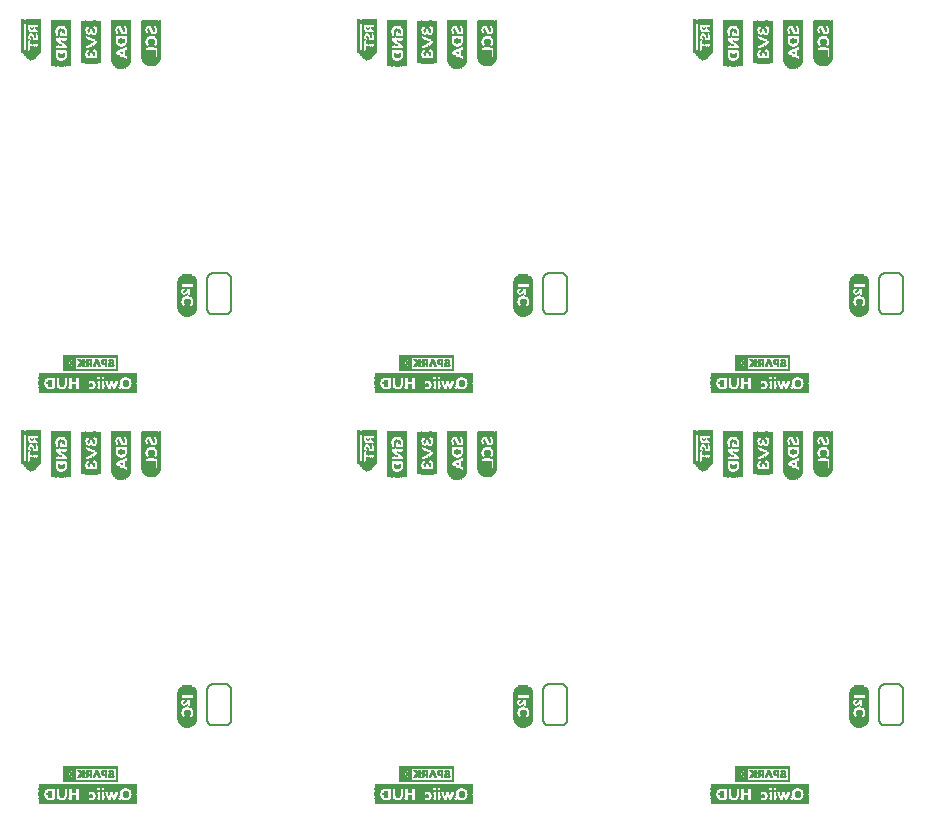
<source format=gbo>
G75*
%MOIN*%
%OFA0B0*%
%FSLAX25Y25*%
%IPPOS*%
%LPD*%
%AMOC8*
5,1,8,0,0,1.08239X$1,22.5*
%
%ADD10C,0.00600*%
%ADD11C,0.00039*%
%ADD12R,0.00157X0.13858*%
%ADD13R,0.00157X0.14331*%
%ADD14R,0.00157X0.14646*%
%ADD15R,0.00157X0.14961*%
%ADD16R,0.00157X0.15118*%
%ADD17R,0.00157X0.15276*%
%ADD18R,0.00157X0.15433*%
%ADD19R,0.00157X0.02835*%
%ADD20R,0.00157X0.11969*%
%ADD21R,0.00157X0.02520*%
%ADD22R,0.00157X0.01102*%
%ADD23R,0.00157X0.03150*%
%ADD24R,0.00157X0.04567*%
%ADD25R,0.00157X0.02205*%
%ADD26R,0.00157X0.00787*%
%ADD27R,0.00157X0.02677*%
%ADD28R,0.00157X0.04409*%
%ADD29R,0.00157X0.02047*%
%ADD30R,0.00157X0.00630*%
%ADD31R,0.00157X0.01890*%
%ADD32R,0.00157X0.01732*%
%ADD33R,0.00157X0.01575*%
%ADD34R,0.00157X0.00945*%
%ADD35R,0.00157X0.02362*%
%ADD36R,0.00157X0.01260*%
%ADD37R,0.00157X0.01417*%
%ADD38R,0.00157X0.04252*%
%ADD39R,0.00157X0.00315*%
%ADD40R,0.00157X0.04094*%
%ADD41R,0.00157X0.00472*%
%ADD42R,0.00157X0.03937*%
%ADD43R,0.00157X0.03307*%
%ADD44R,0.00157X0.03780*%
%ADD45R,0.00157X0.03465*%
%ADD46R,0.00157X0.02992*%
%ADD47R,0.00157X0.12913*%
%ADD48R,0.00157X0.13386*%
%ADD49R,0.00157X0.13701*%
%ADD50R,0.00157X0.14016*%
%ADD51R,0.00157X0.14173*%
%ADD52R,0.00157X0.14488*%
%ADD53R,0.00157X0.07087*%
%ADD54R,0.00157X0.04882*%
%ADD55R,0.00157X0.05039*%
%ADD56R,0.00157X0.05197*%
%ADD57R,0.00157X0.03622*%
%ADD58R,0.00157X0.00157*%
%ADD59R,0.00157X0.11024*%
%ADD60R,0.00157X0.11181*%
%ADD61R,0.00157X0.11496*%
%ADD62R,0.00157X0.11654*%
%ADD63R,0.00157X0.12756*%
%ADD64R,0.00157X0.13071*%
%ADD65R,0.00157X0.13228*%
%ADD66R,0.00157X0.11811*%
%ADD67R,0.17795X0.00157*%
%ADD68R,0.10866X0.00157*%
%ADD69R,0.00945X0.00157*%
%ADD70R,0.04882X0.00157*%
%ADD71R,0.03307X0.00157*%
%ADD72R,0.06614X0.00157*%
%ADD73R,0.00630X0.00157*%
%ADD74R,0.04724X0.00157*%
%ADD75R,0.02835X0.00157*%
%ADD76R,0.06142X0.00157*%
%ADD77R,0.00472X0.00157*%
%ADD78R,0.02520X0.00157*%
%ADD79R,0.05827X0.00157*%
%ADD80R,0.02362X0.00157*%
%ADD81R,0.05669X0.00157*%
%ADD82R,0.02205X0.00157*%
%ADD83R,0.05512X0.00157*%
%ADD84R,0.02047X0.00157*%
%ADD85R,0.12441X0.00157*%
%ADD86R,0.01890X0.00157*%
%ADD87R,0.01102X0.00157*%
%ADD88R,0.12283X0.00157*%
%ADD89R,0.01417X0.00157*%
%ADD90R,0.00787X0.00157*%
%ADD91R,0.01732X0.00157*%
%ADD92R,0.00315X0.00157*%
%ADD93R,0.01575X0.00157*%
%ADD94R,0.03150X0.00157*%
%ADD95R,0.01260X0.00157*%
%ADD96R,0.02677X0.00157*%
%ADD97R,0.02992X0.00157*%
%ADD98R,0.15276X0.00157*%
%ADD99R,0.00157X0.09606*%
%ADD100R,0.00157X0.10551*%
%ADD101R,0.00157X0.12126*%
%ADD102R,0.00157X0.12441*%
%ADD103R,0.00157X0.05669*%
%ADD104R,0.00157X0.05827*%
%ADD105R,0.00157X0.05984*%
D10*
X0127250Y0058500D02*
X0127250Y0068500D01*
X0127252Y0068583D01*
X0127258Y0068666D01*
X0127267Y0068749D01*
X0127281Y0068831D01*
X0127298Y0068912D01*
X0127319Y0068993D01*
X0127343Y0069072D01*
X0127372Y0069150D01*
X0127403Y0069227D01*
X0127439Y0069302D01*
X0127477Y0069376D01*
X0127520Y0069448D01*
X0127565Y0069517D01*
X0127614Y0069585D01*
X0127665Y0069650D01*
X0127720Y0069713D01*
X0127777Y0069773D01*
X0127837Y0069830D01*
X0127900Y0069885D01*
X0127965Y0069936D01*
X0128033Y0069985D01*
X0128102Y0070030D01*
X0128174Y0070073D01*
X0128248Y0070111D01*
X0128323Y0070147D01*
X0128400Y0070178D01*
X0128478Y0070207D01*
X0128557Y0070231D01*
X0128638Y0070252D01*
X0128719Y0070269D01*
X0128801Y0070283D01*
X0128884Y0070292D01*
X0128967Y0070298D01*
X0129050Y0070300D01*
X0133450Y0070300D01*
X0133533Y0070298D01*
X0133616Y0070292D01*
X0133699Y0070283D01*
X0133781Y0070269D01*
X0133862Y0070252D01*
X0133943Y0070231D01*
X0134022Y0070207D01*
X0134100Y0070178D01*
X0134177Y0070147D01*
X0134252Y0070111D01*
X0134326Y0070073D01*
X0134398Y0070030D01*
X0134467Y0069985D01*
X0134535Y0069936D01*
X0134600Y0069885D01*
X0134663Y0069830D01*
X0134723Y0069773D01*
X0134780Y0069713D01*
X0134835Y0069650D01*
X0134886Y0069585D01*
X0134935Y0069517D01*
X0134980Y0069448D01*
X0135023Y0069376D01*
X0135061Y0069302D01*
X0135097Y0069227D01*
X0135128Y0069150D01*
X0135157Y0069072D01*
X0135181Y0068993D01*
X0135202Y0068912D01*
X0135219Y0068831D01*
X0135233Y0068749D01*
X0135242Y0068666D01*
X0135248Y0068583D01*
X0135250Y0068500D01*
X0135250Y0058500D01*
X0135248Y0058417D01*
X0135242Y0058334D01*
X0135233Y0058251D01*
X0135219Y0058169D01*
X0135202Y0058088D01*
X0135181Y0058007D01*
X0135157Y0057928D01*
X0135128Y0057850D01*
X0135097Y0057773D01*
X0135061Y0057698D01*
X0135023Y0057624D01*
X0134980Y0057552D01*
X0134935Y0057483D01*
X0134886Y0057415D01*
X0134835Y0057350D01*
X0134780Y0057287D01*
X0134723Y0057227D01*
X0134663Y0057170D01*
X0134600Y0057115D01*
X0134535Y0057064D01*
X0134467Y0057015D01*
X0134398Y0056970D01*
X0134326Y0056927D01*
X0134252Y0056889D01*
X0134177Y0056853D01*
X0134100Y0056822D01*
X0134022Y0056793D01*
X0133943Y0056769D01*
X0133862Y0056748D01*
X0133781Y0056731D01*
X0133699Y0056717D01*
X0133616Y0056708D01*
X0133533Y0056702D01*
X0133450Y0056700D01*
X0129050Y0056700D01*
X0128967Y0056702D01*
X0128884Y0056708D01*
X0128801Y0056717D01*
X0128719Y0056731D01*
X0128638Y0056748D01*
X0128557Y0056769D01*
X0128478Y0056793D01*
X0128400Y0056822D01*
X0128323Y0056853D01*
X0128248Y0056889D01*
X0128174Y0056927D01*
X0128102Y0056970D01*
X0128033Y0057015D01*
X0127965Y0057064D01*
X0127900Y0057115D01*
X0127837Y0057170D01*
X0127777Y0057227D01*
X0127720Y0057287D01*
X0127665Y0057350D01*
X0127614Y0057415D01*
X0127565Y0057483D01*
X0127520Y0057552D01*
X0127477Y0057624D01*
X0127439Y0057698D01*
X0127403Y0057773D01*
X0127372Y0057850D01*
X0127343Y0057928D01*
X0127319Y0058007D01*
X0127298Y0058088D01*
X0127281Y0058169D01*
X0127267Y0058251D01*
X0127258Y0058334D01*
X0127252Y0058417D01*
X0127250Y0058500D01*
X0239250Y0058500D02*
X0239250Y0068500D01*
X0239252Y0068583D01*
X0239258Y0068666D01*
X0239267Y0068749D01*
X0239281Y0068831D01*
X0239298Y0068912D01*
X0239319Y0068993D01*
X0239343Y0069072D01*
X0239372Y0069150D01*
X0239403Y0069227D01*
X0239439Y0069302D01*
X0239477Y0069376D01*
X0239520Y0069448D01*
X0239565Y0069517D01*
X0239614Y0069585D01*
X0239665Y0069650D01*
X0239720Y0069713D01*
X0239777Y0069773D01*
X0239837Y0069830D01*
X0239900Y0069885D01*
X0239965Y0069936D01*
X0240033Y0069985D01*
X0240102Y0070030D01*
X0240174Y0070073D01*
X0240248Y0070111D01*
X0240323Y0070147D01*
X0240400Y0070178D01*
X0240478Y0070207D01*
X0240557Y0070231D01*
X0240638Y0070252D01*
X0240719Y0070269D01*
X0240801Y0070283D01*
X0240884Y0070292D01*
X0240967Y0070298D01*
X0241050Y0070300D01*
X0245450Y0070300D01*
X0245533Y0070298D01*
X0245616Y0070292D01*
X0245699Y0070283D01*
X0245781Y0070269D01*
X0245862Y0070252D01*
X0245943Y0070231D01*
X0246022Y0070207D01*
X0246100Y0070178D01*
X0246177Y0070147D01*
X0246252Y0070111D01*
X0246326Y0070073D01*
X0246398Y0070030D01*
X0246467Y0069985D01*
X0246535Y0069936D01*
X0246600Y0069885D01*
X0246663Y0069830D01*
X0246723Y0069773D01*
X0246780Y0069713D01*
X0246835Y0069650D01*
X0246886Y0069585D01*
X0246935Y0069517D01*
X0246980Y0069448D01*
X0247023Y0069376D01*
X0247061Y0069302D01*
X0247097Y0069227D01*
X0247128Y0069150D01*
X0247157Y0069072D01*
X0247181Y0068993D01*
X0247202Y0068912D01*
X0247219Y0068831D01*
X0247233Y0068749D01*
X0247242Y0068666D01*
X0247248Y0068583D01*
X0247250Y0068500D01*
X0247250Y0058500D01*
X0247248Y0058417D01*
X0247242Y0058334D01*
X0247233Y0058251D01*
X0247219Y0058169D01*
X0247202Y0058088D01*
X0247181Y0058007D01*
X0247157Y0057928D01*
X0247128Y0057850D01*
X0247097Y0057773D01*
X0247061Y0057698D01*
X0247023Y0057624D01*
X0246980Y0057552D01*
X0246935Y0057483D01*
X0246886Y0057415D01*
X0246835Y0057350D01*
X0246780Y0057287D01*
X0246723Y0057227D01*
X0246663Y0057170D01*
X0246600Y0057115D01*
X0246535Y0057064D01*
X0246467Y0057015D01*
X0246398Y0056970D01*
X0246326Y0056927D01*
X0246252Y0056889D01*
X0246177Y0056853D01*
X0246100Y0056822D01*
X0246022Y0056793D01*
X0245943Y0056769D01*
X0245862Y0056748D01*
X0245781Y0056731D01*
X0245699Y0056717D01*
X0245616Y0056708D01*
X0245533Y0056702D01*
X0245450Y0056700D01*
X0241050Y0056700D01*
X0240967Y0056702D01*
X0240884Y0056708D01*
X0240801Y0056717D01*
X0240719Y0056731D01*
X0240638Y0056748D01*
X0240557Y0056769D01*
X0240478Y0056793D01*
X0240400Y0056822D01*
X0240323Y0056853D01*
X0240248Y0056889D01*
X0240174Y0056927D01*
X0240102Y0056970D01*
X0240033Y0057015D01*
X0239965Y0057064D01*
X0239900Y0057115D01*
X0239837Y0057170D01*
X0239777Y0057227D01*
X0239720Y0057287D01*
X0239665Y0057350D01*
X0239614Y0057415D01*
X0239565Y0057483D01*
X0239520Y0057552D01*
X0239477Y0057624D01*
X0239439Y0057698D01*
X0239403Y0057773D01*
X0239372Y0057850D01*
X0239343Y0057928D01*
X0239319Y0058007D01*
X0239298Y0058088D01*
X0239281Y0058169D01*
X0239267Y0058251D01*
X0239258Y0058334D01*
X0239252Y0058417D01*
X0239250Y0058500D01*
X0351250Y0058500D02*
X0351250Y0068500D01*
X0351252Y0068583D01*
X0351258Y0068666D01*
X0351267Y0068749D01*
X0351281Y0068831D01*
X0351298Y0068912D01*
X0351319Y0068993D01*
X0351343Y0069072D01*
X0351372Y0069150D01*
X0351403Y0069227D01*
X0351439Y0069302D01*
X0351477Y0069376D01*
X0351520Y0069448D01*
X0351565Y0069517D01*
X0351614Y0069585D01*
X0351665Y0069650D01*
X0351720Y0069713D01*
X0351777Y0069773D01*
X0351837Y0069830D01*
X0351900Y0069885D01*
X0351965Y0069936D01*
X0352033Y0069985D01*
X0352102Y0070030D01*
X0352174Y0070073D01*
X0352248Y0070111D01*
X0352323Y0070147D01*
X0352400Y0070178D01*
X0352478Y0070207D01*
X0352557Y0070231D01*
X0352638Y0070252D01*
X0352719Y0070269D01*
X0352801Y0070283D01*
X0352884Y0070292D01*
X0352967Y0070298D01*
X0353050Y0070300D01*
X0357450Y0070300D01*
X0357533Y0070298D01*
X0357616Y0070292D01*
X0357699Y0070283D01*
X0357781Y0070269D01*
X0357862Y0070252D01*
X0357943Y0070231D01*
X0358022Y0070207D01*
X0358100Y0070178D01*
X0358177Y0070147D01*
X0358252Y0070111D01*
X0358326Y0070073D01*
X0358398Y0070030D01*
X0358467Y0069985D01*
X0358535Y0069936D01*
X0358600Y0069885D01*
X0358663Y0069830D01*
X0358723Y0069773D01*
X0358780Y0069713D01*
X0358835Y0069650D01*
X0358886Y0069585D01*
X0358935Y0069517D01*
X0358980Y0069448D01*
X0359023Y0069376D01*
X0359061Y0069302D01*
X0359097Y0069227D01*
X0359128Y0069150D01*
X0359157Y0069072D01*
X0359181Y0068993D01*
X0359202Y0068912D01*
X0359219Y0068831D01*
X0359233Y0068749D01*
X0359242Y0068666D01*
X0359248Y0068583D01*
X0359250Y0068500D01*
X0359250Y0058500D01*
X0359248Y0058417D01*
X0359242Y0058334D01*
X0359233Y0058251D01*
X0359219Y0058169D01*
X0359202Y0058088D01*
X0359181Y0058007D01*
X0359157Y0057928D01*
X0359128Y0057850D01*
X0359097Y0057773D01*
X0359061Y0057698D01*
X0359023Y0057624D01*
X0358980Y0057552D01*
X0358935Y0057483D01*
X0358886Y0057415D01*
X0358835Y0057350D01*
X0358780Y0057287D01*
X0358723Y0057227D01*
X0358663Y0057170D01*
X0358600Y0057115D01*
X0358535Y0057064D01*
X0358467Y0057015D01*
X0358398Y0056970D01*
X0358326Y0056927D01*
X0358252Y0056889D01*
X0358177Y0056853D01*
X0358100Y0056822D01*
X0358022Y0056793D01*
X0357943Y0056769D01*
X0357862Y0056748D01*
X0357781Y0056731D01*
X0357699Y0056717D01*
X0357616Y0056708D01*
X0357533Y0056702D01*
X0357450Y0056700D01*
X0353050Y0056700D01*
X0352967Y0056702D01*
X0352884Y0056708D01*
X0352801Y0056717D01*
X0352719Y0056731D01*
X0352638Y0056748D01*
X0352557Y0056769D01*
X0352478Y0056793D01*
X0352400Y0056822D01*
X0352323Y0056853D01*
X0352248Y0056889D01*
X0352174Y0056927D01*
X0352102Y0056970D01*
X0352033Y0057015D01*
X0351965Y0057064D01*
X0351900Y0057115D01*
X0351837Y0057170D01*
X0351777Y0057227D01*
X0351720Y0057287D01*
X0351665Y0057350D01*
X0351614Y0057415D01*
X0351565Y0057483D01*
X0351520Y0057552D01*
X0351477Y0057624D01*
X0351439Y0057698D01*
X0351403Y0057773D01*
X0351372Y0057850D01*
X0351343Y0057928D01*
X0351319Y0058007D01*
X0351298Y0058088D01*
X0351281Y0058169D01*
X0351267Y0058251D01*
X0351258Y0058334D01*
X0351252Y0058417D01*
X0351250Y0058500D01*
X0353050Y0193700D02*
X0357450Y0193700D01*
X0357533Y0193702D01*
X0357616Y0193708D01*
X0357699Y0193717D01*
X0357781Y0193731D01*
X0357862Y0193748D01*
X0357943Y0193769D01*
X0358022Y0193793D01*
X0358100Y0193822D01*
X0358177Y0193853D01*
X0358252Y0193889D01*
X0358326Y0193927D01*
X0358398Y0193970D01*
X0358467Y0194015D01*
X0358535Y0194064D01*
X0358600Y0194115D01*
X0358663Y0194170D01*
X0358723Y0194227D01*
X0358780Y0194287D01*
X0358835Y0194350D01*
X0358886Y0194415D01*
X0358935Y0194483D01*
X0358980Y0194552D01*
X0359023Y0194624D01*
X0359061Y0194698D01*
X0359097Y0194773D01*
X0359128Y0194850D01*
X0359157Y0194928D01*
X0359181Y0195007D01*
X0359202Y0195088D01*
X0359219Y0195169D01*
X0359233Y0195251D01*
X0359242Y0195334D01*
X0359248Y0195417D01*
X0359250Y0195500D01*
X0359250Y0205500D01*
X0359248Y0205583D01*
X0359242Y0205666D01*
X0359233Y0205749D01*
X0359219Y0205831D01*
X0359202Y0205912D01*
X0359181Y0205993D01*
X0359157Y0206072D01*
X0359128Y0206150D01*
X0359097Y0206227D01*
X0359061Y0206302D01*
X0359023Y0206376D01*
X0358980Y0206448D01*
X0358935Y0206517D01*
X0358886Y0206585D01*
X0358835Y0206650D01*
X0358780Y0206713D01*
X0358723Y0206773D01*
X0358663Y0206830D01*
X0358600Y0206885D01*
X0358535Y0206936D01*
X0358467Y0206985D01*
X0358398Y0207030D01*
X0358326Y0207073D01*
X0358252Y0207111D01*
X0358177Y0207147D01*
X0358100Y0207178D01*
X0358022Y0207207D01*
X0357943Y0207231D01*
X0357862Y0207252D01*
X0357781Y0207269D01*
X0357699Y0207283D01*
X0357616Y0207292D01*
X0357533Y0207298D01*
X0357450Y0207300D01*
X0353050Y0207300D01*
X0352967Y0207298D01*
X0352884Y0207292D01*
X0352801Y0207283D01*
X0352719Y0207269D01*
X0352638Y0207252D01*
X0352557Y0207231D01*
X0352478Y0207207D01*
X0352400Y0207178D01*
X0352323Y0207147D01*
X0352248Y0207111D01*
X0352174Y0207073D01*
X0352102Y0207030D01*
X0352033Y0206985D01*
X0351965Y0206936D01*
X0351900Y0206885D01*
X0351837Y0206830D01*
X0351777Y0206773D01*
X0351720Y0206713D01*
X0351665Y0206650D01*
X0351614Y0206585D01*
X0351565Y0206517D01*
X0351520Y0206448D01*
X0351477Y0206376D01*
X0351439Y0206302D01*
X0351403Y0206227D01*
X0351372Y0206150D01*
X0351343Y0206072D01*
X0351319Y0205993D01*
X0351298Y0205912D01*
X0351281Y0205831D01*
X0351267Y0205749D01*
X0351258Y0205666D01*
X0351252Y0205583D01*
X0351250Y0205500D01*
X0351250Y0195500D01*
X0351252Y0195417D01*
X0351258Y0195334D01*
X0351267Y0195251D01*
X0351281Y0195169D01*
X0351298Y0195088D01*
X0351319Y0195007D01*
X0351343Y0194928D01*
X0351372Y0194850D01*
X0351403Y0194773D01*
X0351439Y0194698D01*
X0351477Y0194624D01*
X0351520Y0194552D01*
X0351565Y0194483D01*
X0351614Y0194415D01*
X0351665Y0194350D01*
X0351720Y0194287D01*
X0351777Y0194227D01*
X0351837Y0194170D01*
X0351900Y0194115D01*
X0351965Y0194064D01*
X0352033Y0194015D01*
X0352102Y0193970D01*
X0352174Y0193927D01*
X0352248Y0193889D01*
X0352323Y0193853D01*
X0352400Y0193822D01*
X0352478Y0193793D01*
X0352557Y0193769D01*
X0352638Y0193748D01*
X0352719Y0193731D01*
X0352801Y0193717D01*
X0352884Y0193708D01*
X0352967Y0193702D01*
X0353050Y0193700D01*
X0247250Y0195500D02*
X0247250Y0205500D01*
X0247248Y0205583D01*
X0247242Y0205666D01*
X0247233Y0205749D01*
X0247219Y0205831D01*
X0247202Y0205912D01*
X0247181Y0205993D01*
X0247157Y0206072D01*
X0247128Y0206150D01*
X0247097Y0206227D01*
X0247061Y0206302D01*
X0247023Y0206376D01*
X0246980Y0206448D01*
X0246935Y0206517D01*
X0246886Y0206585D01*
X0246835Y0206650D01*
X0246780Y0206713D01*
X0246723Y0206773D01*
X0246663Y0206830D01*
X0246600Y0206885D01*
X0246535Y0206936D01*
X0246467Y0206985D01*
X0246398Y0207030D01*
X0246326Y0207073D01*
X0246252Y0207111D01*
X0246177Y0207147D01*
X0246100Y0207178D01*
X0246022Y0207207D01*
X0245943Y0207231D01*
X0245862Y0207252D01*
X0245781Y0207269D01*
X0245699Y0207283D01*
X0245616Y0207292D01*
X0245533Y0207298D01*
X0245450Y0207300D01*
X0241050Y0207300D01*
X0240967Y0207298D01*
X0240884Y0207292D01*
X0240801Y0207283D01*
X0240719Y0207269D01*
X0240638Y0207252D01*
X0240557Y0207231D01*
X0240478Y0207207D01*
X0240400Y0207178D01*
X0240323Y0207147D01*
X0240248Y0207111D01*
X0240174Y0207073D01*
X0240102Y0207030D01*
X0240033Y0206985D01*
X0239965Y0206936D01*
X0239900Y0206885D01*
X0239837Y0206830D01*
X0239777Y0206773D01*
X0239720Y0206713D01*
X0239665Y0206650D01*
X0239614Y0206585D01*
X0239565Y0206517D01*
X0239520Y0206448D01*
X0239477Y0206376D01*
X0239439Y0206302D01*
X0239403Y0206227D01*
X0239372Y0206150D01*
X0239343Y0206072D01*
X0239319Y0205993D01*
X0239298Y0205912D01*
X0239281Y0205831D01*
X0239267Y0205749D01*
X0239258Y0205666D01*
X0239252Y0205583D01*
X0239250Y0205500D01*
X0239250Y0195500D01*
X0239252Y0195417D01*
X0239258Y0195334D01*
X0239267Y0195251D01*
X0239281Y0195169D01*
X0239298Y0195088D01*
X0239319Y0195007D01*
X0239343Y0194928D01*
X0239372Y0194850D01*
X0239403Y0194773D01*
X0239439Y0194698D01*
X0239477Y0194624D01*
X0239520Y0194552D01*
X0239565Y0194483D01*
X0239614Y0194415D01*
X0239665Y0194350D01*
X0239720Y0194287D01*
X0239777Y0194227D01*
X0239837Y0194170D01*
X0239900Y0194115D01*
X0239965Y0194064D01*
X0240033Y0194015D01*
X0240102Y0193970D01*
X0240174Y0193927D01*
X0240248Y0193889D01*
X0240323Y0193853D01*
X0240400Y0193822D01*
X0240478Y0193793D01*
X0240557Y0193769D01*
X0240638Y0193748D01*
X0240719Y0193731D01*
X0240801Y0193717D01*
X0240884Y0193708D01*
X0240967Y0193702D01*
X0241050Y0193700D01*
X0245450Y0193700D01*
X0245533Y0193702D01*
X0245616Y0193708D01*
X0245699Y0193717D01*
X0245781Y0193731D01*
X0245862Y0193748D01*
X0245943Y0193769D01*
X0246022Y0193793D01*
X0246100Y0193822D01*
X0246177Y0193853D01*
X0246252Y0193889D01*
X0246326Y0193927D01*
X0246398Y0193970D01*
X0246467Y0194015D01*
X0246535Y0194064D01*
X0246600Y0194115D01*
X0246663Y0194170D01*
X0246723Y0194227D01*
X0246780Y0194287D01*
X0246835Y0194350D01*
X0246886Y0194415D01*
X0246935Y0194483D01*
X0246980Y0194552D01*
X0247023Y0194624D01*
X0247061Y0194698D01*
X0247097Y0194773D01*
X0247128Y0194850D01*
X0247157Y0194928D01*
X0247181Y0195007D01*
X0247202Y0195088D01*
X0247219Y0195169D01*
X0247233Y0195251D01*
X0247242Y0195334D01*
X0247248Y0195417D01*
X0247250Y0195500D01*
X0135250Y0195500D02*
X0135250Y0205500D01*
X0135248Y0205583D01*
X0135242Y0205666D01*
X0135233Y0205749D01*
X0135219Y0205831D01*
X0135202Y0205912D01*
X0135181Y0205993D01*
X0135157Y0206072D01*
X0135128Y0206150D01*
X0135097Y0206227D01*
X0135061Y0206302D01*
X0135023Y0206376D01*
X0134980Y0206448D01*
X0134935Y0206517D01*
X0134886Y0206585D01*
X0134835Y0206650D01*
X0134780Y0206713D01*
X0134723Y0206773D01*
X0134663Y0206830D01*
X0134600Y0206885D01*
X0134535Y0206936D01*
X0134467Y0206985D01*
X0134398Y0207030D01*
X0134326Y0207073D01*
X0134252Y0207111D01*
X0134177Y0207147D01*
X0134100Y0207178D01*
X0134022Y0207207D01*
X0133943Y0207231D01*
X0133862Y0207252D01*
X0133781Y0207269D01*
X0133699Y0207283D01*
X0133616Y0207292D01*
X0133533Y0207298D01*
X0133450Y0207300D01*
X0129050Y0207300D01*
X0128967Y0207298D01*
X0128884Y0207292D01*
X0128801Y0207283D01*
X0128719Y0207269D01*
X0128638Y0207252D01*
X0128557Y0207231D01*
X0128478Y0207207D01*
X0128400Y0207178D01*
X0128323Y0207147D01*
X0128248Y0207111D01*
X0128174Y0207073D01*
X0128102Y0207030D01*
X0128033Y0206985D01*
X0127965Y0206936D01*
X0127900Y0206885D01*
X0127837Y0206830D01*
X0127777Y0206773D01*
X0127720Y0206713D01*
X0127665Y0206650D01*
X0127614Y0206585D01*
X0127565Y0206517D01*
X0127520Y0206448D01*
X0127477Y0206376D01*
X0127439Y0206302D01*
X0127403Y0206227D01*
X0127372Y0206150D01*
X0127343Y0206072D01*
X0127319Y0205993D01*
X0127298Y0205912D01*
X0127281Y0205831D01*
X0127267Y0205749D01*
X0127258Y0205666D01*
X0127252Y0205583D01*
X0127250Y0205500D01*
X0127250Y0195500D01*
X0127252Y0195417D01*
X0127258Y0195334D01*
X0127267Y0195251D01*
X0127281Y0195169D01*
X0127298Y0195088D01*
X0127319Y0195007D01*
X0127343Y0194928D01*
X0127372Y0194850D01*
X0127403Y0194773D01*
X0127439Y0194698D01*
X0127477Y0194624D01*
X0127520Y0194552D01*
X0127565Y0194483D01*
X0127614Y0194415D01*
X0127665Y0194350D01*
X0127720Y0194287D01*
X0127777Y0194227D01*
X0127837Y0194170D01*
X0127900Y0194115D01*
X0127965Y0194064D01*
X0128033Y0194015D01*
X0128102Y0193970D01*
X0128174Y0193927D01*
X0128248Y0193889D01*
X0128323Y0193853D01*
X0128400Y0193822D01*
X0128478Y0193793D01*
X0128557Y0193769D01*
X0128638Y0193748D01*
X0128719Y0193731D01*
X0128801Y0193717D01*
X0128884Y0193708D01*
X0128967Y0193702D01*
X0129050Y0193700D01*
X0133450Y0193700D01*
X0133533Y0193702D01*
X0133616Y0193708D01*
X0133699Y0193717D01*
X0133781Y0193731D01*
X0133862Y0193748D01*
X0133943Y0193769D01*
X0134022Y0193793D01*
X0134100Y0193822D01*
X0134177Y0193853D01*
X0134252Y0193889D01*
X0134326Y0193927D01*
X0134398Y0193970D01*
X0134467Y0194015D01*
X0134535Y0194064D01*
X0134600Y0194115D01*
X0134663Y0194170D01*
X0134723Y0194227D01*
X0134780Y0194287D01*
X0134835Y0194350D01*
X0134886Y0194415D01*
X0134935Y0194483D01*
X0134980Y0194552D01*
X0135023Y0194624D01*
X0135061Y0194698D01*
X0135097Y0194773D01*
X0135128Y0194850D01*
X0135157Y0194928D01*
X0135181Y0195007D01*
X0135202Y0195088D01*
X0135219Y0195169D01*
X0135233Y0195251D01*
X0135242Y0195334D01*
X0135248Y0195417D01*
X0135250Y0195500D01*
D11*
X0097250Y0179991D02*
X0097250Y0175009D01*
X0083433Y0175009D01*
X0079250Y0175009D01*
X0079250Y0177257D01*
X0080760Y0177257D01*
X0080101Y0176292D01*
X0080726Y0176292D01*
X0081268Y0177120D01*
X0081813Y0176292D01*
X0082416Y0176292D01*
X0081754Y0177257D01*
X0083271Y0177257D01*
X0083271Y0175471D01*
X0083433Y0175471D01*
X0083433Y0175009D01*
X0083433Y0175471D01*
X0096787Y0175471D01*
X0096787Y0179529D01*
X0083271Y0179529D01*
X0083271Y0177257D01*
X0081754Y0177257D01*
X0081574Y0177520D01*
X0082380Y0178706D01*
X0081759Y0178706D01*
X0081252Y0177923D01*
X0080740Y0178706D01*
X0080137Y0178706D01*
X0080944Y0177527D01*
X0080760Y0177257D01*
X0079250Y0177257D01*
X0079250Y0179991D01*
X0097250Y0179991D01*
X0097250Y0179988D02*
X0079250Y0179988D01*
X0079250Y0179950D02*
X0097250Y0179950D01*
X0097250Y0179912D02*
X0079250Y0179912D01*
X0079250Y0179874D02*
X0097250Y0179874D01*
X0097250Y0179836D02*
X0079250Y0179836D01*
X0079250Y0179798D02*
X0097250Y0179798D01*
X0097250Y0179760D02*
X0079250Y0179760D01*
X0079250Y0179723D02*
X0097250Y0179723D01*
X0097250Y0179685D02*
X0079250Y0179685D01*
X0079250Y0179647D02*
X0097250Y0179647D01*
X0097250Y0179609D02*
X0079250Y0179609D01*
X0079250Y0179571D02*
X0097250Y0179571D01*
X0097250Y0179533D02*
X0079250Y0179533D01*
X0079250Y0179495D02*
X0083271Y0179495D01*
X0083271Y0179457D02*
X0079250Y0179457D01*
X0079250Y0179419D02*
X0083271Y0179419D01*
X0083271Y0179382D02*
X0079250Y0179382D01*
X0079250Y0179344D02*
X0083271Y0179344D01*
X0083271Y0179306D02*
X0079250Y0179306D01*
X0079250Y0179268D02*
X0083271Y0179268D01*
X0083271Y0179230D02*
X0079250Y0179230D01*
X0079250Y0179192D02*
X0083271Y0179192D01*
X0083271Y0179154D02*
X0079250Y0179154D01*
X0079250Y0179116D02*
X0083271Y0179116D01*
X0083271Y0179079D02*
X0079250Y0179079D01*
X0079250Y0179041D02*
X0083271Y0179041D01*
X0083271Y0179003D02*
X0079250Y0179003D01*
X0079250Y0178965D02*
X0083271Y0178965D01*
X0083271Y0178927D02*
X0079250Y0178927D01*
X0079250Y0178889D02*
X0083271Y0178889D01*
X0083271Y0178851D02*
X0079250Y0178851D01*
X0079250Y0178813D02*
X0083271Y0178813D01*
X0083271Y0178776D02*
X0079250Y0178776D01*
X0079250Y0178738D02*
X0083271Y0178738D01*
X0083271Y0178700D02*
X0082376Y0178700D01*
X0082350Y0178662D02*
X0083271Y0178662D01*
X0083271Y0178624D02*
X0082324Y0178624D01*
X0082299Y0178586D02*
X0083271Y0178586D01*
X0083271Y0178548D02*
X0082273Y0178548D01*
X0082247Y0178510D02*
X0083271Y0178510D01*
X0083271Y0178472D02*
X0082221Y0178472D01*
X0082196Y0178435D02*
X0083271Y0178435D01*
X0083271Y0178397D02*
X0082170Y0178397D01*
X0082144Y0178359D02*
X0083271Y0178359D01*
X0083271Y0178321D02*
X0082118Y0178321D01*
X0082093Y0178283D02*
X0083271Y0178283D01*
X0083271Y0178245D02*
X0082067Y0178245D01*
X0082041Y0178207D02*
X0083271Y0178207D01*
X0083271Y0178169D02*
X0082015Y0178169D01*
X0081990Y0178132D02*
X0083271Y0178132D01*
X0083271Y0178094D02*
X0081964Y0178094D01*
X0081938Y0178056D02*
X0083271Y0178056D01*
X0083271Y0178018D02*
X0081912Y0178018D01*
X0081887Y0177980D02*
X0083271Y0177980D01*
X0083271Y0177942D02*
X0081861Y0177942D01*
X0081835Y0177904D02*
X0083271Y0177904D01*
X0083271Y0177866D02*
X0081809Y0177866D01*
X0081784Y0177828D02*
X0083271Y0177828D01*
X0083271Y0177791D02*
X0081758Y0177791D01*
X0081732Y0177753D02*
X0083271Y0177753D01*
X0083271Y0177715D02*
X0081706Y0177715D01*
X0081681Y0177677D02*
X0083271Y0177677D01*
X0083271Y0177639D02*
X0081655Y0177639D01*
X0081629Y0177601D02*
X0083271Y0177601D01*
X0083271Y0177563D02*
X0081603Y0177563D01*
X0081578Y0177525D02*
X0083271Y0177525D01*
X0083271Y0177488D02*
X0081596Y0177488D01*
X0081622Y0177450D02*
X0083271Y0177450D01*
X0083271Y0177412D02*
X0081648Y0177412D01*
X0081674Y0177374D02*
X0083271Y0177374D01*
X0083271Y0177336D02*
X0081700Y0177336D01*
X0081726Y0177298D02*
X0083271Y0177298D01*
X0083271Y0177260D02*
X0081752Y0177260D01*
X0081778Y0177222D02*
X0083271Y0177222D01*
X0083271Y0177184D02*
X0081804Y0177184D01*
X0081830Y0177147D02*
X0083271Y0177147D01*
X0083271Y0177109D02*
X0081856Y0177109D01*
X0081882Y0177071D02*
X0083271Y0177071D01*
X0083271Y0177033D02*
X0081908Y0177033D01*
X0081934Y0176995D02*
X0083271Y0176995D01*
X0083271Y0176957D02*
X0081960Y0176957D01*
X0081986Y0176919D02*
X0083271Y0176919D01*
X0083271Y0176881D02*
X0082012Y0176881D01*
X0082038Y0176844D02*
X0083271Y0176844D01*
X0083271Y0176806D02*
X0082064Y0176806D01*
X0082090Y0176768D02*
X0083271Y0176768D01*
X0083271Y0176730D02*
X0082116Y0176730D01*
X0082142Y0176692D02*
X0083271Y0176692D01*
X0083271Y0176654D02*
X0082168Y0176654D01*
X0082194Y0176616D02*
X0083271Y0176616D01*
X0083271Y0176578D02*
X0082220Y0176578D01*
X0082246Y0176541D02*
X0083271Y0176541D01*
X0083271Y0176503D02*
X0082272Y0176503D01*
X0082298Y0176465D02*
X0083271Y0176465D01*
X0083271Y0176427D02*
X0082324Y0176427D01*
X0082350Y0176389D02*
X0083271Y0176389D01*
X0083271Y0176351D02*
X0082376Y0176351D01*
X0082402Y0176313D02*
X0083271Y0176313D01*
X0083271Y0176275D02*
X0079250Y0176275D01*
X0079250Y0176237D02*
X0083271Y0176237D01*
X0083271Y0176200D02*
X0079250Y0176200D01*
X0079250Y0176162D02*
X0083271Y0176162D01*
X0083271Y0176124D02*
X0079250Y0176124D01*
X0079250Y0176086D02*
X0083271Y0176086D01*
X0083271Y0176048D02*
X0079250Y0176048D01*
X0079250Y0176010D02*
X0083271Y0176010D01*
X0083271Y0175972D02*
X0079250Y0175972D01*
X0079250Y0175934D02*
X0083271Y0175934D01*
X0083271Y0175897D02*
X0079250Y0175897D01*
X0079250Y0175859D02*
X0083271Y0175859D01*
X0083271Y0175821D02*
X0079250Y0175821D01*
X0079250Y0175783D02*
X0083271Y0175783D01*
X0083271Y0175745D02*
X0079250Y0175745D01*
X0079250Y0175707D02*
X0083271Y0175707D01*
X0083271Y0175669D02*
X0079250Y0175669D01*
X0079250Y0175631D02*
X0083271Y0175631D01*
X0083271Y0175593D02*
X0079250Y0175593D01*
X0079250Y0175556D02*
X0083271Y0175556D01*
X0083271Y0175518D02*
X0079250Y0175518D01*
X0079250Y0175480D02*
X0083271Y0175480D01*
X0083433Y0175442D02*
X0079250Y0175442D01*
X0079250Y0175404D02*
X0083433Y0175404D01*
X0097250Y0175404D01*
X0097250Y0175366D02*
X0083433Y0175366D01*
X0079250Y0175366D01*
X0079250Y0175328D02*
X0083433Y0175328D01*
X0097250Y0175328D01*
X0097250Y0175290D02*
X0083433Y0175290D01*
X0079250Y0175290D01*
X0079250Y0175253D02*
X0083433Y0175253D01*
X0097250Y0175253D01*
X0097250Y0175215D02*
X0083433Y0175215D01*
X0079250Y0175215D01*
X0079250Y0175177D02*
X0083433Y0175177D01*
X0097250Y0175177D01*
X0097250Y0175139D02*
X0083433Y0175139D01*
X0079250Y0175139D01*
X0079250Y0175101D02*
X0083433Y0175101D01*
X0097250Y0175101D01*
X0097250Y0175063D02*
X0083433Y0175063D01*
X0079250Y0175063D01*
X0079250Y0175025D02*
X0083433Y0175025D01*
X0097250Y0175025D01*
X0097250Y0175442D02*
X0083433Y0175442D01*
X0083948Y0176292D02*
X0084976Y0177682D01*
X0084582Y0178092D01*
X0085204Y0178092D01*
X0084634Y0178706D01*
X0083993Y0178706D01*
X0084582Y0178092D01*
X0085204Y0178092D01*
X0085613Y0177651D01*
X0085613Y0178092D01*
X0086144Y0178092D01*
X0086144Y0178706D01*
X0085613Y0178706D01*
X0085613Y0178092D01*
X0086144Y0178092D01*
X0086144Y0176292D01*
X0085613Y0176292D01*
X0085613Y0177030D01*
X0085334Y0177320D01*
X0084585Y0176292D01*
X0083948Y0176292D01*
X0083964Y0176313D02*
X0084601Y0176313D01*
X0084628Y0176351D02*
X0083992Y0176351D01*
X0084020Y0176389D02*
X0084656Y0176389D01*
X0084683Y0176427D02*
X0084048Y0176427D01*
X0084076Y0176465D02*
X0084711Y0176465D01*
X0084739Y0176503D02*
X0084104Y0176503D01*
X0084132Y0176541D02*
X0084766Y0176541D01*
X0084794Y0176578D02*
X0084160Y0176578D01*
X0084188Y0176616D02*
X0084821Y0176616D01*
X0084849Y0176654D02*
X0084216Y0176654D01*
X0084244Y0176692D02*
X0084877Y0176692D01*
X0084904Y0176730D02*
X0084272Y0176730D01*
X0084300Y0176768D02*
X0084932Y0176768D01*
X0084959Y0176806D02*
X0084328Y0176806D01*
X0084356Y0176844D02*
X0084987Y0176844D01*
X0085014Y0176881D02*
X0084384Y0176881D01*
X0084412Y0176919D02*
X0085042Y0176919D01*
X0085070Y0176957D02*
X0084440Y0176957D01*
X0084468Y0176995D02*
X0085097Y0176995D01*
X0085125Y0177033D02*
X0084496Y0177033D01*
X0084524Y0177071D02*
X0085152Y0177071D01*
X0085180Y0177109D02*
X0084552Y0177109D01*
X0084580Y0177147D02*
X0085208Y0177147D01*
X0085235Y0177184D02*
X0084608Y0177184D01*
X0084636Y0177222D02*
X0085263Y0177222D01*
X0085290Y0177260D02*
X0084664Y0177260D01*
X0084692Y0177298D02*
X0085318Y0177298D01*
X0085355Y0177298D02*
X0086144Y0177298D01*
X0086144Y0177260D02*
X0085392Y0177260D01*
X0085428Y0177222D02*
X0086144Y0177222D01*
X0086144Y0177184D02*
X0085464Y0177184D01*
X0085501Y0177147D02*
X0086144Y0177147D01*
X0086144Y0177109D02*
X0085537Y0177109D01*
X0085574Y0177071D02*
X0086144Y0177071D01*
X0086144Y0177033D02*
X0085610Y0177033D01*
X0085613Y0176995D02*
X0086144Y0176995D01*
X0086144Y0176957D02*
X0085613Y0176957D01*
X0085613Y0176919D02*
X0086144Y0176919D01*
X0086144Y0176881D02*
X0085613Y0176881D01*
X0085613Y0176844D02*
X0086144Y0176844D01*
X0086144Y0176806D02*
X0085613Y0176806D01*
X0085613Y0176768D02*
X0086144Y0176768D01*
X0086144Y0176730D02*
X0085613Y0176730D01*
X0085613Y0176692D02*
X0086144Y0176692D01*
X0086144Y0176654D02*
X0085613Y0176654D01*
X0085613Y0176616D02*
X0086144Y0176616D01*
X0086144Y0176578D02*
X0085613Y0176578D01*
X0085613Y0176541D02*
X0086144Y0176541D01*
X0086144Y0176503D02*
X0085613Y0176503D01*
X0085613Y0176465D02*
X0086144Y0176465D01*
X0086144Y0176427D02*
X0085613Y0176427D01*
X0085613Y0176389D02*
X0086144Y0176389D01*
X0086144Y0176351D02*
X0085613Y0176351D01*
X0085613Y0176313D02*
X0086144Y0176313D01*
X0086553Y0176292D02*
X0087143Y0177154D01*
X0086934Y0177265D01*
X0086769Y0177424D01*
X0086661Y0177636D01*
X0086625Y0177901D01*
X0086625Y0177909D01*
X0086639Y0178086D01*
X0086641Y0178092D01*
X0087235Y0178092D01*
X0087273Y0178141D01*
X0087405Y0178206D01*
X0087580Y0178227D01*
X0088108Y0178227D01*
X0088108Y0178092D01*
X0088639Y0178092D01*
X0088639Y0178706D01*
X0087535Y0178706D01*
X0087332Y0178693D01*
X0087152Y0178653D01*
X0086996Y0178588D01*
X0086864Y0178495D01*
X0086759Y0178380D01*
X0086684Y0178243D01*
X0086641Y0178092D01*
X0087235Y0178092D01*
X0087190Y0178033D01*
X0087163Y0177882D01*
X0087163Y0177876D01*
X0087189Y0177737D01*
X0087267Y0177628D01*
X0087395Y0177558D01*
X0087570Y0177534D01*
X0088108Y0177534D01*
X0088108Y0178092D01*
X0088639Y0178092D01*
X0088639Y0176292D01*
X0088108Y0176292D01*
X0088108Y0177064D01*
X0087690Y0177064D01*
X0087174Y0176292D01*
X0086553Y0176292D01*
X0086567Y0176313D02*
X0087188Y0176313D01*
X0087213Y0176351D02*
X0086593Y0176351D01*
X0086619Y0176389D02*
X0087238Y0176389D01*
X0087264Y0176427D02*
X0086645Y0176427D01*
X0086671Y0176465D02*
X0087289Y0176465D01*
X0087314Y0176503D02*
X0086697Y0176503D01*
X0086723Y0176541D02*
X0087340Y0176541D01*
X0087365Y0176578D02*
X0086749Y0176578D01*
X0086774Y0176616D02*
X0087390Y0176616D01*
X0087416Y0176654D02*
X0086800Y0176654D01*
X0086826Y0176692D02*
X0087441Y0176692D01*
X0087466Y0176730D02*
X0086852Y0176730D01*
X0086878Y0176768D02*
X0087492Y0176768D01*
X0087517Y0176806D02*
X0086904Y0176806D01*
X0086930Y0176844D02*
X0087542Y0176844D01*
X0087568Y0176881D02*
X0086956Y0176881D01*
X0086982Y0176919D02*
X0087593Y0176919D01*
X0087618Y0176957D02*
X0087008Y0176957D01*
X0087034Y0176995D02*
X0087644Y0176995D01*
X0087669Y0177033D02*
X0087060Y0177033D01*
X0087086Y0177071D02*
X0088639Y0177071D01*
X0088639Y0177109D02*
X0087112Y0177109D01*
X0087138Y0177147D02*
X0088639Y0177147D01*
X0088639Y0177184D02*
X0087086Y0177184D01*
X0087015Y0177222D02*
X0088639Y0177222D01*
X0088639Y0177260D02*
X0086943Y0177260D01*
X0086899Y0177298D02*
X0088639Y0177298D01*
X0088639Y0177336D02*
X0086860Y0177336D01*
X0086821Y0177374D02*
X0088639Y0177374D01*
X0088639Y0177412D02*
X0086782Y0177412D01*
X0086756Y0177450D02*
X0088639Y0177450D01*
X0088639Y0177488D02*
X0086736Y0177488D01*
X0086717Y0177525D02*
X0088639Y0177525D01*
X0088639Y0177563D02*
X0088108Y0177563D01*
X0088108Y0177601D02*
X0088639Y0177601D01*
X0088639Y0177639D02*
X0088108Y0177639D01*
X0088108Y0177677D02*
X0088639Y0177677D01*
X0088639Y0177715D02*
X0088108Y0177715D01*
X0088108Y0177753D02*
X0088639Y0177753D01*
X0088639Y0177791D02*
X0088108Y0177791D01*
X0088108Y0177828D02*
X0088639Y0177828D01*
X0088639Y0177866D02*
X0088108Y0177866D01*
X0088108Y0177904D02*
X0088639Y0177904D01*
X0088639Y0177942D02*
X0088108Y0177942D01*
X0088108Y0177980D02*
X0088639Y0177980D01*
X0088639Y0178018D02*
X0088108Y0178018D01*
X0088108Y0178056D02*
X0088639Y0178056D01*
X0088639Y0178094D02*
X0088108Y0178094D01*
X0088108Y0178132D02*
X0088639Y0178132D01*
X0088639Y0178169D02*
X0088108Y0178169D01*
X0088108Y0178207D02*
X0088639Y0178207D01*
X0088639Y0178245D02*
X0086685Y0178245D01*
X0086674Y0178207D02*
X0087419Y0178207D01*
X0087331Y0178169D02*
X0086663Y0178169D01*
X0086652Y0178132D02*
X0087266Y0178132D01*
X0087237Y0178094D02*
X0086642Y0178094D01*
X0086637Y0178056D02*
X0087208Y0178056D01*
X0087187Y0178018D02*
X0086634Y0178018D01*
X0086631Y0177980D02*
X0087180Y0177980D01*
X0087174Y0177942D02*
X0086627Y0177942D01*
X0086625Y0177904D02*
X0087167Y0177904D01*
X0087165Y0177866D02*
X0086629Y0177866D01*
X0086635Y0177828D02*
X0087172Y0177828D01*
X0087179Y0177791D02*
X0086640Y0177791D01*
X0086645Y0177753D02*
X0087186Y0177753D01*
X0087205Y0177715D02*
X0086650Y0177715D01*
X0086655Y0177677D02*
X0087232Y0177677D01*
X0087259Y0177639D02*
X0086660Y0177639D01*
X0086678Y0177601D02*
X0087316Y0177601D01*
X0087386Y0177563D02*
X0086698Y0177563D01*
X0086144Y0177563D02*
X0084888Y0177563D01*
X0084860Y0177525D02*
X0086144Y0177525D01*
X0086144Y0177488D02*
X0084832Y0177488D01*
X0084804Y0177450D02*
X0086144Y0177450D01*
X0086144Y0177412D02*
X0084776Y0177412D01*
X0084748Y0177374D02*
X0086144Y0177374D01*
X0086144Y0177336D02*
X0084720Y0177336D01*
X0084916Y0177601D02*
X0086144Y0177601D01*
X0086144Y0177639D02*
X0084944Y0177639D01*
X0084972Y0177677D02*
X0085589Y0177677D01*
X0085613Y0177677D02*
X0086144Y0177677D01*
X0086144Y0177715D02*
X0085613Y0177715D01*
X0085613Y0177753D02*
X0086144Y0177753D01*
X0086144Y0177791D02*
X0085613Y0177791D01*
X0085613Y0177828D02*
X0086144Y0177828D01*
X0086144Y0177866D02*
X0085613Y0177866D01*
X0085613Y0177904D02*
X0086144Y0177904D01*
X0086144Y0177942D02*
X0085613Y0177942D01*
X0085613Y0177980D02*
X0086144Y0177980D01*
X0086144Y0178018D02*
X0085613Y0178018D01*
X0085613Y0178056D02*
X0086144Y0178056D01*
X0086144Y0178094D02*
X0085613Y0178094D01*
X0085613Y0178132D02*
X0086144Y0178132D01*
X0086144Y0178169D02*
X0085613Y0178169D01*
X0085613Y0178207D02*
X0086144Y0178207D01*
X0086144Y0178245D02*
X0085613Y0178245D01*
X0085613Y0178283D02*
X0086144Y0178283D01*
X0086144Y0178321D02*
X0085613Y0178321D01*
X0085613Y0178359D02*
X0086144Y0178359D01*
X0086144Y0178397D02*
X0085613Y0178397D01*
X0085613Y0178435D02*
X0086144Y0178435D01*
X0086144Y0178472D02*
X0085613Y0178472D01*
X0085613Y0178510D02*
X0086144Y0178510D01*
X0086144Y0178548D02*
X0085613Y0178548D01*
X0085613Y0178586D02*
X0086144Y0178586D01*
X0086144Y0178624D02*
X0085613Y0178624D01*
X0085613Y0178662D02*
X0086144Y0178662D01*
X0086144Y0178700D02*
X0085613Y0178700D01*
X0085097Y0178207D02*
X0084472Y0178207D01*
X0084508Y0178169D02*
X0085132Y0178169D01*
X0085167Y0178132D02*
X0084544Y0178132D01*
X0084581Y0178094D02*
X0085202Y0178094D01*
X0085237Y0178056D02*
X0084617Y0178056D01*
X0084653Y0178018D02*
X0085273Y0178018D01*
X0085308Y0177980D02*
X0084690Y0177980D01*
X0084726Y0177942D02*
X0085343Y0177942D01*
X0085378Y0177904D02*
X0084762Y0177904D01*
X0084799Y0177866D02*
X0085413Y0177866D01*
X0085448Y0177828D02*
X0084835Y0177828D01*
X0084871Y0177791D02*
X0085484Y0177791D01*
X0085519Y0177753D02*
X0084908Y0177753D01*
X0084944Y0177715D02*
X0085554Y0177715D01*
X0085062Y0178245D02*
X0084435Y0178245D01*
X0084399Y0178283D02*
X0085026Y0178283D01*
X0084991Y0178321D02*
X0084363Y0178321D01*
X0084326Y0178359D02*
X0084956Y0178359D01*
X0084921Y0178397D02*
X0084290Y0178397D01*
X0084253Y0178435D02*
X0084886Y0178435D01*
X0084851Y0178472D02*
X0084217Y0178472D01*
X0084181Y0178510D02*
X0084815Y0178510D01*
X0084780Y0178548D02*
X0084144Y0178548D01*
X0084108Y0178586D02*
X0084745Y0178586D01*
X0084710Y0178624D02*
X0084072Y0178624D01*
X0084035Y0178662D02*
X0084675Y0178662D01*
X0084640Y0178700D02*
X0083999Y0178700D01*
X0081755Y0178700D02*
X0080745Y0178700D01*
X0080769Y0178662D02*
X0081731Y0178662D01*
X0081706Y0178624D02*
X0080794Y0178624D01*
X0080819Y0178586D02*
X0081681Y0178586D01*
X0081657Y0178548D02*
X0080843Y0178548D01*
X0080868Y0178510D02*
X0081632Y0178510D01*
X0081608Y0178472D02*
X0080893Y0178472D01*
X0080918Y0178435D02*
X0081583Y0178435D01*
X0081559Y0178397D02*
X0080942Y0178397D01*
X0080967Y0178359D02*
X0081534Y0178359D01*
X0081510Y0178321D02*
X0080992Y0178321D01*
X0081017Y0178283D02*
X0081485Y0178283D01*
X0081460Y0178245D02*
X0081041Y0178245D01*
X0081066Y0178207D02*
X0081436Y0178207D01*
X0081411Y0178169D02*
X0081091Y0178169D01*
X0081115Y0178132D02*
X0081387Y0178132D01*
X0081362Y0178094D02*
X0081140Y0178094D01*
X0081165Y0178056D02*
X0081338Y0178056D01*
X0081313Y0178018D02*
X0081190Y0178018D01*
X0081214Y0177980D02*
X0081289Y0177980D01*
X0081264Y0177942D02*
X0081239Y0177942D01*
X0080841Y0177677D02*
X0079250Y0177677D01*
X0079250Y0177715D02*
X0080815Y0177715D01*
X0080789Y0177753D02*
X0079250Y0177753D01*
X0079250Y0177791D02*
X0080764Y0177791D01*
X0080738Y0177828D02*
X0079250Y0177828D01*
X0079250Y0177866D02*
X0080712Y0177866D01*
X0080686Y0177904D02*
X0079250Y0177904D01*
X0079250Y0177942D02*
X0080660Y0177942D01*
X0080634Y0177980D02*
X0079250Y0177980D01*
X0079250Y0178018D02*
X0080608Y0178018D01*
X0080582Y0178056D02*
X0079250Y0178056D01*
X0079250Y0178094D02*
X0080556Y0178094D01*
X0080530Y0178132D02*
X0079250Y0178132D01*
X0079250Y0178169D02*
X0080504Y0178169D01*
X0080479Y0178207D02*
X0079250Y0178207D01*
X0079250Y0178245D02*
X0080453Y0178245D01*
X0080427Y0178283D02*
X0079250Y0178283D01*
X0079250Y0178321D02*
X0080401Y0178321D01*
X0080375Y0178359D02*
X0079250Y0178359D01*
X0079250Y0178397D02*
X0080349Y0178397D01*
X0080323Y0178435D02*
X0079250Y0178435D01*
X0079250Y0178472D02*
X0080297Y0178472D01*
X0080271Y0178510D02*
X0079250Y0178510D01*
X0079250Y0178548D02*
X0080245Y0178548D01*
X0080219Y0178586D02*
X0079250Y0178586D01*
X0079250Y0178624D02*
X0080194Y0178624D01*
X0080168Y0178662D02*
X0079250Y0178662D01*
X0079250Y0178700D02*
X0080142Y0178700D01*
X0080867Y0177639D02*
X0079250Y0177639D01*
X0079250Y0177601D02*
X0080893Y0177601D01*
X0080919Y0177563D02*
X0079250Y0177563D01*
X0079250Y0177525D02*
X0080943Y0177525D01*
X0080917Y0177488D02*
X0079250Y0177488D01*
X0079250Y0177450D02*
X0080891Y0177450D01*
X0080865Y0177412D02*
X0079250Y0177412D01*
X0079250Y0177374D02*
X0080839Y0177374D01*
X0080813Y0177336D02*
X0079250Y0177336D01*
X0079250Y0177298D02*
X0080788Y0177298D01*
X0080762Y0177260D02*
X0079250Y0177260D01*
X0079250Y0177222D02*
X0080736Y0177222D01*
X0080710Y0177184D02*
X0079250Y0177184D01*
X0079250Y0177147D02*
X0080684Y0177147D01*
X0080658Y0177109D02*
X0079250Y0177109D01*
X0079250Y0177071D02*
X0080633Y0177071D01*
X0080607Y0177033D02*
X0079250Y0177033D01*
X0079250Y0176995D02*
X0080581Y0176995D01*
X0080555Y0176957D02*
X0079250Y0176957D01*
X0079250Y0176919D02*
X0080529Y0176919D01*
X0080503Y0176881D02*
X0079250Y0176881D01*
X0079250Y0176844D02*
X0080478Y0176844D01*
X0080452Y0176806D02*
X0079250Y0176806D01*
X0079250Y0176768D02*
X0080426Y0176768D01*
X0080400Y0176730D02*
X0079250Y0176730D01*
X0079250Y0176692D02*
X0080374Y0176692D01*
X0080348Y0176654D02*
X0079250Y0176654D01*
X0079250Y0176616D02*
X0080322Y0176616D01*
X0080297Y0176578D02*
X0079250Y0176578D01*
X0079250Y0176541D02*
X0080271Y0176541D01*
X0080245Y0176503D02*
X0079250Y0176503D01*
X0079250Y0176465D02*
X0080219Y0176465D01*
X0080193Y0176427D02*
X0079250Y0176427D01*
X0079250Y0176389D02*
X0080167Y0176389D01*
X0080142Y0176351D02*
X0079250Y0176351D01*
X0079250Y0176313D02*
X0080116Y0176313D01*
X0080740Y0176313D02*
X0081799Y0176313D01*
X0081774Y0176351D02*
X0080765Y0176351D01*
X0080789Y0176389D02*
X0081749Y0176389D01*
X0081724Y0176427D02*
X0080814Y0176427D01*
X0080839Y0176465D02*
X0081700Y0176465D01*
X0081675Y0176503D02*
X0080864Y0176503D01*
X0080888Y0176541D02*
X0081650Y0176541D01*
X0081625Y0176578D02*
X0080913Y0176578D01*
X0080938Y0176616D02*
X0081600Y0176616D01*
X0081575Y0176654D02*
X0080963Y0176654D01*
X0080988Y0176692D02*
X0081550Y0176692D01*
X0081525Y0176730D02*
X0081012Y0176730D01*
X0081037Y0176768D02*
X0081500Y0176768D01*
X0081475Y0176806D02*
X0081062Y0176806D01*
X0081087Y0176844D02*
X0081450Y0176844D01*
X0081425Y0176881D02*
X0081112Y0176881D01*
X0081136Y0176919D02*
X0081400Y0176919D01*
X0081375Y0176957D02*
X0081161Y0176957D01*
X0081186Y0176995D02*
X0081350Y0176995D01*
X0081325Y0177033D02*
X0081211Y0177033D01*
X0081235Y0177071D02*
X0081300Y0177071D01*
X0081275Y0177109D02*
X0081260Y0177109D01*
X0086706Y0178283D02*
X0088639Y0178283D01*
X0088639Y0178321D02*
X0086727Y0178321D01*
X0086748Y0178359D02*
X0088639Y0178359D01*
X0088639Y0178397D02*
X0086774Y0178397D01*
X0086809Y0178435D02*
X0088639Y0178435D01*
X0088639Y0178472D02*
X0086843Y0178472D01*
X0086885Y0178510D02*
X0088639Y0178510D01*
X0088639Y0178548D02*
X0086940Y0178548D01*
X0086994Y0178586D02*
X0088639Y0178586D01*
X0088639Y0178624D02*
X0087082Y0178624D01*
X0087190Y0178662D02*
X0088639Y0178662D01*
X0088639Y0178700D02*
X0087439Y0178700D01*
X0088108Y0177033D02*
X0088639Y0177033D01*
X0088639Y0176995D02*
X0088108Y0176995D01*
X0088108Y0176957D02*
X0088639Y0176957D01*
X0088639Y0176919D02*
X0088108Y0176919D01*
X0088108Y0176881D02*
X0088639Y0176881D01*
X0088639Y0176844D02*
X0088108Y0176844D01*
X0088108Y0176806D02*
X0088639Y0176806D01*
X0088639Y0176768D02*
X0088108Y0176768D01*
X0088108Y0176730D02*
X0088639Y0176730D01*
X0088639Y0176692D02*
X0088108Y0176692D01*
X0088108Y0176654D02*
X0088639Y0176654D01*
X0088639Y0176616D02*
X0088108Y0176616D01*
X0088108Y0176578D02*
X0088639Y0176578D01*
X0088639Y0176541D02*
X0088108Y0176541D01*
X0088108Y0176503D02*
X0088639Y0176503D01*
X0088639Y0176465D02*
X0088108Y0176465D01*
X0088108Y0176427D02*
X0088639Y0176427D01*
X0088639Y0176389D02*
X0088108Y0176389D01*
X0088108Y0176351D02*
X0088639Y0176351D01*
X0088639Y0176313D02*
X0088108Y0176313D01*
X0089011Y0176292D02*
X0089777Y0178092D01*
X0090805Y0178092D01*
X0090536Y0178724D01*
X0090046Y0178724D01*
X0089777Y0178092D01*
X0090805Y0178092D01*
X0091571Y0176292D01*
X0091029Y0176292D01*
X0090298Y0178085D01*
X0089568Y0176292D01*
X0089011Y0176292D01*
X0089020Y0176313D02*
X0089576Y0176313D01*
X0089592Y0176351D02*
X0089036Y0176351D01*
X0089053Y0176389D02*
X0089607Y0176389D01*
X0089623Y0176427D02*
X0089069Y0176427D01*
X0089085Y0176465D02*
X0089638Y0176465D01*
X0089653Y0176503D02*
X0089101Y0176503D01*
X0089117Y0176541D02*
X0089669Y0176541D01*
X0089684Y0176578D02*
X0089133Y0176578D01*
X0089149Y0176616D02*
X0089700Y0176616D01*
X0089715Y0176654D02*
X0089165Y0176654D01*
X0089182Y0176692D02*
X0089731Y0176692D01*
X0089746Y0176730D02*
X0089198Y0176730D01*
X0089214Y0176768D02*
X0089761Y0176768D01*
X0089777Y0176806D02*
X0089230Y0176806D01*
X0089246Y0176844D02*
X0089792Y0176844D01*
X0089808Y0176881D02*
X0089262Y0176881D01*
X0089278Y0176919D02*
X0089823Y0176919D01*
X0089839Y0176957D02*
X0089294Y0176957D01*
X0089311Y0176995D02*
X0089854Y0176995D01*
X0089870Y0177033D02*
X0089327Y0177033D01*
X0089343Y0177071D02*
X0089885Y0177071D01*
X0089900Y0177109D02*
X0089359Y0177109D01*
X0089375Y0177147D02*
X0089916Y0177147D01*
X0089931Y0177184D02*
X0089391Y0177184D01*
X0089407Y0177222D02*
X0089947Y0177222D01*
X0089962Y0177260D02*
X0089423Y0177260D01*
X0089440Y0177298D02*
X0089978Y0177298D01*
X0089993Y0177336D02*
X0089456Y0177336D01*
X0089472Y0177374D02*
X0090009Y0177374D01*
X0090024Y0177412D02*
X0089488Y0177412D01*
X0089504Y0177450D02*
X0090039Y0177450D01*
X0090055Y0177488D02*
X0089520Y0177488D01*
X0089536Y0177525D02*
X0090070Y0177525D01*
X0090086Y0177563D02*
X0089552Y0177563D01*
X0089569Y0177601D02*
X0090101Y0177601D01*
X0090117Y0177639D02*
X0089585Y0177639D01*
X0089601Y0177677D02*
X0090132Y0177677D01*
X0090148Y0177715D02*
X0089617Y0177715D01*
X0089633Y0177753D02*
X0090163Y0177753D01*
X0090178Y0177791D02*
X0089649Y0177791D01*
X0089665Y0177828D02*
X0090194Y0177828D01*
X0090209Y0177866D02*
X0089681Y0177866D01*
X0089698Y0177904D02*
X0090225Y0177904D01*
X0090240Y0177942D02*
X0089714Y0177942D01*
X0089730Y0177980D02*
X0090256Y0177980D01*
X0090271Y0178018D02*
X0089746Y0178018D01*
X0089762Y0178056D02*
X0090286Y0178056D01*
X0090310Y0178056D02*
X0090821Y0178056D01*
X0090804Y0178094D02*
X0089778Y0178094D01*
X0089794Y0178132D02*
X0090788Y0178132D01*
X0090772Y0178169D02*
X0089810Y0178169D01*
X0089827Y0178207D02*
X0090756Y0178207D01*
X0090740Y0178245D02*
X0089843Y0178245D01*
X0089859Y0178283D02*
X0090724Y0178283D01*
X0090708Y0178321D02*
X0089875Y0178321D01*
X0089891Y0178359D02*
X0090691Y0178359D01*
X0090675Y0178397D02*
X0089907Y0178397D01*
X0089923Y0178435D02*
X0090659Y0178435D01*
X0090643Y0178472D02*
X0089939Y0178472D01*
X0089955Y0178510D02*
X0090627Y0178510D01*
X0090611Y0178548D02*
X0089972Y0178548D01*
X0089988Y0178586D02*
X0090595Y0178586D01*
X0090579Y0178624D02*
X0090004Y0178624D01*
X0090020Y0178662D02*
X0090562Y0178662D01*
X0090546Y0178700D02*
X0090036Y0178700D01*
X0090326Y0178018D02*
X0090837Y0178018D01*
X0090853Y0177980D02*
X0090341Y0177980D01*
X0090357Y0177942D02*
X0090869Y0177942D01*
X0090885Y0177904D02*
X0090372Y0177904D01*
X0090388Y0177866D02*
X0090901Y0177866D01*
X0090917Y0177828D02*
X0090403Y0177828D01*
X0090418Y0177791D02*
X0090933Y0177791D01*
X0090949Y0177753D02*
X0090434Y0177753D01*
X0090449Y0177715D02*
X0090966Y0177715D01*
X0090982Y0177677D02*
X0090465Y0177677D01*
X0090480Y0177639D02*
X0090998Y0177639D01*
X0091014Y0177601D02*
X0090496Y0177601D01*
X0090511Y0177563D02*
X0091030Y0177563D01*
X0091046Y0177525D02*
X0090527Y0177525D01*
X0090542Y0177488D02*
X0091062Y0177488D01*
X0091078Y0177450D02*
X0090557Y0177450D01*
X0090573Y0177412D02*
X0091095Y0177412D01*
X0091111Y0177374D02*
X0090588Y0177374D01*
X0090604Y0177336D02*
X0091127Y0177336D01*
X0091143Y0177298D02*
X0090619Y0177298D01*
X0090635Y0177260D02*
X0091159Y0177260D01*
X0091175Y0177222D02*
X0090650Y0177222D01*
X0090665Y0177184D02*
X0091191Y0177184D01*
X0091207Y0177147D02*
X0090681Y0177147D01*
X0090696Y0177109D02*
X0091224Y0177109D01*
X0091240Y0177071D02*
X0090712Y0177071D01*
X0090727Y0177033D02*
X0091256Y0177033D01*
X0091272Y0176995D02*
X0090743Y0176995D01*
X0090758Y0176957D02*
X0091288Y0176957D01*
X0091304Y0176919D02*
X0090774Y0176919D01*
X0090789Y0176881D02*
X0091320Y0176881D01*
X0091336Y0176844D02*
X0090804Y0176844D01*
X0090820Y0176806D02*
X0091352Y0176806D01*
X0091369Y0176768D02*
X0090835Y0176768D01*
X0090851Y0176730D02*
X0091385Y0176730D01*
X0091401Y0176692D02*
X0090866Y0176692D01*
X0090882Y0176654D02*
X0091417Y0176654D01*
X0091433Y0176616D02*
X0090897Y0176616D01*
X0090913Y0176578D02*
X0091449Y0176578D01*
X0091465Y0176541D02*
X0090928Y0176541D01*
X0090943Y0176503D02*
X0091481Y0176503D01*
X0091498Y0176465D02*
X0090959Y0176465D01*
X0090974Y0176427D02*
X0091514Y0176427D01*
X0091530Y0176389D02*
X0090990Y0176389D01*
X0091005Y0176351D02*
X0091546Y0176351D01*
X0091562Y0176313D02*
X0091021Y0176313D01*
X0092016Y0177260D02*
X0093668Y0177260D01*
X0093668Y0177222D02*
X0092060Y0177222D01*
X0092043Y0177234D02*
X0091924Y0177354D01*
X0091834Y0177500D01*
X0091777Y0177672D01*
X0091758Y0177869D01*
X0091756Y0177865D01*
X0091756Y0177873D01*
X0091772Y0178051D01*
X0091784Y0178092D01*
X0092378Y0178092D01*
X0092410Y0178134D01*
X0092546Y0178204D01*
X0092725Y0178227D01*
X0093135Y0178227D01*
X0093135Y0178092D01*
X0093668Y0178092D01*
X0093668Y0178710D01*
X0092682Y0178710D01*
X0092475Y0178694D01*
X0092293Y0178648D01*
X0092135Y0178575D01*
X0092003Y0178477D01*
X0091897Y0178356D01*
X0091819Y0178213D01*
X0091784Y0178092D01*
X0092378Y0178092D01*
X0092323Y0178019D01*
X0092295Y0177862D01*
X0092295Y0177855D01*
X0092322Y0177712D01*
X0092404Y0177594D01*
X0092537Y0177515D01*
X0092714Y0177489D01*
X0093135Y0177489D01*
X0093135Y0178092D01*
X0093668Y0178092D01*
X0093668Y0176296D01*
X0093137Y0176296D01*
X0093137Y0177019D01*
X0092734Y0177019D01*
X0092537Y0177033D01*
X0092352Y0177073D01*
X0092186Y0177141D01*
X0092043Y0177234D01*
X0092118Y0177184D02*
X0093668Y0177184D01*
X0093668Y0177147D02*
X0092177Y0177147D01*
X0092265Y0177109D02*
X0093668Y0177109D01*
X0093668Y0177071D02*
X0092364Y0177071D01*
X0092538Y0177033D02*
X0093668Y0177033D01*
X0093668Y0176995D02*
X0093137Y0176995D01*
X0093137Y0176957D02*
X0093668Y0176957D01*
X0093668Y0176919D02*
X0093137Y0176919D01*
X0093137Y0176881D02*
X0093668Y0176881D01*
X0093668Y0176844D02*
X0093137Y0176844D01*
X0093137Y0176806D02*
X0093668Y0176806D01*
X0093668Y0176768D02*
X0093137Y0176768D01*
X0093137Y0176730D02*
X0093668Y0176730D01*
X0093668Y0176692D02*
X0093137Y0176692D01*
X0093137Y0176654D02*
X0093668Y0176654D01*
X0093668Y0176616D02*
X0093137Y0176616D01*
X0093137Y0176578D02*
X0093668Y0176578D01*
X0093668Y0176541D02*
X0093137Y0176541D01*
X0093137Y0176503D02*
X0093668Y0176503D01*
X0093668Y0176465D02*
X0093137Y0176465D01*
X0093137Y0176427D02*
X0093668Y0176427D01*
X0093668Y0176389D02*
X0093137Y0176389D01*
X0093137Y0176351D02*
X0093668Y0176351D01*
X0093668Y0176313D02*
X0093137Y0176313D01*
X0094194Y0176681D02*
X0094145Y0176831D01*
X0094129Y0177000D01*
X0094129Y0177014D01*
X0094141Y0177161D01*
X0094179Y0177286D01*
X0094242Y0177392D01*
X0094329Y0177484D01*
X0094570Y0177628D01*
X0094897Y0177736D01*
X0095155Y0177808D01*
X0095315Y0177873D01*
X0095396Y0177950D01*
X0095418Y0178053D01*
X0095418Y0178060D01*
X0095410Y0178092D01*
X0095936Y0178092D01*
X0095943Y0178011D01*
X0095943Y0178004D01*
X0095929Y0177840D01*
X0095886Y0177703D01*
X0095817Y0177592D01*
X0095725Y0177502D01*
X0095473Y0177365D01*
X0095140Y0177264D01*
X0094894Y0177192D01*
X0094744Y0177124D01*
X0094672Y0177050D01*
X0094653Y0176958D01*
X0094653Y0176951D01*
X0094676Y0176855D01*
X0094744Y0176784D01*
X0094854Y0176738D01*
X0095002Y0176722D01*
X0095201Y0176742D01*
X0095383Y0176802D01*
X0095556Y0176895D01*
X0095724Y0177016D01*
X0096037Y0176640D01*
X0095808Y0176468D01*
X0095554Y0176348D01*
X0095286Y0176277D01*
X0095013Y0176253D01*
X0094825Y0176265D01*
X0094654Y0176303D01*
X0094504Y0176364D01*
X0094375Y0176447D01*
X0094272Y0176553D01*
X0094194Y0176681D01*
X0094190Y0176692D02*
X0095993Y0176692D01*
X0095962Y0176730D02*
X0095076Y0176730D01*
X0094932Y0176730D02*
X0094178Y0176730D01*
X0094165Y0176768D02*
X0094783Y0176768D01*
X0094723Y0176806D02*
X0094153Y0176806D01*
X0094144Y0176844D02*
X0094687Y0176844D01*
X0094669Y0176881D02*
X0094140Y0176881D01*
X0094137Y0176919D02*
X0094660Y0176919D01*
X0094653Y0176957D02*
X0094133Y0176957D01*
X0094129Y0176995D02*
X0094661Y0176995D01*
X0094669Y0177033D02*
X0094130Y0177033D01*
X0094134Y0177071D02*
X0094693Y0177071D01*
X0094730Y0177109D02*
X0094137Y0177109D01*
X0094140Y0177147D02*
X0094794Y0177147D01*
X0094877Y0177184D02*
X0094148Y0177184D01*
X0094160Y0177222D02*
X0094997Y0177222D01*
X0095127Y0177260D02*
X0094171Y0177260D01*
X0094186Y0177298D02*
X0095253Y0177298D01*
X0095378Y0177336D02*
X0094209Y0177336D01*
X0094231Y0177374D02*
X0095490Y0177374D01*
X0095560Y0177412D02*
X0094260Y0177412D01*
X0094296Y0177450D02*
X0095629Y0177450D01*
X0095699Y0177488D02*
X0094335Y0177488D01*
X0094398Y0177525D02*
X0095749Y0177525D01*
X0095788Y0177563D02*
X0094462Y0177563D01*
X0094525Y0177601D02*
X0095822Y0177601D01*
X0095846Y0177639D02*
X0094604Y0177639D01*
X0094719Y0177677D02*
X0095869Y0177677D01*
X0095889Y0177715D02*
X0094834Y0177715D01*
X0094958Y0177753D02*
X0095901Y0177753D01*
X0095913Y0177791D02*
X0095093Y0177791D01*
X0095206Y0177828D02*
X0095925Y0177828D01*
X0095931Y0177866D02*
X0095300Y0177866D01*
X0095348Y0177904D02*
X0095934Y0177904D01*
X0095938Y0177942D02*
X0095388Y0177942D01*
X0095402Y0177980D02*
X0095941Y0177980D01*
X0095943Y0178018D02*
X0095410Y0178018D01*
X0095418Y0178056D02*
X0095939Y0178056D01*
X0095936Y0178092D02*
X0095410Y0178092D01*
X0095398Y0178142D01*
X0095340Y0178209D01*
X0095243Y0178255D01*
X0095108Y0178270D01*
X0094953Y0178254D01*
X0094798Y0178207D01*
X0094361Y0178207D01*
X0094388Y0178169D02*
X0094729Y0178169D01*
X0094661Y0178132D02*
X0094414Y0178132D01*
X0094440Y0178094D02*
X0094592Y0178094D01*
X0094589Y0178092D02*
X0094482Y0178033D01*
X0094441Y0178092D01*
X0094589Y0178092D01*
X0094441Y0178092D01*
X0094206Y0178432D01*
X0094402Y0178563D01*
X0094615Y0178659D01*
X0094848Y0178718D01*
X0095103Y0178738D01*
X0095281Y0178725D01*
X0095443Y0178686D01*
X0095587Y0178623D01*
X0095709Y0178539D01*
X0095808Y0178433D01*
X0095882Y0178310D01*
X0095928Y0178169D01*
X0095375Y0178169D01*
X0095401Y0178132D02*
X0095932Y0178132D01*
X0095928Y0178169D02*
X0095936Y0178092D01*
X0095935Y0178094D02*
X0095410Y0178094D01*
X0095342Y0178207D02*
X0095916Y0178207D01*
X0095903Y0178245D02*
X0095263Y0178245D01*
X0094923Y0178245D02*
X0094335Y0178245D01*
X0094309Y0178283D02*
X0095891Y0178283D01*
X0095875Y0178321D02*
X0094283Y0178321D01*
X0094257Y0178359D02*
X0095853Y0178359D01*
X0095830Y0178397D02*
X0094231Y0178397D01*
X0094209Y0178435D02*
X0095806Y0178435D01*
X0095771Y0178472D02*
X0094266Y0178472D01*
X0094323Y0178510D02*
X0095736Y0178510D01*
X0095695Y0178548D02*
X0094379Y0178548D01*
X0094452Y0178586D02*
X0095640Y0178586D01*
X0095585Y0178624D02*
X0094536Y0178624D01*
X0094625Y0178662D02*
X0095498Y0178662D01*
X0095387Y0178700D02*
X0094774Y0178700D01*
X0095093Y0178738D02*
X0095113Y0178738D01*
X0094798Y0178207D02*
X0094589Y0178092D01*
X0094523Y0178056D02*
X0094466Y0178056D01*
X0093668Y0178056D02*
X0093135Y0178056D01*
X0093135Y0178094D02*
X0093668Y0178094D01*
X0093668Y0178132D02*
X0093135Y0178132D01*
X0093135Y0178169D02*
X0093668Y0178169D01*
X0093668Y0178207D02*
X0093135Y0178207D01*
X0093135Y0178018D02*
X0093668Y0178018D01*
X0093668Y0177980D02*
X0093135Y0177980D01*
X0093135Y0177942D02*
X0093668Y0177942D01*
X0093668Y0177904D02*
X0093135Y0177904D01*
X0093135Y0177866D02*
X0093668Y0177866D01*
X0093668Y0177828D02*
X0093135Y0177828D01*
X0093135Y0177791D02*
X0093668Y0177791D01*
X0093668Y0177753D02*
X0093135Y0177753D01*
X0093135Y0177715D02*
X0093668Y0177715D01*
X0093668Y0177677D02*
X0093135Y0177677D01*
X0093135Y0177639D02*
X0093668Y0177639D01*
X0093668Y0177601D02*
X0093135Y0177601D01*
X0093135Y0177563D02*
X0093668Y0177563D01*
X0093668Y0177525D02*
X0093135Y0177525D01*
X0093668Y0177488D02*
X0091841Y0177488D01*
X0091825Y0177525D02*
X0092519Y0177525D01*
X0092456Y0177563D02*
X0091813Y0177563D01*
X0091800Y0177601D02*
X0092399Y0177601D01*
X0092373Y0177639D02*
X0091788Y0177639D01*
X0091777Y0177677D02*
X0092346Y0177677D01*
X0092321Y0177715D02*
X0091773Y0177715D01*
X0091769Y0177753D02*
X0092314Y0177753D01*
X0092307Y0177791D02*
X0091766Y0177791D01*
X0091762Y0177828D02*
X0092300Y0177828D01*
X0092295Y0177866D02*
X0091758Y0177866D01*
X0091757Y0177866D02*
X0091756Y0177866D01*
X0091759Y0177904D02*
X0092302Y0177904D01*
X0092309Y0177942D02*
X0091763Y0177942D01*
X0091766Y0177980D02*
X0092316Y0177980D01*
X0092323Y0178018D02*
X0091769Y0178018D01*
X0091774Y0178056D02*
X0092351Y0178056D01*
X0092380Y0178094D02*
X0091785Y0178094D01*
X0091796Y0178132D02*
X0092408Y0178132D01*
X0092479Y0178169D02*
X0091807Y0178169D01*
X0091818Y0178207D02*
X0092571Y0178207D01*
X0092553Y0178700D02*
X0093668Y0178700D01*
X0093668Y0178662D02*
X0092347Y0178662D01*
X0092240Y0178624D02*
X0093668Y0178624D01*
X0093668Y0178586D02*
X0092159Y0178586D01*
X0092099Y0178548D02*
X0093668Y0178548D01*
X0093668Y0178510D02*
X0092048Y0178510D01*
X0091999Y0178472D02*
X0093668Y0178472D01*
X0093668Y0178435D02*
X0091966Y0178435D01*
X0091933Y0178397D02*
X0093668Y0178397D01*
X0093668Y0178359D02*
X0091900Y0178359D01*
X0091878Y0178321D02*
X0093668Y0178321D01*
X0093668Y0178283D02*
X0091858Y0178283D01*
X0091837Y0178245D02*
X0093668Y0178245D01*
X0093668Y0177450D02*
X0091865Y0177450D01*
X0091888Y0177412D02*
X0093668Y0177412D01*
X0093668Y0177374D02*
X0091912Y0177374D01*
X0091942Y0177336D02*
X0093668Y0177336D01*
X0093668Y0177298D02*
X0091979Y0177298D01*
X0094210Y0176654D02*
X0096025Y0176654D01*
X0096006Y0176616D02*
X0094233Y0176616D01*
X0094256Y0176578D02*
X0095955Y0176578D01*
X0095904Y0176541D02*
X0094284Y0176541D01*
X0094321Y0176503D02*
X0095854Y0176503D01*
X0095801Y0176465D02*
X0094358Y0176465D01*
X0094407Y0176427D02*
X0095721Y0176427D01*
X0095641Y0176389D02*
X0094466Y0176389D01*
X0094536Y0176351D02*
X0095561Y0176351D01*
X0095424Y0176313D02*
X0094629Y0176313D01*
X0094778Y0176275D02*
X0095272Y0176275D01*
X0095279Y0176768D02*
X0095930Y0176768D01*
X0095899Y0176806D02*
X0095391Y0176806D01*
X0095461Y0176844D02*
X0095867Y0176844D01*
X0095835Y0176881D02*
X0095531Y0176881D01*
X0095590Y0176919D02*
X0095804Y0176919D01*
X0095772Y0176957D02*
X0095642Y0176957D01*
X0095695Y0176995D02*
X0095741Y0176995D01*
X0096787Y0176995D02*
X0097250Y0176995D01*
X0097250Y0176957D02*
X0096787Y0176957D01*
X0096787Y0176919D02*
X0097250Y0176919D01*
X0097250Y0176881D02*
X0096787Y0176881D01*
X0096787Y0176844D02*
X0097250Y0176844D01*
X0097250Y0176806D02*
X0096787Y0176806D01*
X0096787Y0176768D02*
X0097250Y0176768D01*
X0097250Y0176730D02*
X0096787Y0176730D01*
X0096787Y0176692D02*
X0097250Y0176692D01*
X0097250Y0176654D02*
X0096787Y0176654D01*
X0096787Y0176616D02*
X0097250Y0176616D01*
X0097250Y0176578D02*
X0096787Y0176578D01*
X0096787Y0176541D02*
X0097250Y0176541D01*
X0097250Y0176503D02*
X0096787Y0176503D01*
X0096787Y0176465D02*
X0097250Y0176465D01*
X0097250Y0176427D02*
X0096787Y0176427D01*
X0096787Y0176389D02*
X0097250Y0176389D01*
X0097250Y0176351D02*
X0096787Y0176351D01*
X0096787Y0176313D02*
X0097250Y0176313D01*
X0097250Y0176275D02*
X0096787Y0176275D01*
X0096787Y0176237D02*
X0097250Y0176237D01*
X0097250Y0176200D02*
X0096787Y0176200D01*
X0096787Y0176162D02*
X0097250Y0176162D01*
X0097250Y0176124D02*
X0096787Y0176124D01*
X0096787Y0176086D02*
X0097250Y0176086D01*
X0097250Y0176048D02*
X0096787Y0176048D01*
X0096787Y0176010D02*
X0097250Y0176010D01*
X0097250Y0175972D02*
X0096787Y0175972D01*
X0096787Y0175934D02*
X0097250Y0175934D01*
X0097250Y0175897D02*
X0096787Y0175897D01*
X0096787Y0175859D02*
X0097250Y0175859D01*
X0097250Y0175821D02*
X0096787Y0175821D01*
X0096787Y0175783D02*
X0097250Y0175783D01*
X0097250Y0175745D02*
X0096787Y0175745D01*
X0096787Y0175707D02*
X0097250Y0175707D01*
X0097250Y0175669D02*
X0096787Y0175669D01*
X0096787Y0175631D02*
X0097250Y0175631D01*
X0097250Y0175593D02*
X0096787Y0175593D01*
X0096787Y0175556D02*
X0097250Y0175556D01*
X0097250Y0175518D02*
X0096787Y0175518D01*
X0096787Y0175480D02*
X0097250Y0175480D01*
X0097250Y0177033D02*
X0096787Y0177033D01*
X0096787Y0177071D02*
X0097250Y0177071D01*
X0097250Y0177109D02*
X0096787Y0177109D01*
X0096787Y0177147D02*
X0097250Y0177147D01*
X0097250Y0177184D02*
X0096787Y0177184D01*
X0096787Y0177222D02*
X0097250Y0177222D01*
X0097250Y0177260D02*
X0096787Y0177260D01*
X0096787Y0177298D02*
X0097250Y0177298D01*
X0097250Y0177336D02*
X0096787Y0177336D01*
X0096787Y0177374D02*
X0097250Y0177374D01*
X0097250Y0177412D02*
X0096787Y0177412D01*
X0096787Y0177450D02*
X0097250Y0177450D01*
X0097250Y0177488D02*
X0096787Y0177488D01*
X0096787Y0177525D02*
X0097250Y0177525D01*
X0097250Y0177563D02*
X0096787Y0177563D01*
X0096787Y0177601D02*
X0097250Y0177601D01*
X0097250Y0177639D02*
X0096787Y0177639D01*
X0096787Y0177677D02*
X0097250Y0177677D01*
X0097250Y0177715D02*
X0096787Y0177715D01*
X0096787Y0177753D02*
X0097250Y0177753D01*
X0097250Y0177791D02*
X0096787Y0177791D01*
X0096787Y0177828D02*
X0097250Y0177828D01*
X0097250Y0177866D02*
X0096787Y0177866D01*
X0096787Y0177904D02*
X0097250Y0177904D01*
X0097250Y0177942D02*
X0096787Y0177942D01*
X0096787Y0177980D02*
X0097250Y0177980D01*
X0097250Y0178018D02*
X0096787Y0178018D01*
X0096787Y0178056D02*
X0097250Y0178056D01*
X0097250Y0178094D02*
X0096787Y0178094D01*
X0096787Y0178132D02*
X0097250Y0178132D01*
X0097250Y0178169D02*
X0096787Y0178169D01*
X0096787Y0178207D02*
X0097250Y0178207D01*
X0097250Y0178245D02*
X0096787Y0178245D01*
X0096787Y0178283D02*
X0097250Y0178283D01*
X0097250Y0178321D02*
X0096787Y0178321D01*
X0096787Y0178359D02*
X0097250Y0178359D01*
X0097250Y0178397D02*
X0096787Y0178397D01*
X0096787Y0178435D02*
X0097250Y0178435D01*
X0097250Y0178472D02*
X0096787Y0178472D01*
X0096787Y0178510D02*
X0097250Y0178510D01*
X0097250Y0178548D02*
X0096787Y0178548D01*
X0096787Y0178586D02*
X0097250Y0178586D01*
X0097250Y0178624D02*
X0096787Y0178624D01*
X0096787Y0178662D02*
X0097250Y0178662D01*
X0097250Y0178700D02*
X0096787Y0178700D01*
X0096787Y0178738D02*
X0097250Y0178738D01*
X0097250Y0178776D02*
X0096787Y0178776D01*
X0096787Y0178813D02*
X0097250Y0178813D01*
X0097250Y0178851D02*
X0096787Y0178851D01*
X0096787Y0178889D02*
X0097250Y0178889D01*
X0097250Y0178927D02*
X0096787Y0178927D01*
X0096787Y0178965D02*
X0097250Y0178965D01*
X0097250Y0179003D02*
X0096787Y0179003D01*
X0096787Y0179041D02*
X0097250Y0179041D01*
X0097250Y0179079D02*
X0096787Y0179079D01*
X0096787Y0179116D02*
X0097250Y0179116D01*
X0097250Y0179154D02*
X0096787Y0179154D01*
X0096787Y0179192D02*
X0097250Y0179192D01*
X0097250Y0179230D02*
X0096787Y0179230D01*
X0096787Y0179268D02*
X0097250Y0179268D01*
X0097250Y0179306D02*
X0096787Y0179306D01*
X0096787Y0179344D02*
X0097250Y0179344D01*
X0097250Y0179382D02*
X0096787Y0179382D01*
X0096787Y0179419D02*
X0097250Y0179419D01*
X0097250Y0179457D02*
X0096787Y0179457D01*
X0096787Y0179495D02*
X0097250Y0179495D01*
X0191250Y0179533D02*
X0209250Y0179533D01*
X0209250Y0179495D02*
X0208787Y0179495D01*
X0208787Y0179529D02*
X0195271Y0179529D01*
X0195271Y0177257D01*
X0195271Y0175471D01*
X0195433Y0175471D01*
X0195433Y0175009D01*
X0191250Y0175009D01*
X0191250Y0177257D01*
X0192760Y0177257D01*
X0192101Y0176292D01*
X0192726Y0176292D01*
X0193268Y0177120D01*
X0193813Y0176292D01*
X0194416Y0176292D01*
X0193754Y0177257D01*
X0195271Y0177257D01*
X0193754Y0177257D01*
X0193574Y0177520D01*
X0194380Y0178706D01*
X0193759Y0178706D01*
X0193252Y0177923D01*
X0192740Y0178706D01*
X0192137Y0178706D01*
X0192944Y0177527D01*
X0192760Y0177257D01*
X0191250Y0177257D01*
X0191250Y0179991D01*
X0209250Y0179991D01*
X0209250Y0175009D01*
X0195433Y0175009D01*
X0195433Y0175471D01*
X0208787Y0175471D01*
X0208787Y0179529D01*
X0208787Y0179457D02*
X0209250Y0179457D01*
X0209250Y0179419D02*
X0208787Y0179419D01*
X0208787Y0179382D02*
X0209250Y0179382D01*
X0209250Y0179344D02*
X0208787Y0179344D01*
X0208787Y0179306D02*
X0209250Y0179306D01*
X0209250Y0179268D02*
X0208787Y0179268D01*
X0208787Y0179230D02*
X0209250Y0179230D01*
X0209250Y0179192D02*
X0208787Y0179192D01*
X0208787Y0179154D02*
X0209250Y0179154D01*
X0209250Y0179116D02*
X0208787Y0179116D01*
X0208787Y0179079D02*
X0209250Y0179079D01*
X0209250Y0179041D02*
X0208787Y0179041D01*
X0208787Y0179003D02*
X0209250Y0179003D01*
X0209250Y0178965D02*
X0208787Y0178965D01*
X0208787Y0178927D02*
X0209250Y0178927D01*
X0209250Y0178889D02*
X0208787Y0178889D01*
X0208787Y0178851D02*
X0209250Y0178851D01*
X0209250Y0178813D02*
X0208787Y0178813D01*
X0208787Y0178776D02*
X0209250Y0178776D01*
X0209250Y0178738D02*
X0208787Y0178738D01*
X0208787Y0178700D02*
X0209250Y0178700D01*
X0209250Y0178662D02*
X0208787Y0178662D01*
X0208787Y0178624D02*
X0209250Y0178624D01*
X0209250Y0178586D02*
X0208787Y0178586D01*
X0208787Y0178548D02*
X0209250Y0178548D01*
X0209250Y0178510D02*
X0208787Y0178510D01*
X0208787Y0178472D02*
X0209250Y0178472D01*
X0209250Y0178435D02*
X0208787Y0178435D01*
X0208787Y0178397D02*
X0209250Y0178397D01*
X0209250Y0178359D02*
X0208787Y0178359D01*
X0208787Y0178321D02*
X0209250Y0178321D01*
X0209250Y0178283D02*
X0208787Y0178283D01*
X0208787Y0178245D02*
X0209250Y0178245D01*
X0209250Y0178207D02*
X0208787Y0178207D01*
X0208787Y0178169D02*
X0209250Y0178169D01*
X0209250Y0178132D02*
X0208787Y0178132D01*
X0208787Y0178094D02*
X0209250Y0178094D01*
X0209250Y0178056D02*
X0208787Y0178056D01*
X0208787Y0178018D02*
X0209250Y0178018D01*
X0209250Y0177980D02*
X0208787Y0177980D01*
X0208787Y0177942D02*
X0209250Y0177942D01*
X0209250Y0177904D02*
X0208787Y0177904D01*
X0208787Y0177866D02*
X0209250Y0177866D01*
X0209250Y0177828D02*
X0208787Y0177828D01*
X0208787Y0177791D02*
X0209250Y0177791D01*
X0209250Y0177753D02*
X0208787Y0177753D01*
X0208787Y0177715D02*
X0209250Y0177715D01*
X0209250Y0177677D02*
X0208787Y0177677D01*
X0208787Y0177639D02*
X0209250Y0177639D01*
X0209250Y0177601D02*
X0208787Y0177601D01*
X0208787Y0177563D02*
X0209250Y0177563D01*
X0209250Y0177525D02*
X0208787Y0177525D01*
X0208787Y0177488D02*
X0209250Y0177488D01*
X0209250Y0177450D02*
X0208787Y0177450D01*
X0208787Y0177412D02*
X0209250Y0177412D01*
X0209250Y0177374D02*
X0208787Y0177374D01*
X0208787Y0177336D02*
X0209250Y0177336D01*
X0209250Y0177298D02*
X0208787Y0177298D01*
X0208787Y0177260D02*
X0209250Y0177260D01*
X0209250Y0177222D02*
X0208787Y0177222D01*
X0208787Y0177184D02*
X0209250Y0177184D01*
X0209250Y0177147D02*
X0208787Y0177147D01*
X0208787Y0177109D02*
X0209250Y0177109D01*
X0209250Y0177071D02*
X0208787Y0177071D01*
X0208787Y0177033D02*
X0209250Y0177033D01*
X0209250Y0176995D02*
X0208787Y0176995D01*
X0208787Y0176957D02*
X0209250Y0176957D01*
X0209250Y0176919D02*
X0208787Y0176919D01*
X0208787Y0176881D02*
X0209250Y0176881D01*
X0209250Y0176844D02*
X0208787Y0176844D01*
X0208787Y0176806D02*
X0209250Y0176806D01*
X0209250Y0176768D02*
X0208787Y0176768D01*
X0208787Y0176730D02*
X0209250Y0176730D01*
X0209250Y0176692D02*
X0208787Y0176692D01*
X0208787Y0176654D02*
X0209250Y0176654D01*
X0209250Y0176616D02*
X0208787Y0176616D01*
X0208787Y0176578D02*
X0209250Y0176578D01*
X0209250Y0176541D02*
X0208787Y0176541D01*
X0208787Y0176503D02*
X0209250Y0176503D01*
X0209250Y0176465D02*
X0208787Y0176465D01*
X0208787Y0176427D02*
X0209250Y0176427D01*
X0209250Y0176389D02*
X0208787Y0176389D01*
X0208787Y0176351D02*
X0209250Y0176351D01*
X0209250Y0176313D02*
X0208787Y0176313D01*
X0208787Y0176275D02*
X0209250Y0176275D01*
X0209250Y0176237D02*
X0208787Y0176237D01*
X0208787Y0176200D02*
X0209250Y0176200D01*
X0209250Y0176162D02*
X0208787Y0176162D01*
X0208787Y0176124D02*
X0209250Y0176124D01*
X0209250Y0176086D02*
X0208787Y0176086D01*
X0208787Y0176048D02*
X0209250Y0176048D01*
X0209250Y0176010D02*
X0208787Y0176010D01*
X0208787Y0175972D02*
X0209250Y0175972D01*
X0209250Y0175934D02*
X0208787Y0175934D01*
X0208787Y0175897D02*
X0209250Y0175897D01*
X0209250Y0175859D02*
X0208787Y0175859D01*
X0208787Y0175821D02*
X0209250Y0175821D01*
X0209250Y0175783D02*
X0208787Y0175783D01*
X0208787Y0175745D02*
X0209250Y0175745D01*
X0209250Y0175707D02*
X0208787Y0175707D01*
X0208787Y0175669D02*
X0209250Y0175669D01*
X0209250Y0175631D02*
X0208787Y0175631D01*
X0208787Y0175593D02*
X0209250Y0175593D01*
X0209250Y0175556D02*
X0208787Y0175556D01*
X0208787Y0175518D02*
X0209250Y0175518D01*
X0209250Y0175480D02*
X0208787Y0175480D01*
X0209250Y0175442D02*
X0195433Y0175442D01*
X0191250Y0175442D01*
X0191250Y0175480D02*
X0195271Y0175480D01*
X0195271Y0175518D02*
X0191250Y0175518D01*
X0191250Y0175556D02*
X0195271Y0175556D01*
X0195271Y0175593D02*
X0191250Y0175593D01*
X0191250Y0175631D02*
X0195271Y0175631D01*
X0195271Y0175669D02*
X0191250Y0175669D01*
X0191250Y0175707D02*
X0195271Y0175707D01*
X0195271Y0175745D02*
X0191250Y0175745D01*
X0191250Y0175783D02*
X0195271Y0175783D01*
X0195271Y0175821D02*
X0191250Y0175821D01*
X0191250Y0175859D02*
X0195271Y0175859D01*
X0195271Y0175897D02*
X0191250Y0175897D01*
X0191250Y0175934D02*
X0195271Y0175934D01*
X0195271Y0175972D02*
X0191250Y0175972D01*
X0191250Y0176010D02*
X0195271Y0176010D01*
X0195271Y0176048D02*
X0191250Y0176048D01*
X0191250Y0176086D02*
X0195271Y0176086D01*
X0195271Y0176124D02*
X0191250Y0176124D01*
X0191250Y0176162D02*
X0195271Y0176162D01*
X0195271Y0176200D02*
X0191250Y0176200D01*
X0191250Y0176237D02*
X0195271Y0176237D01*
X0195271Y0176275D02*
X0191250Y0176275D01*
X0191250Y0176313D02*
X0192116Y0176313D01*
X0192142Y0176351D02*
X0191250Y0176351D01*
X0191250Y0176389D02*
X0192167Y0176389D01*
X0192193Y0176427D02*
X0191250Y0176427D01*
X0191250Y0176465D02*
X0192219Y0176465D01*
X0192245Y0176503D02*
X0191250Y0176503D01*
X0191250Y0176541D02*
X0192271Y0176541D01*
X0192297Y0176578D02*
X0191250Y0176578D01*
X0191250Y0176616D02*
X0192322Y0176616D01*
X0192348Y0176654D02*
X0191250Y0176654D01*
X0191250Y0176692D02*
X0192374Y0176692D01*
X0192400Y0176730D02*
X0191250Y0176730D01*
X0191250Y0176768D02*
X0192426Y0176768D01*
X0192452Y0176806D02*
X0191250Y0176806D01*
X0191250Y0176844D02*
X0192478Y0176844D01*
X0192503Y0176881D02*
X0191250Y0176881D01*
X0191250Y0176919D02*
X0192529Y0176919D01*
X0192555Y0176957D02*
X0191250Y0176957D01*
X0191250Y0176995D02*
X0192581Y0176995D01*
X0192607Y0177033D02*
X0191250Y0177033D01*
X0191250Y0177071D02*
X0192633Y0177071D01*
X0192658Y0177109D02*
X0191250Y0177109D01*
X0191250Y0177147D02*
X0192684Y0177147D01*
X0192710Y0177184D02*
X0191250Y0177184D01*
X0191250Y0177222D02*
X0192736Y0177222D01*
X0192762Y0177260D02*
X0191250Y0177260D01*
X0191250Y0177298D02*
X0192788Y0177298D01*
X0192813Y0177336D02*
X0191250Y0177336D01*
X0191250Y0177374D02*
X0192839Y0177374D01*
X0192865Y0177412D02*
X0191250Y0177412D01*
X0191250Y0177450D02*
X0192891Y0177450D01*
X0192917Y0177488D02*
X0191250Y0177488D01*
X0191250Y0177525D02*
X0192943Y0177525D01*
X0192919Y0177563D02*
X0191250Y0177563D01*
X0191250Y0177601D02*
X0192893Y0177601D01*
X0192867Y0177639D02*
X0191250Y0177639D01*
X0191250Y0177677D02*
X0192841Y0177677D01*
X0192815Y0177715D02*
X0191250Y0177715D01*
X0191250Y0177753D02*
X0192789Y0177753D01*
X0192764Y0177791D02*
X0191250Y0177791D01*
X0191250Y0177828D02*
X0192738Y0177828D01*
X0192712Y0177866D02*
X0191250Y0177866D01*
X0191250Y0177904D02*
X0192686Y0177904D01*
X0192660Y0177942D02*
X0191250Y0177942D01*
X0191250Y0177980D02*
X0192634Y0177980D01*
X0192608Y0178018D02*
X0191250Y0178018D01*
X0191250Y0178056D02*
X0192582Y0178056D01*
X0192556Y0178094D02*
X0191250Y0178094D01*
X0191250Y0178132D02*
X0192530Y0178132D01*
X0192504Y0178169D02*
X0191250Y0178169D01*
X0191250Y0178207D02*
X0192479Y0178207D01*
X0192453Y0178245D02*
X0191250Y0178245D01*
X0191250Y0178283D02*
X0192427Y0178283D01*
X0192401Y0178321D02*
X0191250Y0178321D01*
X0191250Y0178359D02*
X0192375Y0178359D01*
X0192349Y0178397D02*
X0191250Y0178397D01*
X0191250Y0178435D02*
X0192323Y0178435D01*
X0192297Y0178472D02*
X0191250Y0178472D01*
X0191250Y0178510D02*
X0192271Y0178510D01*
X0192245Y0178548D02*
X0191250Y0178548D01*
X0191250Y0178586D02*
X0192219Y0178586D01*
X0192194Y0178624D02*
X0191250Y0178624D01*
X0191250Y0178662D02*
X0192168Y0178662D01*
X0192142Y0178700D02*
X0191250Y0178700D01*
X0191250Y0178738D02*
X0195271Y0178738D01*
X0195271Y0178776D02*
X0191250Y0178776D01*
X0191250Y0178813D02*
X0195271Y0178813D01*
X0195271Y0178851D02*
X0191250Y0178851D01*
X0191250Y0178889D02*
X0195271Y0178889D01*
X0195271Y0178927D02*
X0191250Y0178927D01*
X0191250Y0178965D02*
X0195271Y0178965D01*
X0195271Y0179003D02*
X0191250Y0179003D01*
X0191250Y0179041D02*
X0195271Y0179041D01*
X0195271Y0179079D02*
X0191250Y0179079D01*
X0191250Y0179116D02*
X0195271Y0179116D01*
X0195271Y0179154D02*
X0191250Y0179154D01*
X0191250Y0179192D02*
X0195271Y0179192D01*
X0195271Y0179230D02*
X0191250Y0179230D01*
X0191250Y0179268D02*
X0195271Y0179268D01*
X0195271Y0179306D02*
X0191250Y0179306D01*
X0191250Y0179344D02*
X0195271Y0179344D01*
X0195271Y0179382D02*
X0191250Y0179382D01*
X0191250Y0179419D02*
X0195271Y0179419D01*
X0195271Y0179457D02*
X0191250Y0179457D01*
X0191250Y0179495D02*
X0195271Y0179495D01*
X0195271Y0178700D02*
X0194376Y0178700D01*
X0194350Y0178662D02*
X0195271Y0178662D01*
X0195271Y0178624D02*
X0194324Y0178624D01*
X0194299Y0178586D02*
X0195271Y0178586D01*
X0195271Y0178548D02*
X0194273Y0178548D01*
X0194247Y0178510D02*
X0195271Y0178510D01*
X0195271Y0178472D02*
X0194221Y0178472D01*
X0194196Y0178435D02*
X0195271Y0178435D01*
X0195271Y0178397D02*
X0194170Y0178397D01*
X0194144Y0178359D02*
X0195271Y0178359D01*
X0195271Y0178321D02*
X0194118Y0178321D01*
X0194093Y0178283D02*
X0195271Y0178283D01*
X0195271Y0178245D02*
X0194067Y0178245D01*
X0194041Y0178207D02*
X0195271Y0178207D01*
X0195271Y0178169D02*
X0194015Y0178169D01*
X0193990Y0178132D02*
X0195271Y0178132D01*
X0195271Y0178094D02*
X0193964Y0178094D01*
X0193938Y0178056D02*
X0195271Y0178056D01*
X0195271Y0178018D02*
X0193912Y0178018D01*
X0193887Y0177980D02*
X0195271Y0177980D01*
X0195271Y0177942D02*
X0193861Y0177942D01*
X0193835Y0177904D02*
X0195271Y0177904D01*
X0195271Y0177866D02*
X0193809Y0177866D01*
X0193784Y0177828D02*
X0195271Y0177828D01*
X0195271Y0177791D02*
X0193758Y0177791D01*
X0193732Y0177753D02*
X0195271Y0177753D01*
X0195271Y0177715D02*
X0193706Y0177715D01*
X0193681Y0177677D02*
X0195271Y0177677D01*
X0195271Y0177639D02*
X0193655Y0177639D01*
X0193629Y0177601D02*
X0195271Y0177601D01*
X0195271Y0177563D02*
X0193603Y0177563D01*
X0193578Y0177525D02*
X0195271Y0177525D01*
X0195271Y0177488D02*
X0193596Y0177488D01*
X0193622Y0177450D02*
X0195271Y0177450D01*
X0195271Y0177412D02*
X0193648Y0177412D01*
X0193674Y0177374D02*
X0195271Y0177374D01*
X0195271Y0177336D02*
X0193700Y0177336D01*
X0193726Y0177298D02*
X0195271Y0177298D01*
X0195271Y0177260D02*
X0193752Y0177260D01*
X0193778Y0177222D02*
X0195271Y0177222D01*
X0195271Y0177184D02*
X0193804Y0177184D01*
X0193830Y0177147D02*
X0195271Y0177147D01*
X0195271Y0177109D02*
X0193856Y0177109D01*
X0193882Y0177071D02*
X0195271Y0177071D01*
X0195271Y0177033D02*
X0193908Y0177033D01*
X0193934Y0176995D02*
X0195271Y0176995D01*
X0195271Y0176957D02*
X0193960Y0176957D01*
X0193986Y0176919D02*
X0195271Y0176919D01*
X0195271Y0176881D02*
X0194012Y0176881D01*
X0194038Y0176844D02*
X0195271Y0176844D01*
X0195271Y0176806D02*
X0194064Y0176806D01*
X0194090Y0176768D02*
X0195271Y0176768D01*
X0195271Y0176730D02*
X0194116Y0176730D01*
X0194142Y0176692D02*
X0195271Y0176692D01*
X0195271Y0176654D02*
X0194168Y0176654D01*
X0194194Y0176616D02*
X0195271Y0176616D01*
X0195271Y0176578D02*
X0194220Y0176578D01*
X0194246Y0176541D02*
X0195271Y0176541D01*
X0195271Y0176503D02*
X0194272Y0176503D01*
X0194298Y0176465D02*
X0195271Y0176465D01*
X0195271Y0176427D02*
X0194324Y0176427D01*
X0194350Y0176389D02*
X0195271Y0176389D01*
X0195271Y0176351D02*
X0194376Y0176351D01*
X0194402Y0176313D02*
X0195271Y0176313D01*
X0195948Y0176292D02*
X0196976Y0177682D01*
X0196582Y0178092D01*
X0197204Y0178092D01*
X0196634Y0178706D01*
X0195993Y0178706D01*
X0196582Y0178092D01*
X0197204Y0178092D01*
X0197613Y0177651D01*
X0197613Y0178092D01*
X0198144Y0178092D01*
X0198144Y0178706D01*
X0197613Y0178706D01*
X0197613Y0178092D01*
X0198144Y0178092D01*
X0198144Y0176292D01*
X0197613Y0176292D01*
X0197613Y0177030D01*
X0197334Y0177320D01*
X0196585Y0176292D01*
X0195948Y0176292D01*
X0195964Y0176313D02*
X0196601Y0176313D01*
X0196628Y0176351D02*
X0195992Y0176351D01*
X0196020Y0176389D02*
X0196656Y0176389D01*
X0196683Y0176427D02*
X0196048Y0176427D01*
X0196076Y0176465D02*
X0196711Y0176465D01*
X0196739Y0176503D02*
X0196104Y0176503D01*
X0196132Y0176541D02*
X0196766Y0176541D01*
X0196794Y0176578D02*
X0196160Y0176578D01*
X0196188Y0176616D02*
X0196821Y0176616D01*
X0196849Y0176654D02*
X0196216Y0176654D01*
X0196244Y0176692D02*
X0196877Y0176692D01*
X0196904Y0176730D02*
X0196272Y0176730D01*
X0196300Y0176768D02*
X0196932Y0176768D01*
X0196959Y0176806D02*
X0196328Y0176806D01*
X0196356Y0176844D02*
X0196987Y0176844D01*
X0197014Y0176881D02*
X0196384Y0176881D01*
X0196412Y0176919D02*
X0197042Y0176919D01*
X0197070Y0176957D02*
X0196440Y0176957D01*
X0196468Y0176995D02*
X0197097Y0176995D01*
X0197125Y0177033D02*
X0196496Y0177033D01*
X0196524Y0177071D02*
X0197152Y0177071D01*
X0197180Y0177109D02*
X0196552Y0177109D01*
X0196580Y0177147D02*
X0197208Y0177147D01*
X0197235Y0177184D02*
X0196608Y0177184D01*
X0196636Y0177222D02*
X0197263Y0177222D01*
X0197290Y0177260D02*
X0196664Y0177260D01*
X0196692Y0177298D02*
X0197318Y0177298D01*
X0197355Y0177298D02*
X0198144Y0177298D01*
X0198144Y0177260D02*
X0197392Y0177260D01*
X0197428Y0177222D02*
X0198144Y0177222D01*
X0198144Y0177184D02*
X0197464Y0177184D01*
X0197501Y0177147D02*
X0198144Y0177147D01*
X0198144Y0177109D02*
X0197537Y0177109D01*
X0197574Y0177071D02*
X0198144Y0177071D01*
X0198144Y0177033D02*
X0197610Y0177033D01*
X0197613Y0176995D02*
X0198144Y0176995D01*
X0198144Y0176957D02*
X0197613Y0176957D01*
X0197613Y0176919D02*
X0198144Y0176919D01*
X0198144Y0176881D02*
X0197613Y0176881D01*
X0197613Y0176844D02*
X0198144Y0176844D01*
X0198144Y0176806D02*
X0197613Y0176806D01*
X0197613Y0176768D02*
X0198144Y0176768D01*
X0198144Y0176730D02*
X0197613Y0176730D01*
X0197613Y0176692D02*
X0198144Y0176692D01*
X0198144Y0176654D02*
X0197613Y0176654D01*
X0197613Y0176616D02*
X0198144Y0176616D01*
X0198144Y0176578D02*
X0197613Y0176578D01*
X0197613Y0176541D02*
X0198144Y0176541D01*
X0198144Y0176503D02*
X0197613Y0176503D01*
X0197613Y0176465D02*
X0198144Y0176465D01*
X0198144Y0176427D02*
X0197613Y0176427D01*
X0197613Y0176389D02*
X0198144Y0176389D01*
X0198144Y0176351D02*
X0197613Y0176351D01*
X0197613Y0176313D02*
X0198144Y0176313D01*
X0198553Y0176292D02*
X0199143Y0177154D01*
X0198934Y0177265D01*
X0198769Y0177424D01*
X0198661Y0177636D01*
X0198625Y0177901D01*
X0198625Y0177909D01*
X0198639Y0178086D01*
X0198641Y0178092D01*
X0199235Y0178092D01*
X0199273Y0178141D01*
X0199405Y0178206D01*
X0199580Y0178227D01*
X0200108Y0178227D01*
X0200108Y0178092D01*
X0200639Y0178092D01*
X0200639Y0178706D01*
X0199535Y0178706D01*
X0199332Y0178693D01*
X0199152Y0178653D01*
X0198996Y0178588D01*
X0198864Y0178495D01*
X0198759Y0178380D01*
X0198684Y0178243D01*
X0198641Y0178092D01*
X0199235Y0178092D01*
X0199190Y0178033D01*
X0199163Y0177882D01*
X0199163Y0177876D01*
X0199189Y0177737D01*
X0199267Y0177628D01*
X0199395Y0177558D01*
X0199570Y0177534D01*
X0200108Y0177534D01*
X0200108Y0178092D01*
X0200639Y0178092D01*
X0200639Y0176292D01*
X0200108Y0176292D01*
X0200108Y0177064D01*
X0199690Y0177064D01*
X0199174Y0176292D01*
X0198553Y0176292D01*
X0198567Y0176313D02*
X0199188Y0176313D01*
X0199213Y0176351D02*
X0198593Y0176351D01*
X0198619Y0176389D02*
X0199238Y0176389D01*
X0199264Y0176427D02*
X0198645Y0176427D01*
X0198671Y0176465D02*
X0199289Y0176465D01*
X0199314Y0176503D02*
X0198697Y0176503D01*
X0198723Y0176541D02*
X0199340Y0176541D01*
X0199365Y0176578D02*
X0198749Y0176578D01*
X0198774Y0176616D02*
X0199390Y0176616D01*
X0199416Y0176654D02*
X0198800Y0176654D01*
X0198826Y0176692D02*
X0199441Y0176692D01*
X0199466Y0176730D02*
X0198852Y0176730D01*
X0198878Y0176768D02*
X0199492Y0176768D01*
X0199517Y0176806D02*
X0198904Y0176806D01*
X0198930Y0176844D02*
X0199542Y0176844D01*
X0199568Y0176881D02*
X0198956Y0176881D01*
X0198982Y0176919D02*
X0199593Y0176919D01*
X0199618Y0176957D02*
X0199008Y0176957D01*
X0199034Y0176995D02*
X0199644Y0176995D01*
X0199669Y0177033D02*
X0199060Y0177033D01*
X0199086Y0177071D02*
X0200639Y0177071D01*
X0200639Y0177109D02*
X0199112Y0177109D01*
X0199138Y0177147D02*
X0200639Y0177147D01*
X0200639Y0177184D02*
X0199086Y0177184D01*
X0199015Y0177222D02*
X0200639Y0177222D01*
X0200639Y0177260D02*
X0198943Y0177260D01*
X0198899Y0177298D02*
X0200639Y0177298D01*
X0200639Y0177336D02*
X0198860Y0177336D01*
X0198821Y0177374D02*
X0200639Y0177374D01*
X0200639Y0177412D02*
X0198782Y0177412D01*
X0198756Y0177450D02*
X0200639Y0177450D01*
X0200639Y0177488D02*
X0198736Y0177488D01*
X0198717Y0177525D02*
X0200639Y0177525D01*
X0200639Y0177563D02*
X0200108Y0177563D01*
X0200108Y0177601D02*
X0200639Y0177601D01*
X0200639Y0177639D02*
X0200108Y0177639D01*
X0200108Y0177677D02*
X0200639Y0177677D01*
X0200639Y0177715D02*
X0200108Y0177715D01*
X0200108Y0177753D02*
X0200639Y0177753D01*
X0200639Y0177791D02*
X0200108Y0177791D01*
X0200108Y0177828D02*
X0200639Y0177828D01*
X0200639Y0177866D02*
X0200108Y0177866D01*
X0200108Y0177904D02*
X0200639Y0177904D01*
X0200639Y0177942D02*
X0200108Y0177942D01*
X0200108Y0177980D02*
X0200639Y0177980D01*
X0200639Y0178018D02*
X0200108Y0178018D01*
X0200108Y0178056D02*
X0200639Y0178056D01*
X0200639Y0178094D02*
X0200108Y0178094D01*
X0200108Y0178132D02*
X0200639Y0178132D01*
X0200639Y0178169D02*
X0200108Y0178169D01*
X0200108Y0178207D02*
X0200639Y0178207D01*
X0200639Y0178245D02*
X0198685Y0178245D01*
X0198674Y0178207D02*
X0199419Y0178207D01*
X0199331Y0178169D02*
X0198663Y0178169D01*
X0198652Y0178132D02*
X0199266Y0178132D01*
X0199237Y0178094D02*
X0198642Y0178094D01*
X0198637Y0178056D02*
X0199208Y0178056D01*
X0199187Y0178018D02*
X0198634Y0178018D01*
X0198631Y0177980D02*
X0199180Y0177980D01*
X0199174Y0177942D02*
X0198627Y0177942D01*
X0198625Y0177904D02*
X0199167Y0177904D01*
X0199165Y0177866D02*
X0198629Y0177866D01*
X0198635Y0177828D02*
X0199172Y0177828D01*
X0199179Y0177791D02*
X0198640Y0177791D01*
X0198645Y0177753D02*
X0199186Y0177753D01*
X0199205Y0177715D02*
X0198650Y0177715D01*
X0198655Y0177677D02*
X0199232Y0177677D01*
X0199259Y0177639D02*
X0198660Y0177639D01*
X0198678Y0177601D02*
X0199316Y0177601D01*
X0199386Y0177563D02*
X0198698Y0177563D01*
X0198144Y0177563D02*
X0196888Y0177563D01*
X0196860Y0177525D02*
X0198144Y0177525D01*
X0198144Y0177488D02*
X0196832Y0177488D01*
X0196804Y0177450D02*
X0198144Y0177450D01*
X0198144Y0177412D02*
X0196776Y0177412D01*
X0196748Y0177374D02*
X0198144Y0177374D01*
X0198144Y0177336D02*
X0196720Y0177336D01*
X0196916Y0177601D02*
X0198144Y0177601D01*
X0198144Y0177639D02*
X0196944Y0177639D01*
X0196972Y0177677D02*
X0197589Y0177677D01*
X0197613Y0177677D02*
X0198144Y0177677D01*
X0198144Y0177715D02*
X0197613Y0177715D01*
X0197613Y0177753D02*
X0198144Y0177753D01*
X0198144Y0177791D02*
X0197613Y0177791D01*
X0197613Y0177828D02*
X0198144Y0177828D01*
X0198144Y0177866D02*
X0197613Y0177866D01*
X0197613Y0177904D02*
X0198144Y0177904D01*
X0198144Y0177942D02*
X0197613Y0177942D01*
X0197613Y0177980D02*
X0198144Y0177980D01*
X0198144Y0178018D02*
X0197613Y0178018D01*
X0197613Y0178056D02*
X0198144Y0178056D01*
X0198144Y0178094D02*
X0197613Y0178094D01*
X0197613Y0178132D02*
X0198144Y0178132D01*
X0198144Y0178169D02*
X0197613Y0178169D01*
X0197613Y0178207D02*
X0198144Y0178207D01*
X0198144Y0178245D02*
X0197613Y0178245D01*
X0197613Y0178283D02*
X0198144Y0178283D01*
X0198144Y0178321D02*
X0197613Y0178321D01*
X0197613Y0178359D02*
X0198144Y0178359D01*
X0198144Y0178397D02*
X0197613Y0178397D01*
X0197613Y0178435D02*
X0198144Y0178435D01*
X0198144Y0178472D02*
X0197613Y0178472D01*
X0197613Y0178510D02*
X0198144Y0178510D01*
X0198144Y0178548D02*
X0197613Y0178548D01*
X0197613Y0178586D02*
X0198144Y0178586D01*
X0198144Y0178624D02*
X0197613Y0178624D01*
X0197613Y0178662D02*
X0198144Y0178662D01*
X0198144Y0178700D02*
X0197613Y0178700D01*
X0197097Y0178207D02*
X0196472Y0178207D01*
X0196508Y0178169D02*
X0197132Y0178169D01*
X0197167Y0178132D02*
X0196544Y0178132D01*
X0196581Y0178094D02*
X0197202Y0178094D01*
X0197237Y0178056D02*
X0196617Y0178056D01*
X0196653Y0178018D02*
X0197273Y0178018D01*
X0197308Y0177980D02*
X0196690Y0177980D01*
X0196726Y0177942D02*
X0197343Y0177942D01*
X0197378Y0177904D02*
X0196762Y0177904D01*
X0196799Y0177866D02*
X0197413Y0177866D01*
X0197448Y0177828D02*
X0196835Y0177828D01*
X0196871Y0177791D02*
X0197484Y0177791D01*
X0197519Y0177753D02*
X0196908Y0177753D01*
X0196944Y0177715D02*
X0197554Y0177715D01*
X0197062Y0178245D02*
X0196435Y0178245D01*
X0196399Y0178283D02*
X0197026Y0178283D01*
X0196991Y0178321D02*
X0196363Y0178321D01*
X0196326Y0178359D02*
X0196956Y0178359D01*
X0196921Y0178397D02*
X0196290Y0178397D01*
X0196253Y0178435D02*
X0196886Y0178435D01*
X0196851Y0178472D02*
X0196217Y0178472D01*
X0196181Y0178510D02*
X0196815Y0178510D01*
X0196780Y0178548D02*
X0196144Y0178548D01*
X0196108Y0178586D02*
X0196745Y0178586D01*
X0196710Y0178624D02*
X0196072Y0178624D01*
X0196035Y0178662D02*
X0196675Y0178662D01*
X0196640Y0178700D02*
X0195999Y0178700D01*
X0193755Y0178700D02*
X0192745Y0178700D01*
X0192769Y0178662D02*
X0193731Y0178662D01*
X0193706Y0178624D02*
X0192794Y0178624D01*
X0192819Y0178586D02*
X0193681Y0178586D01*
X0193657Y0178548D02*
X0192843Y0178548D01*
X0192868Y0178510D02*
X0193632Y0178510D01*
X0193608Y0178472D02*
X0192893Y0178472D01*
X0192918Y0178435D02*
X0193583Y0178435D01*
X0193559Y0178397D02*
X0192942Y0178397D01*
X0192967Y0178359D02*
X0193534Y0178359D01*
X0193510Y0178321D02*
X0192992Y0178321D01*
X0193017Y0178283D02*
X0193485Y0178283D01*
X0193460Y0178245D02*
X0193041Y0178245D01*
X0193066Y0178207D02*
X0193436Y0178207D01*
X0193411Y0178169D02*
X0193091Y0178169D01*
X0193115Y0178132D02*
X0193387Y0178132D01*
X0193362Y0178094D02*
X0193140Y0178094D01*
X0193165Y0178056D02*
X0193338Y0178056D01*
X0193313Y0178018D02*
X0193190Y0178018D01*
X0193214Y0177980D02*
X0193289Y0177980D01*
X0193264Y0177942D02*
X0193239Y0177942D01*
X0193260Y0177109D02*
X0193275Y0177109D01*
X0193300Y0177071D02*
X0193235Y0177071D01*
X0193211Y0177033D02*
X0193325Y0177033D01*
X0193350Y0176995D02*
X0193186Y0176995D01*
X0193161Y0176957D02*
X0193375Y0176957D01*
X0193400Y0176919D02*
X0193136Y0176919D01*
X0193112Y0176881D02*
X0193425Y0176881D01*
X0193450Y0176844D02*
X0193087Y0176844D01*
X0193062Y0176806D02*
X0193475Y0176806D01*
X0193500Y0176768D02*
X0193037Y0176768D01*
X0193012Y0176730D02*
X0193525Y0176730D01*
X0193550Y0176692D02*
X0192988Y0176692D01*
X0192963Y0176654D02*
X0193575Y0176654D01*
X0193600Y0176616D02*
X0192938Y0176616D01*
X0192913Y0176578D02*
X0193625Y0176578D01*
X0193650Y0176541D02*
X0192888Y0176541D01*
X0192864Y0176503D02*
X0193675Y0176503D01*
X0193700Y0176465D02*
X0192839Y0176465D01*
X0192814Y0176427D02*
X0193724Y0176427D01*
X0193749Y0176389D02*
X0192789Y0176389D01*
X0192765Y0176351D02*
X0193774Y0176351D01*
X0193799Y0176313D02*
X0192740Y0176313D01*
X0191250Y0175404D02*
X0195433Y0175404D01*
X0209250Y0175404D01*
X0209250Y0175366D02*
X0195433Y0175366D01*
X0191250Y0175366D01*
X0191250Y0175328D02*
X0195433Y0175328D01*
X0209250Y0175328D01*
X0209250Y0175290D02*
X0195433Y0175290D01*
X0191250Y0175290D01*
X0191250Y0175253D02*
X0195433Y0175253D01*
X0209250Y0175253D01*
X0209250Y0175215D02*
X0195433Y0175215D01*
X0191250Y0175215D01*
X0191250Y0175177D02*
X0195433Y0175177D01*
X0209250Y0175177D01*
X0209250Y0175139D02*
X0195433Y0175139D01*
X0191250Y0175139D01*
X0191250Y0175101D02*
X0195433Y0175101D01*
X0209250Y0175101D01*
X0209250Y0175063D02*
X0195433Y0175063D01*
X0191250Y0175063D01*
X0191250Y0175025D02*
X0195433Y0175025D01*
X0209250Y0175025D01*
X0208037Y0176640D02*
X0207808Y0176468D01*
X0207554Y0176348D01*
X0207286Y0176277D01*
X0207013Y0176253D01*
X0206825Y0176265D01*
X0206654Y0176303D01*
X0206504Y0176364D01*
X0206375Y0176447D01*
X0206272Y0176553D01*
X0206194Y0176681D01*
X0206145Y0176831D01*
X0206129Y0177000D01*
X0206129Y0177014D01*
X0206141Y0177161D01*
X0206179Y0177286D01*
X0206242Y0177392D01*
X0206329Y0177484D01*
X0206570Y0177628D01*
X0206897Y0177736D01*
X0207155Y0177808D01*
X0207315Y0177873D01*
X0207396Y0177950D01*
X0207418Y0178053D01*
X0207418Y0178060D01*
X0207410Y0178092D01*
X0207936Y0178092D01*
X0207943Y0178011D01*
X0207943Y0178004D01*
X0207929Y0177840D01*
X0207886Y0177703D01*
X0207817Y0177592D01*
X0207725Y0177502D01*
X0207473Y0177365D01*
X0207140Y0177264D01*
X0206894Y0177192D01*
X0206744Y0177124D01*
X0206672Y0177050D01*
X0206653Y0176958D01*
X0206653Y0176951D01*
X0206676Y0176855D01*
X0206744Y0176784D01*
X0206854Y0176738D01*
X0207002Y0176722D01*
X0207201Y0176742D01*
X0207383Y0176802D01*
X0207556Y0176895D01*
X0207724Y0177016D01*
X0208037Y0176640D01*
X0208025Y0176654D02*
X0206210Y0176654D01*
X0206190Y0176692D02*
X0207993Y0176692D01*
X0207962Y0176730D02*
X0207076Y0176730D01*
X0206932Y0176730D02*
X0206178Y0176730D01*
X0206165Y0176768D02*
X0206783Y0176768D01*
X0206723Y0176806D02*
X0206153Y0176806D01*
X0206144Y0176844D02*
X0206687Y0176844D01*
X0206669Y0176881D02*
X0206140Y0176881D01*
X0206137Y0176919D02*
X0206660Y0176919D01*
X0206653Y0176957D02*
X0206133Y0176957D01*
X0206129Y0176995D02*
X0206661Y0176995D01*
X0206669Y0177033D02*
X0206130Y0177033D01*
X0206134Y0177071D02*
X0206693Y0177071D01*
X0206730Y0177109D02*
X0206137Y0177109D01*
X0206140Y0177147D02*
X0206794Y0177147D01*
X0206877Y0177184D02*
X0206148Y0177184D01*
X0206160Y0177222D02*
X0206997Y0177222D01*
X0207127Y0177260D02*
X0206171Y0177260D01*
X0206186Y0177298D02*
X0207253Y0177298D01*
X0207378Y0177336D02*
X0206209Y0177336D01*
X0206231Y0177374D02*
X0207490Y0177374D01*
X0207560Y0177412D02*
X0206260Y0177412D01*
X0206296Y0177450D02*
X0207629Y0177450D01*
X0207699Y0177488D02*
X0206335Y0177488D01*
X0206398Y0177525D02*
X0207749Y0177525D01*
X0207788Y0177563D02*
X0206462Y0177563D01*
X0206525Y0177601D02*
X0207822Y0177601D01*
X0207846Y0177639D02*
X0206604Y0177639D01*
X0206719Y0177677D02*
X0207869Y0177677D01*
X0207889Y0177715D02*
X0206834Y0177715D01*
X0206958Y0177753D02*
X0207901Y0177753D01*
X0207913Y0177791D02*
X0207093Y0177791D01*
X0207206Y0177828D02*
X0207925Y0177828D01*
X0207931Y0177866D02*
X0207300Y0177866D01*
X0207348Y0177904D02*
X0207934Y0177904D01*
X0207938Y0177942D02*
X0207388Y0177942D01*
X0207402Y0177980D02*
X0207941Y0177980D01*
X0207943Y0178018D02*
X0207410Y0178018D01*
X0207418Y0178056D02*
X0207939Y0178056D01*
X0207936Y0178092D02*
X0207410Y0178092D01*
X0207398Y0178142D01*
X0207340Y0178209D01*
X0207243Y0178255D01*
X0207108Y0178270D01*
X0206953Y0178254D01*
X0206798Y0178207D01*
X0206361Y0178207D01*
X0206388Y0178169D02*
X0206729Y0178169D01*
X0206661Y0178132D02*
X0206414Y0178132D01*
X0206440Y0178094D02*
X0206592Y0178094D01*
X0206589Y0178092D02*
X0206482Y0178033D01*
X0206441Y0178092D01*
X0206589Y0178092D01*
X0206441Y0178092D01*
X0206206Y0178432D01*
X0206402Y0178563D01*
X0206615Y0178659D01*
X0206848Y0178718D01*
X0207103Y0178738D01*
X0207281Y0178725D01*
X0207443Y0178686D01*
X0207587Y0178623D01*
X0207709Y0178539D01*
X0207808Y0178433D01*
X0207882Y0178310D01*
X0207928Y0178169D01*
X0207375Y0178169D01*
X0207401Y0178132D02*
X0207932Y0178132D01*
X0207928Y0178169D02*
X0207936Y0178092D01*
X0207935Y0178094D02*
X0207410Y0178094D01*
X0207342Y0178207D02*
X0207916Y0178207D01*
X0207903Y0178245D02*
X0207263Y0178245D01*
X0206923Y0178245D02*
X0206335Y0178245D01*
X0206309Y0178283D02*
X0207891Y0178283D01*
X0207875Y0178321D02*
X0206283Y0178321D01*
X0206257Y0178359D02*
X0207853Y0178359D01*
X0207830Y0178397D02*
X0206231Y0178397D01*
X0206209Y0178435D02*
X0207806Y0178435D01*
X0207771Y0178472D02*
X0206266Y0178472D01*
X0206323Y0178510D02*
X0207736Y0178510D01*
X0207695Y0178548D02*
X0206379Y0178548D01*
X0206452Y0178586D02*
X0207640Y0178586D01*
X0207585Y0178624D02*
X0206536Y0178624D01*
X0206625Y0178662D02*
X0207498Y0178662D01*
X0207387Y0178700D02*
X0206774Y0178700D01*
X0207093Y0178738D02*
X0207113Y0178738D01*
X0206798Y0178207D02*
X0206589Y0178092D01*
X0206523Y0178056D02*
X0206466Y0178056D01*
X0205668Y0178056D02*
X0205135Y0178056D01*
X0205135Y0178092D02*
X0205135Y0178227D01*
X0204725Y0178227D01*
X0204546Y0178204D01*
X0204410Y0178134D01*
X0204378Y0178092D01*
X0203784Y0178092D01*
X0203819Y0178213D01*
X0203897Y0178356D01*
X0204003Y0178477D01*
X0204135Y0178575D01*
X0204293Y0178648D01*
X0204475Y0178694D01*
X0204682Y0178710D01*
X0205668Y0178710D01*
X0205668Y0178092D01*
X0205135Y0178092D01*
X0205668Y0178092D01*
X0205668Y0176296D01*
X0205137Y0176296D01*
X0205137Y0177019D01*
X0204734Y0177019D01*
X0204537Y0177033D01*
X0204352Y0177073D01*
X0204186Y0177141D01*
X0204043Y0177234D01*
X0203924Y0177354D01*
X0203834Y0177500D01*
X0203777Y0177672D01*
X0203758Y0177869D01*
X0203756Y0177865D01*
X0203756Y0177873D01*
X0203772Y0178051D01*
X0203784Y0178092D01*
X0204378Y0178092D01*
X0204323Y0178019D01*
X0204295Y0177862D01*
X0204295Y0177855D01*
X0204322Y0177712D01*
X0204404Y0177594D01*
X0204537Y0177515D01*
X0204714Y0177489D01*
X0205135Y0177489D01*
X0205135Y0178092D01*
X0205135Y0178094D02*
X0205668Y0178094D01*
X0205668Y0178132D02*
X0205135Y0178132D01*
X0205135Y0178169D02*
X0205668Y0178169D01*
X0205668Y0178207D02*
X0205135Y0178207D01*
X0205135Y0178018D02*
X0205668Y0178018D01*
X0205668Y0177980D02*
X0205135Y0177980D01*
X0205135Y0177942D02*
X0205668Y0177942D01*
X0205668Y0177904D02*
X0205135Y0177904D01*
X0205135Y0177866D02*
X0205668Y0177866D01*
X0205668Y0177828D02*
X0205135Y0177828D01*
X0205135Y0177791D02*
X0205668Y0177791D01*
X0205668Y0177753D02*
X0205135Y0177753D01*
X0205135Y0177715D02*
X0205668Y0177715D01*
X0205668Y0177677D02*
X0205135Y0177677D01*
X0205135Y0177639D02*
X0205668Y0177639D01*
X0205668Y0177601D02*
X0205135Y0177601D01*
X0205135Y0177563D02*
X0205668Y0177563D01*
X0205668Y0177525D02*
X0205135Y0177525D01*
X0205137Y0176995D02*
X0205668Y0176995D01*
X0205668Y0176957D02*
X0205137Y0176957D01*
X0205137Y0176919D02*
X0205668Y0176919D01*
X0205668Y0176881D02*
X0205137Y0176881D01*
X0205137Y0176844D02*
X0205668Y0176844D01*
X0205668Y0176806D02*
X0205137Y0176806D01*
X0205137Y0176768D02*
X0205668Y0176768D01*
X0205668Y0176730D02*
X0205137Y0176730D01*
X0205137Y0176692D02*
X0205668Y0176692D01*
X0205668Y0176654D02*
X0205137Y0176654D01*
X0205137Y0176616D02*
X0205668Y0176616D01*
X0205668Y0176578D02*
X0205137Y0176578D01*
X0205137Y0176541D02*
X0205668Y0176541D01*
X0205668Y0176503D02*
X0205137Y0176503D01*
X0205137Y0176465D02*
X0205668Y0176465D01*
X0205668Y0176427D02*
X0205137Y0176427D01*
X0205137Y0176389D02*
X0205668Y0176389D01*
X0205668Y0176351D02*
X0205137Y0176351D01*
X0205137Y0176313D02*
X0205668Y0176313D01*
X0206233Y0176616D02*
X0208006Y0176616D01*
X0207955Y0176578D02*
X0206256Y0176578D01*
X0206284Y0176541D02*
X0207904Y0176541D01*
X0207854Y0176503D02*
X0206321Y0176503D01*
X0206358Y0176465D02*
X0207801Y0176465D01*
X0207721Y0176427D02*
X0206407Y0176427D01*
X0206466Y0176389D02*
X0207641Y0176389D01*
X0207561Y0176351D02*
X0206536Y0176351D01*
X0206629Y0176313D02*
X0207424Y0176313D01*
X0207272Y0176275D02*
X0206778Y0176275D01*
X0207279Y0176768D02*
X0207930Y0176768D01*
X0207899Y0176806D02*
X0207391Y0176806D01*
X0207461Y0176844D02*
X0207867Y0176844D01*
X0207835Y0176881D02*
X0207531Y0176881D01*
X0207590Y0176919D02*
X0207804Y0176919D01*
X0207772Y0176957D02*
X0207642Y0176957D01*
X0207695Y0176995D02*
X0207741Y0176995D01*
X0205668Y0177033D02*
X0204538Y0177033D01*
X0204364Y0177071D02*
X0205668Y0177071D01*
X0205668Y0177109D02*
X0204265Y0177109D01*
X0204177Y0177147D02*
X0205668Y0177147D01*
X0205668Y0177184D02*
X0204118Y0177184D01*
X0204060Y0177222D02*
X0205668Y0177222D01*
X0205668Y0177260D02*
X0204016Y0177260D01*
X0203979Y0177298D02*
X0205668Y0177298D01*
X0205668Y0177336D02*
X0203942Y0177336D01*
X0203912Y0177374D02*
X0205668Y0177374D01*
X0205668Y0177412D02*
X0203888Y0177412D01*
X0203865Y0177450D02*
X0205668Y0177450D01*
X0205668Y0177488D02*
X0203841Y0177488D01*
X0203825Y0177525D02*
X0204519Y0177525D01*
X0204456Y0177563D02*
X0203813Y0177563D01*
X0203800Y0177601D02*
X0204399Y0177601D01*
X0204373Y0177639D02*
X0203788Y0177639D01*
X0203777Y0177677D02*
X0204346Y0177677D01*
X0204321Y0177715D02*
X0203773Y0177715D01*
X0203769Y0177753D02*
X0204314Y0177753D01*
X0204307Y0177791D02*
X0203766Y0177791D01*
X0203762Y0177828D02*
X0204300Y0177828D01*
X0204295Y0177866D02*
X0203758Y0177866D01*
X0203757Y0177866D02*
X0203756Y0177866D01*
X0203759Y0177904D02*
X0204302Y0177904D01*
X0204309Y0177942D02*
X0203763Y0177942D01*
X0203766Y0177980D02*
X0204316Y0177980D01*
X0204323Y0178018D02*
X0203769Y0178018D01*
X0203774Y0178056D02*
X0204351Y0178056D01*
X0204380Y0178094D02*
X0203785Y0178094D01*
X0203796Y0178132D02*
X0204408Y0178132D01*
X0204479Y0178169D02*
X0203807Y0178169D01*
X0203818Y0178207D02*
X0204571Y0178207D01*
X0204553Y0178700D02*
X0205668Y0178700D01*
X0205668Y0178662D02*
X0204347Y0178662D01*
X0204240Y0178624D02*
X0205668Y0178624D01*
X0205668Y0178586D02*
X0204159Y0178586D01*
X0204099Y0178548D02*
X0205668Y0178548D01*
X0205668Y0178510D02*
X0204048Y0178510D01*
X0203999Y0178472D02*
X0205668Y0178472D01*
X0205668Y0178435D02*
X0203966Y0178435D01*
X0203933Y0178397D02*
X0205668Y0178397D01*
X0205668Y0178359D02*
X0203900Y0178359D01*
X0203878Y0178321D02*
X0205668Y0178321D01*
X0205668Y0178283D02*
X0203858Y0178283D01*
X0203837Y0178245D02*
X0205668Y0178245D01*
X0203191Y0177184D02*
X0202665Y0177184D01*
X0202681Y0177147D02*
X0203207Y0177147D01*
X0203224Y0177109D02*
X0202696Y0177109D01*
X0202712Y0177071D02*
X0203240Y0177071D01*
X0203256Y0177033D02*
X0202727Y0177033D01*
X0202743Y0176995D02*
X0203272Y0176995D01*
X0203288Y0176957D02*
X0202758Y0176957D01*
X0202774Y0176919D02*
X0203304Y0176919D01*
X0203320Y0176881D02*
X0202789Y0176881D01*
X0202804Y0176844D02*
X0203336Y0176844D01*
X0203352Y0176806D02*
X0202820Y0176806D01*
X0202835Y0176768D02*
X0203369Y0176768D01*
X0203385Y0176730D02*
X0202851Y0176730D01*
X0202866Y0176692D02*
X0203401Y0176692D01*
X0203417Y0176654D02*
X0202882Y0176654D01*
X0202897Y0176616D02*
X0203433Y0176616D01*
X0203449Y0176578D02*
X0202913Y0176578D01*
X0202928Y0176541D02*
X0203465Y0176541D01*
X0203481Y0176503D02*
X0202943Y0176503D01*
X0202959Y0176465D02*
X0203498Y0176465D01*
X0203514Y0176427D02*
X0202974Y0176427D01*
X0202990Y0176389D02*
X0203530Y0176389D01*
X0203546Y0176351D02*
X0203005Y0176351D01*
X0203021Y0176313D02*
X0203562Y0176313D01*
X0203571Y0176292D02*
X0203029Y0176292D01*
X0202298Y0178085D01*
X0201568Y0176292D01*
X0201011Y0176292D01*
X0201777Y0178092D01*
X0202805Y0178092D01*
X0202536Y0178724D01*
X0202046Y0178724D01*
X0201777Y0178092D01*
X0202805Y0178092D01*
X0203571Y0176292D01*
X0203175Y0177222D02*
X0202650Y0177222D01*
X0202635Y0177260D02*
X0203159Y0177260D01*
X0203143Y0177298D02*
X0202619Y0177298D01*
X0202604Y0177336D02*
X0203127Y0177336D01*
X0203111Y0177374D02*
X0202588Y0177374D01*
X0202573Y0177412D02*
X0203095Y0177412D01*
X0203078Y0177450D02*
X0202557Y0177450D01*
X0202542Y0177488D02*
X0203062Y0177488D01*
X0203046Y0177525D02*
X0202527Y0177525D01*
X0202511Y0177563D02*
X0203030Y0177563D01*
X0203014Y0177601D02*
X0202496Y0177601D01*
X0202480Y0177639D02*
X0202998Y0177639D01*
X0202982Y0177677D02*
X0202465Y0177677D01*
X0202449Y0177715D02*
X0202966Y0177715D01*
X0202949Y0177753D02*
X0202434Y0177753D01*
X0202418Y0177791D02*
X0202933Y0177791D01*
X0202917Y0177828D02*
X0202403Y0177828D01*
X0202388Y0177866D02*
X0202901Y0177866D01*
X0202885Y0177904D02*
X0202372Y0177904D01*
X0202357Y0177942D02*
X0202869Y0177942D01*
X0202853Y0177980D02*
X0202341Y0177980D01*
X0202326Y0178018D02*
X0202837Y0178018D01*
X0202821Y0178056D02*
X0202310Y0178056D01*
X0202286Y0178056D02*
X0201762Y0178056D01*
X0201778Y0178094D02*
X0202804Y0178094D01*
X0202788Y0178132D02*
X0201794Y0178132D01*
X0201810Y0178169D02*
X0202772Y0178169D01*
X0202756Y0178207D02*
X0201827Y0178207D01*
X0201843Y0178245D02*
X0202740Y0178245D01*
X0202724Y0178283D02*
X0201859Y0178283D01*
X0201875Y0178321D02*
X0202708Y0178321D01*
X0202691Y0178359D02*
X0201891Y0178359D01*
X0201907Y0178397D02*
X0202675Y0178397D01*
X0202659Y0178435D02*
X0201923Y0178435D01*
X0201939Y0178472D02*
X0202643Y0178472D01*
X0202627Y0178510D02*
X0201955Y0178510D01*
X0201972Y0178548D02*
X0202611Y0178548D01*
X0202595Y0178586D02*
X0201988Y0178586D01*
X0202004Y0178624D02*
X0202579Y0178624D01*
X0202562Y0178662D02*
X0202020Y0178662D01*
X0202036Y0178700D02*
X0202546Y0178700D01*
X0202271Y0178018D02*
X0201746Y0178018D01*
X0201730Y0177980D02*
X0202256Y0177980D01*
X0202240Y0177942D02*
X0201714Y0177942D01*
X0201698Y0177904D02*
X0202225Y0177904D01*
X0202209Y0177866D02*
X0201681Y0177866D01*
X0201665Y0177828D02*
X0202194Y0177828D01*
X0202178Y0177791D02*
X0201649Y0177791D01*
X0201633Y0177753D02*
X0202163Y0177753D01*
X0202148Y0177715D02*
X0201617Y0177715D01*
X0201601Y0177677D02*
X0202132Y0177677D01*
X0202117Y0177639D02*
X0201585Y0177639D01*
X0201569Y0177601D02*
X0202101Y0177601D01*
X0202086Y0177563D02*
X0201552Y0177563D01*
X0201536Y0177525D02*
X0202070Y0177525D01*
X0202055Y0177488D02*
X0201520Y0177488D01*
X0201504Y0177450D02*
X0202039Y0177450D01*
X0202024Y0177412D02*
X0201488Y0177412D01*
X0201472Y0177374D02*
X0202009Y0177374D01*
X0201993Y0177336D02*
X0201456Y0177336D01*
X0201440Y0177298D02*
X0201978Y0177298D01*
X0201962Y0177260D02*
X0201423Y0177260D01*
X0201407Y0177222D02*
X0201947Y0177222D01*
X0201931Y0177184D02*
X0201391Y0177184D01*
X0201375Y0177147D02*
X0201916Y0177147D01*
X0201900Y0177109D02*
X0201359Y0177109D01*
X0201343Y0177071D02*
X0201885Y0177071D01*
X0201870Y0177033D02*
X0201327Y0177033D01*
X0201311Y0176995D02*
X0201854Y0176995D01*
X0201839Y0176957D02*
X0201294Y0176957D01*
X0201278Y0176919D02*
X0201823Y0176919D01*
X0201808Y0176881D02*
X0201262Y0176881D01*
X0201246Y0176844D02*
X0201792Y0176844D01*
X0201777Y0176806D02*
X0201230Y0176806D01*
X0201214Y0176768D02*
X0201761Y0176768D01*
X0201746Y0176730D02*
X0201198Y0176730D01*
X0201182Y0176692D02*
X0201731Y0176692D01*
X0201715Y0176654D02*
X0201165Y0176654D01*
X0201149Y0176616D02*
X0201700Y0176616D01*
X0201684Y0176578D02*
X0201133Y0176578D01*
X0201117Y0176541D02*
X0201669Y0176541D01*
X0201653Y0176503D02*
X0201101Y0176503D01*
X0201085Y0176465D02*
X0201638Y0176465D01*
X0201623Y0176427D02*
X0201069Y0176427D01*
X0201053Y0176389D02*
X0201607Y0176389D01*
X0201592Y0176351D02*
X0201036Y0176351D01*
X0201020Y0176313D02*
X0201576Y0176313D01*
X0200639Y0176313D02*
X0200108Y0176313D01*
X0200108Y0176351D02*
X0200639Y0176351D01*
X0200639Y0176389D02*
X0200108Y0176389D01*
X0200108Y0176427D02*
X0200639Y0176427D01*
X0200639Y0176465D02*
X0200108Y0176465D01*
X0200108Y0176503D02*
X0200639Y0176503D01*
X0200639Y0176541D02*
X0200108Y0176541D01*
X0200108Y0176578D02*
X0200639Y0176578D01*
X0200639Y0176616D02*
X0200108Y0176616D01*
X0200108Y0176654D02*
X0200639Y0176654D01*
X0200639Y0176692D02*
X0200108Y0176692D01*
X0200108Y0176730D02*
X0200639Y0176730D01*
X0200639Y0176768D02*
X0200108Y0176768D01*
X0200108Y0176806D02*
X0200639Y0176806D01*
X0200639Y0176844D02*
X0200108Y0176844D01*
X0200108Y0176881D02*
X0200639Y0176881D01*
X0200639Y0176919D02*
X0200108Y0176919D01*
X0200108Y0176957D02*
X0200639Y0176957D01*
X0200639Y0176995D02*
X0200108Y0176995D01*
X0200108Y0177033D02*
X0200639Y0177033D01*
X0200639Y0178283D02*
X0198706Y0178283D01*
X0198727Y0178321D02*
X0200639Y0178321D01*
X0200639Y0178359D02*
X0198748Y0178359D01*
X0198774Y0178397D02*
X0200639Y0178397D01*
X0200639Y0178435D02*
X0198809Y0178435D01*
X0198843Y0178472D02*
X0200639Y0178472D01*
X0200639Y0178510D02*
X0198885Y0178510D01*
X0198940Y0178548D02*
X0200639Y0178548D01*
X0200639Y0178586D02*
X0198994Y0178586D01*
X0199082Y0178624D02*
X0200639Y0178624D01*
X0200639Y0178662D02*
X0199190Y0178662D01*
X0199439Y0178700D02*
X0200639Y0178700D01*
X0209250Y0179571D02*
X0191250Y0179571D01*
X0191250Y0179609D02*
X0209250Y0179609D01*
X0209250Y0179647D02*
X0191250Y0179647D01*
X0191250Y0179685D02*
X0209250Y0179685D01*
X0209250Y0179723D02*
X0191250Y0179723D01*
X0191250Y0179760D02*
X0209250Y0179760D01*
X0209250Y0179798D02*
X0191250Y0179798D01*
X0191250Y0179836D02*
X0209250Y0179836D01*
X0209250Y0179874D02*
X0191250Y0179874D01*
X0191250Y0179912D02*
X0209250Y0179912D01*
X0209250Y0179950D02*
X0191250Y0179950D01*
X0191250Y0179988D02*
X0209250Y0179988D01*
X0303250Y0179991D02*
X0303250Y0177257D01*
X0303250Y0175009D01*
X0307433Y0175009D01*
X0307433Y0175471D01*
X0307271Y0175471D01*
X0307271Y0177257D01*
X0305754Y0177257D01*
X0306416Y0176292D01*
X0305813Y0176292D01*
X0305268Y0177120D01*
X0304726Y0176292D01*
X0304101Y0176292D01*
X0304760Y0177257D01*
X0303250Y0177257D01*
X0304760Y0177257D01*
X0304944Y0177527D01*
X0304137Y0178706D01*
X0304740Y0178706D01*
X0305252Y0177923D01*
X0305759Y0178706D01*
X0306380Y0178706D01*
X0305574Y0177520D01*
X0305754Y0177257D01*
X0307271Y0177257D01*
X0307271Y0179529D01*
X0320787Y0179529D01*
X0320787Y0175471D01*
X0307433Y0175471D01*
X0307433Y0175009D01*
X0321250Y0175009D01*
X0321250Y0179991D01*
X0303250Y0179991D01*
X0303250Y0179988D02*
X0321250Y0179988D01*
X0321250Y0179950D02*
X0303250Y0179950D01*
X0303250Y0179912D02*
X0321250Y0179912D01*
X0321250Y0179874D02*
X0303250Y0179874D01*
X0303250Y0179836D02*
X0321250Y0179836D01*
X0321250Y0179798D02*
X0303250Y0179798D01*
X0303250Y0179760D02*
X0321250Y0179760D01*
X0321250Y0179723D02*
X0303250Y0179723D01*
X0303250Y0179685D02*
X0321250Y0179685D01*
X0321250Y0179647D02*
X0303250Y0179647D01*
X0303250Y0179609D02*
X0321250Y0179609D01*
X0321250Y0179571D02*
X0303250Y0179571D01*
X0303250Y0179533D02*
X0321250Y0179533D01*
X0321250Y0179495D02*
X0320787Y0179495D01*
X0320787Y0179457D02*
X0321250Y0179457D01*
X0321250Y0179419D02*
X0320787Y0179419D01*
X0320787Y0179382D02*
X0321250Y0179382D01*
X0321250Y0179344D02*
X0320787Y0179344D01*
X0320787Y0179306D02*
X0321250Y0179306D01*
X0321250Y0179268D02*
X0320787Y0179268D01*
X0320787Y0179230D02*
X0321250Y0179230D01*
X0321250Y0179192D02*
X0320787Y0179192D01*
X0320787Y0179154D02*
X0321250Y0179154D01*
X0321250Y0179116D02*
X0320787Y0179116D01*
X0320787Y0179079D02*
X0321250Y0179079D01*
X0321250Y0179041D02*
X0320787Y0179041D01*
X0320787Y0179003D02*
X0321250Y0179003D01*
X0321250Y0178965D02*
X0320787Y0178965D01*
X0320787Y0178927D02*
X0321250Y0178927D01*
X0321250Y0178889D02*
X0320787Y0178889D01*
X0320787Y0178851D02*
X0321250Y0178851D01*
X0321250Y0178813D02*
X0320787Y0178813D01*
X0320787Y0178776D02*
X0321250Y0178776D01*
X0321250Y0178738D02*
X0320787Y0178738D01*
X0320787Y0178700D02*
X0321250Y0178700D01*
X0321250Y0178662D02*
X0320787Y0178662D01*
X0320787Y0178624D02*
X0321250Y0178624D01*
X0321250Y0178586D02*
X0320787Y0178586D01*
X0320787Y0178548D02*
X0321250Y0178548D01*
X0321250Y0178510D02*
X0320787Y0178510D01*
X0320787Y0178472D02*
X0321250Y0178472D01*
X0321250Y0178435D02*
X0320787Y0178435D01*
X0320787Y0178397D02*
X0321250Y0178397D01*
X0321250Y0178359D02*
X0320787Y0178359D01*
X0320787Y0178321D02*
X0321250Y0178321D01*
X0321250Y0178283D02*
X0320787Y0178283D01*
X0320787Y0178245D02*
X0321250Y0178245D01*
X0321250Y0178207D02*
X0320787Y0178207D01*
X0320787Y0178169D02*
X0321250Y0178169D01*
X0321250Y0178132D02*
X0320787Y0178132D01*
X0320787Y0178094D02*
X0321250Y0178094D01*
X0321250Y0178056D02*
X0320787Y0178056D01*
X0320787Y0178018D02*
X0321250Y0178018D01*
X0321250Y0177980D02*
X0320787Y0177980D01*
X0320787Y0177942D02*
X0321250Y0177942D01*
X0321250Y0177904D02*
X0320787Y0177904D01*
X0320787Y0177866D02*
X0321250Y0177866D01*
X0321250Y0177828D02*
X0320787Y0177828D01*
X0320787Y0177791D02*
X0321250Y0177791D01*
X0321250Y0177753D02*
X0320787Y0177753D01*
X0320787Y0177715D02*
X0321250Y0177715D01*
X0321250Y0177677D02*
X0320787Y0177677D01*
X0320787Y0177639D02*
X0321250Y0177639D01*
X0321250Y0177601D02*
X0320787Y0177601D01*
X0320787Y0177563D02*
X0321250Y0177563D01*
X0321250Y0177525D02*
X0320787Y0177525D01*
X0320787Y0177488D02*
X0321250Y0177488D01*
X0321250Y0177450D02*
X0320787Y0177450D01*
X0320787Y0177412D02*
X0321250Y0177412D01*
X0321250Y0177374D02*
X0320787Y0177374D01*
X0320787Y0177336D02*
X0321250Y0177336D01*
X0321250Y0177298D02*
X0320787Y0177298D01*
X0320787Y0177260D02*
X0321250Y0177260D01*
X0321250Y0177222D02*
X0320787Y0177222D01*
X0320787Y0177184D02*
X0321250Y0177184D01*
X0321250Y0177147D02*
X0320787Y0177147D01*
X0320787Y0177109D02*
X0321250Y0177109D01*
X0321250Y0177071D02*
X0320787Y0177071D01*
X0320787Y0177033D02*
X0321250Y0177033D01*
X0321250Y0176995D02*
X0320787Y0176995D01*
X0320787Y0176957D02*
X0321250Y0176957D01*
X0321250Y0176919D02*
X0320787Y0176919D01*
X0320787Y0176881D02*
X0321250Y0176881D01*
X0321250Y0176844D02*
X0320787Y0176844D01*
X0320787Y0176806D02*
X0321250Y0176806D01*
X0321250Y0176768D02*
X0320787Y0176768D01*
X0320787Y0176730D02*
X0321250Y0176730D01*
X0321250Y0176692D02*
X0320787Y0176692D01*
X0320787Y0176654D02*
X0321250Y0176654D01*
X0321250Y0176616D02*
X0320787Y0176616D01*
X0320787Y0176578D02*
X0321250Y0176578D01*
X0321250Y0176541D02*
X0320787Y0176541D01*
X0320787Y0176503D02*
X0321250Y0176503D01*
X0321250Y0176465D02*
X0320787Y0176465D01*
X0320787Y0176427D02*
X0321250Y0176427D01*
X0321250Y0176389D02*
X0320787Y0176389D01*
X0320787Y0176351D02*
X0321250Y0176351D01*
X0321250Y0176313D02*
X0320787Y0176313D01*
X0320787Y0176275D02*
X0321250Y0176275D01*
X0321250Y0176237D02*
X0320787Y0176237D01*
X0320787Y0176200D02*
X0321250Y0176200D01*
X0321250Y0176162D02*
X0320787Y0176162D01*
X0320787Y0176124D02*
X0321250Y0176124D01*
X0321250Y0176086D02*
X0320787Y0176086D01*
X0320787Y0176048D02*
X0321250Y0176048D01*
X0321250Y0176010D02*
X0320787Y0176010D01*
X0320787Y0175972D02*
X0321250Y0175972D01*
X0321250Y0175934D02*
X0320787Y0175934D01*
X0320787Y0175897D02*
X0321250Y0175897D01*
X0321250Y0175859D02*
X0320787Y0175859D01*
X0320787Y0175821D02*
X0321250Y0175821D01*
X0321250Y0175783D02*
X0320787Y0175783D01*
X0320787Y0175745D02*
X0321250Y0175745D01*
X0321250Y0175707D02*
X0320787Y0175707D01*
X0320787Y0175669D02*
X0321250Y0175669D01*
X0321250Y0175631D02*
X0320787Y0175631D01*
X0320787Y0175593D02*
X0321250Y0175593D01*
X0321250Y0175556D02*
X0320787Y0175556D01*
X0320787Y0175518D02*
X0321250Y0175518D01*
X0321250Y0175480D02*
X0320787Y0175480D01*
X0321250Y0175442D02*
X0307433Y0175442D01*
X0303250Y0175442D01*
X0303250Y0175480D02*
X0307271Y0175480D01*
X0307271Y0175518D02*
X0303250Y0175518D01*
X0303250Y0175556D02*
X0307271Y0175556D01*
X0307271Y0175593D02*
X0303250Y0175593D01*
X0303250Y0175631D02*
X0307271Y0175631D01*
X0307271Y0175669D02*
X0303250Y0175669D01*
X0303250Y0175707D02*
X0307271Y0175707D01*
X0307271Y0175745D02*
X0303250Y0175745D01*
X0303250Y0175783D02*
X0307271Y0175783D01*
X0307271Y0175821D02*
X0303250Y0175821D01*
X0303250Y0175859D02*
X0307271Y0175859D01*
X0307271Y0175897D02*
X0303250Y0175897D01*
X0303250Y0175934D02*
X0307271Y0175934D01*
X0307271Y0175972D02*
X0303250Y0175972D01*
X0303250Y0176010D02*
X0307271Y0176010D01*
X0307271Y0176048D02*
X0303250Y0176048D01*
X0303250Y0176086D02*
X0307271Y0176086D01*
X0307271Y0176124D02*
X0303250Y0176124D01*
X0303250Y0176162D02*
X0307271Y0176162D01*
X0307271Y0176200D02*
X0303250Y0176200D01*
X0303250Y0176237D02*
X0307271Y0176237D01*
X0307271Y0176275D02*
X0303250Y0176275D01*
X0303250Y0176313D02*
X0304116Y0176313D01*
X0304142Y0176351D02*
X0303250Y0176351D01*
X0303250Y0176389D02*
X0304167Y0176389D01*
X0304193Y0176427D02*
X0303250Y0176427D01*
X0303250Y0176465D02*
X0304219Y0176465D01*
X0304245Y0176503D02*
X0303250Y0176503D01*
X0303250Y0176541D02*
X0304271Y0176541D01*
X0304297Y0176578D02*
X0303250Y0176578D01*
X0303250Y0176616D02*
X0304322Y0176616D01*
X0304348Y0176654D02*
X0303250Y0176654D01*
X0303250Y0176692D02*
X0304374Y0176692D01*
X0304400Y0176730D02*
X0303250Y0176730D01*
X0303250Y0176768D02*
X0304426Y0176768D01*
X0304452Y0176806D02*
X0303250Y0176806D01*
X0303250Y0176844D02*
X0304478Y0176844D01*
X0304503Y0176881D02*
X0303250Y0176881D01*
X0303250Y0176919D02*
X0304529Y0176919D01*
X0304555Y0176957D02*
X0303250Y0176957D01*
X0303250Y0176995D02*
X0304581Y0176995D01*
X0304607Y0177033D02*
X0303250Y0177033D01*
X0303250Y0177071D02*
X0304633Y0177071D01*
X0304658Y0177109D02*
X0303250Y0177109D01*
X0303250Y0177147D02*
X0304684Y0177147D01*
X0304710Y0177184D02*
X0303250Y0177184D01*
X0303250Y0177222D02*
X0304736Y0177222D01*
X0304762Y0177260D02*
X0303250Y0177260D01*
X0303250Y0177298D02*
X0304788Y0177298D01*
X0304813Y0177336D02*
X0303250Y0177336D01*
X0303250Y0177374D02*
X0304839Y0177374D01*
X0304865Y0177412D02*
X0303250Y0177412D01*
X0303250Y0177450D02*
X0304891Y0177450D01*
X0304917Y0177488D02*
X0303250Y0177488D01*
X0303250Y0177525D02*
X0304943Y0177525D01*
X0304919Y0177563D02*
X0303250Y0177563D01*
X0303250Y0177601D02*
X0304893Y0177601D01*
X0304867Y0177639D02*
X0303250Y0177639D01*
X0303250Y0177677D02*
X0304841Y0177677D01*
X0304815Y0177715D02*
X0303250Y0177715D01*
X0303250Y0177753D02*
X0304789Y0177753D01*
X0304764Y0177791D02*
X0303250Y0177791D01*
X0303250Y0177828D02*
X0304738Y0177828D01*
X0304712Y0177866D02*
X0303250Y0177866D01*
X0303250Y0177904D02*
X0304686Y0177904D01*
X0304660Y0177942D02*
X0303250Y0177942D01*
X0303250Y0177980D02*
X0304634Y0177980D01*
X0304608Y0178018D02*
X0303250Y0178018D01*
X0303250Y0178056D02*
X0304582Y0178056D01*
X0304556Y0178094D02*
X0303250Y0178094D01*
X0303250Y0178132D02*
X0304530Y0178132D01*
X0304504Y0178169D02*
X0303250Y0178169D01*
X0303250Y0178207D02*
X0304479Y0178207D01*
X0304453Y0178245D02*
X0303250Y0178245D01*
X0303250Y0178283D02*
X0304427Y0178283D01*
X0304401Y0178321D02*
X0303250Y0178321D01*
X0303250Y0178359D02*
X0304375Y0178359D01*
X0304349Y0178397D02*
X0303250Y0178397D01*
X0303250Y0178435D02*
X0304323Y0178435D01*
X0304297Y0178472D02*
X0303250Y0178472D01*
X0303250Y0178510D02*
X0304271Y0178510D01*
X0304245Y0178548D02*
X0303250Y0178548D01*
X0303250Y0178586D02*
X0304219Y0178586D01*
X0304194Y0178624D02*
X0303250Y0178624D01*
X0303250Y0178662D02*
X0304168Y0178662D01*
X0304142Y0178700D02*
X0303250Y0178700D01*
X0303250Y0178738D02*
X0307271Y0178738D01*
X0307271Y0178776D02*
X0303250Y0178776D01*
X0303250Y0178813D02*
X0307271Y0178813D01*
X0307271Y0178851D02*
X0303250Y0178851D01*
X0303250Y0178889D02*
X0307271Y0178889D01*
X0307271Y0178927D02*
X0303250Y0178927D01*
X0303250Y0178965D02*
X0307271Y0178965D01*
X0307271Y0179003D02*
X0303250Y0179003D01*
X0303250Y0179041D02*
X0307271Y0179041D01*
X0307271Y0179079D02*
X0303250Y0179079D01*
X0303250Y0179116D02*
X0307271Y0179116D01*
X0307271Y0179154D02*
X0303250Y0179154D01*
X0303250Y0179192D02*
X0307271Y0179192D01*
X0307271Y0179230D02*
X0303250Y0179230D01*
X0303250Y0179268D02*
X0307271Y0179268D01*
X0307271Y0179306D02*
X0303250Y0179306D01*
X0303250Y0179344D02*
X0307271Y0179344D01*
X0307271Y0179382D02*
X0303250Y0179382D01*
X0303250Y0179419D02*
X0307271Y0179419D01*
X0307271Y0179457D02*
X0303250Y0179457D01*
X0303250Y0179495D02*
X0307271Y0179495D01*
X0307271Y0178700D02*
X0306376Y0178700D01*
X0306350Y0178662D02*
X0307271Y0178662D01*
X0307271Y0178624D02*
X0306324Y0178624D01*
X0306299Y0178586D02*
X0307271Y0178586D01*
X0307271Y0178548D02*
X0306273Y0178548D01*
X0306247Y0178510D02*
X0307271Y0178510D01*
X0307271Y0178472D02*
X0306221Y0178472D01*
X0306196Y0178435D02*
X0307271Y0178435D01*
X0307271Y0178397D02*
X0306170Y0178397D01*
X0306144Y0178359D02*
X0307271Y0178359D01*
X0307271Y0178321D02*
X0306118Y0178321D01*
X0306093Y0178283D02*
X0307271Y0178283D01*
X0307271Y0178245D02*
X0306067Y0178245D01*
X0306041Y0178207D02*
X0307271Y0178207D01*
X0307271Y0178169D02*
X0306015Y0178169D01*
X0305990Y0178132D02*
X0307271Y0178132D01*
X0307271Y0178094D02*
X0305964Y0178094D01*
X0305938Y0178056D02*
X0307271Y0178056D01*
X0307271Y0178018D02*
X0305912Y0178018D01*
X0305887Y0177980D02*
X0307271Y0177980D01*
X0307271Y0177942D02*
X0305861Y0177942D01*
X0305835Y0177904D02*
X0307271Y0177904D01*
X0307271Y0177866D02*
X0305809Y0177866D01*
X0305784Y0177828D02*
X0307271Y0177828D01*
X0307271Y0177791D02*
X0305758Y0177791D01*
X0305732Y0177753D02*
X0307271Y0177753D01*
X0307271Y0177715D02*
X0305706Y0177715D01*
X0305681Y0177677D02*
X0307271Y0177677D01*
X0307271Y0177639D02*
X0305655Y0177639D01*
X0305629Y0177601D02*
X0307271Y0177601D01*
X0307271Y0177563D02*
X0305603Y0177563D01*
X0305578Y0177525D02*
X0307271Y0177525D01*
X0307271Y0177488D02*
X0305596Y0177488D01*
X0305622Y0177450D02*
X0307271Y0177450D01*
X0307271Y0177412D02*
X0305648Y0177412D01*
X0305674Y0177374D02*
X0307271Y0177374D01*
X0307271Y0177336D02*
X0305700Y0177336D01*
X0305726Y0177298D02*
X0307271Y0177298D01*
X0307271Y0177260D02*
X0305752Y0177260D01*
X0305778Y0177222D02*
X0307271Y0177222D01*
X0307271Y0177184D02*
X0305804Y0177184D01*
X0305830Y0177147D02*
X0307271Y0177147D01*
X0307271Y0177109D02*
X0305856Y0177109D01*
X0305882Y0177071D02*
X0307271Y0177071D01*
X0307271Y0177033D02*
X0305908Y0177033D01*
X0305934Y0176995D02*
X0307271Y0176995D01*
X0307271Y0176957D02*
X0305960Y0176957D01*
X0305986Y0176919D02*
X0307271Y0176919D01*
X0307271Y0176881D02*
X0306012Y0176881D01*
X0306038Y0176844D02*
X0307271Y0176844D01*
X0307271Y0176806D02*
X0306064Y0176806D01*
X0306090Y0176768D02*
X0307271Y0176768D01*
X0307271Y0176730D02*
X0306116Y0176730D01*
X0306142Y0176692D02*
X0307271Y0176692D01*
X0307271Y0176654D02*
X0306168Y0176654D01*
X0306194Y0176616D02*
X0307271Y0176616D01*
X0307271Y0176578D02*
X0306220Y0176578D01*
X0306246Y0176541D02*
X0307271Y0176541D01*
X0307271Y0176503D02*
X0306272Y0176503D01*
X0306298Y0176465D02*
X0307271Y0176465D01*
X0307271Y0176427D02*
X0306324Y0176427D01*
X0306350Y0176389D02*
X0307271Y0176389D01*
X0307271Y0176351D02*
X0306376Y0176351D01*
X0306402Y0176313D02*
X0307271Y0176313D01*
X0307948Y0176292D02*
X0308976Y0177682D01*
X0308582Y0178092D01*
X0309204Y0178092D01*
X0308634Y0178706D01*
X0307993Y0178706D01*
X0308582Y0178092D01*
X0309204Y0178092D01*
X0309613Y0177651D01*
X0309613Y0178092D01*
X0310144Y0178092D01*
X0310144Y0178706D01*
X0309613Y0178706D01*
X0309613Y0178092D01*
X0310144Y0178092D01*
X0310144Y0176292D01*
X0309613Y0176292D01*
X0309613Y0177030D01*
X0309334Y0177320D01*
X0308585Y0176292D01*
X0307948Y0176292D01*
X0307964Y0176313D02*
X0308601Y0176313D01*
X0308628Y0176351D02*
X0307992Y0176351D01*
X0308020Y0176389D02*
X0308656Y0176389D01*
X0308683Y0176427D02*
X0308048Y0176427D01*
X0308076Y0176465D02*
X0308711Y0176465D01*
X0308739Y0176503D02*
X0308104Y0176503D01*
X0308132Y0176541D02*
X0308766Y0176541D01*
X0308794Y0176578D02*
X0308160Y0176578D01*
X0308188Y0176616D02*
X0308821Y0176616D01*
X0308849Y0176654D02*
X0308216Y0176654D01*
X0308244Y0176692D02*
X0308877Y0176692D01*
X0308904Y0176730D02*
X0308272Y0176730D01*
X0308300Y0176768D02*
X0308932Y0176768D01*
X0308959Y0176806D02*
X0308328Y0176806D01*
X0308356Y0176844D02*
X0308987Y0176844D01*
X0309014Y0176881D02*
X0308384Y0176881D01*
X0308412Y0176919D02*
X0309042Y0176919D01*
X0309070Y0176957D02*
X0308440Y0176957D01*
X0308468Y0176995D02*
X0309097Y0176995D01*
X0309125Y0177033D02*
X0308496Y0177033D01*
X0308524Y0177071D02*
X0309152Y0177071D01*
X0309180Y0177109D02*
X0308552Y0177109D01*
X0308580Y0177147D02*
X0309208Y0177147D01*
X0309235Y0177184D02*
X0308608Y0177184D01*
X0308636Y0177222D02*
X0309263Y0177222D01*
X0309290Y0177260D02*
X0308664Y0177260D01*
X0308692Y0177298D02*
X0309318Y0177298D01*
X0309355Y0177298D02*
X0310144Y0177298D01*
X0310144Y0177260D02*
X0309392Y0177260D01*
X0309428Y0177222D02*
X0310144Y0177222D01*
X0310144Y0177184D02*
X0309464Y0177184D01*
X0309501Y0177147D02*
X0310144Y0177147D01*
X0310144Y0177109D02*
X0309537Y0177109D01*
X0309574Y0177071D02*
X0310144Y0177071D01*
X0310144Y0177033D02*
X0309610Y0177033D01*
X0309613Y0176995D02*
X0310144Y0176995D01*
X0310144Y0176957D02*
X0309613Y0176957D01*
X0309613Y0176919D02*
X0310144Y0176919D01*
X0310144Y0176881D02*
X0309613Y0176881D01*
X0309613Y0176844D02*
X0310144Y0176844D01*
X0310144Y0176806D02*
X0309613Y0176806D01*
X0309613Y0176768D02*
X0310144Y0176768D01*
X0310144Y0176730D02*
X0309613Y0176730D01*
X0309613Y0176692D02*
X0310144Y0176692D01*
X0310144Y0176654D02*
X0309613Y0176654D01*
X0309613Y0176616D02*
X0310144Y0176616D01*
X0310144Y0176578D02*
X0309613Y0176578D01*
X0309613Y0176541D02*
X0310144Y0176541D01*
X0310144Y0176503D02*
X0309613Y0176503D01*
X0309613Y0176465D02*
X0310144Y0176465D01*
X0310144Y0176427D02*
X0309613Y0176427D01*
X0309613Y0176389D02*
X0310144Y0176389D01*
X0310144Y0176351D02*
X0309613Y0176351D01*
X0309613Y0176313D02*
X0310144Y0176313D01*
X0310553Y0176292D02*
X0311143Y0177154D01*
X0310934Y0177265D01*
X0310769Y0177424D01*
X0310661Y0177636D01*
X0310625Y0177901D01*
X0310625Y0177909D01*
X0310639Y0178086D01*
X0310641Y0178092D01*
X0311235Y0178092D01*
X0311273Y0178141D01*
X0311405Y0178206D01*
X0311580Y0178227D01*
X0312108Y0178227D01*
X0312108Y0178092D01*
X0312639Y0178092D01*
X0312639Y0178706D01*
X0311535Y0178706D01*
X0311332Y0178693D01*
X0311152Y0178653D01*
X0310996Y0178588D01*
X0310864Y0178495D01*
X0310759Y0178380D01*
X0310684Y0178243D01*
X0310641Y0178092D01*
X0311235Y0178092D01*
X0311190Y0178033D01*
X0311163Y0177882D01*
X0311163Y0177876D01*
X0311189Y0177737D01*
X0311267Y0177628D01*
X0311395Y0177558D01*
X0311570Y0177534D01*
X0312108Y0177534D01*
X0312108Y0178092D01*
X0312639Y0178092D01*
X0312639Y0176292D01*
X0312108Y0176292D01*
X0312108Y0177064D01*
X0311690Y0177064D01*
X0311174Y0176292D01*
X0310553Y0176292D01*
X0310567Y0176313D02*
X0311188Y0176313D01*
X0311213Y0176351D02*
X0310593Y0176351D01*
X0310619Y0176389D02*
X0311238Y0176389D01*
X0311264Y0176427D02*
X0310645Y0176427D01*
X0310671Y0176465D02*
X0311289Y0176465D01*
X0311314Y0176503D02*
X0310697Y0176503D01*
X0310723Y0176541D02*
X0311340Y0176541D01*
X0311365Y0176578D02*
X0310749Y0176578D01*
X0310774Y0176616D02*
X0311390Y0176616D01*
X0311416Y0176654D02*
X0310800Y0176654D01*
X0310826Y0176692D02*
X0311441Y0176692D01*
X0311466Y0176730D02*
X0310852Y0176730D01*
X0310878Y0176768D02*
X0311492Y0176768D01*
X0311517Y0176806D02*
X0310904Y0176806D01*
X0310930Y0176844D02*
X0311542Y0176844D01*
X0311568Y0176881D02*
X0310956Y0176881D01*
X0310982Y0176919D02*
X0311593Y0176919D01*
X0311618Y0176957D02*
X0311008Y0176957D01*
X0311034Y0176995D02*
X0311644Y0176995D01*
X0311669Y0177033D02*
X0311060Y0177033D01*
X0311086Y0177071D02*
X0312639Y0177071D01*
X0312639Y0177109D02*
X0311112Y0177109D01*
X0311138Y0177147D02*
X0312639Y0177147D01*
X0312639Y0177184D02*
X0311086Y0177184D01*
X0311015Y0177222D02*
X0312639Y0177222D01*
X0312639Y0177260D02*
X0310943Y0177260D01*
X0310899Y0177298D02*
X0312639Y0177298D01*
X0312639Y0177336D02*
X0310860Y0177336D01*
X0310821Y0177374D02*
X0312639Y0177374D01*
X0312639Y0177412D02*
X0310782Y0177412D01*
X0310756Y0177450D02*
X0312639Y0177450D01*
X0312639Y0177488D02*
X0310736Y0177488D01*
X0310717Y0177525D02*
X0312639Y0177525D01*
X0312639Y0177563D02*
X0312108Y0177563D01*
X0312108Y0177601D02*
X0312639Y0177601D01*
X0312639Y0177639D02*
X0312108Y0177639D01*
X0312108Y0177677D02*
X0312639Y0177677D01*
X0312639Y0177715D02*
X0312108Y0177715D01*
X0312108Y0177753D02*
X0312639Y0177753D01*
X0312639Y0177791D02*
X0312108Y0177791D01*
X0312108Y0177828D02*
X0312639Y0177828D01*
X0312639Y0177866D02*
X0312108Y0177866D01*
X0312108Y0177904D02*
X0312639Y0177904D01*
X0312639Y0177942D02*
X0312108Y0177942D01*
X0312108Y0177980D02*
X0312639Y0177980D01*
X0312639Y0178018D02*
X0312108Y0178018D01*
X0312108Y0178056D02*
X0312639Y0178056D01*
X0312639Y0178094D02*
X0312108Y0178094D01*
X0312108Y0178132D02*
X0312639Y0178132D01*
X0312639Y0178169D02*
X0312108Y0178169D01*
X0312108Y0178207D02*
X0312639Y0178207D01*
X0312639Y0178245D02*
X0310685Y0178245D01*
X0310674Y0178207D02*
X0311419Y0178207D01*
X0311331Y0178169D02*
X0310663Y0178169D01*
X0310652Y0178132D02*
X0311266Y0178132D01*
X0311237Y0178094D02*
X0310642Y0178094D01*
X0310637Y0178056D02*
X0311208Y0178056D01*
X0311187Y0178018D02*
X0310634Y0178018D01*
X0310631Y0177980D02*
X0311180Y0177980D01*
X0311174Y0177942D02*
X0310627Y0177942D01*
X0310625Y0177904D02*
X0311167Y0177904D01*
X0311165Y0177866D02*
X0310629Y0177866D01*
X0310635Y0177828D02*
X0311172Y0177828D01*
X0311179Y0177791D02*
X0310640Y0177791D01*
X0310645Y0177753D02*
X0311186Y0177753D01*
X0311205Y0177715D02*
X0310650Y0177715D01*
X0310655Y0177677D02*
X0311232Y0177677D01*
X0311259Y0177639D02*
X0310660Y0177639D01*
X0310678Y0177601D02*
X0311316Y0177601D01*
X0311386Y0177563D02*
X0310698Y0177563D01*
X0310144Y0177563D02*
X0308888Y0177563D01*
X0308860Y0177525D02*
X0310144Y0177525D01*
X0310144Y0177488D02*
X0308832Y0177488D01*
X0308804Y0177450D02*
X0310144Y0177450D01*
X0310144Y0177412D02*
X0308776Y0177412D01*
X0308748Y0177374D02*
X0310144Y0177374D01*
X0310144Y0177336D02*
X0308720Y0177336D01*
X0308916Y0177601D02*
X0310144Y0177601D01*
X0310144Y0177639D02*
X0308944Y0177639D01*
X0308972Y0177677D02*
X0309589Y0177677D01*
X0309613Y0177677D02*
X0310144Y0177677D01*
X0310144Y0177715D02*
X0309613Y0177715D01*
X0309613Y0177753D02*
X0310144Y0177753D01*
X0310144Y0177791D02*
X0309613Y0177791D01*
X0309613Y0177828D02*
X0310144Y0177828D01*
X0310144Y0177866D02*
X0309613Y0177866D01*
X0309613Y0177904D02*
X0310144Y0177904D01*
X0310144Y0177942D02*
X0309613Y0177942D01*
X0309613Y0177980D02*
X0310144Y0177980D01*
X0310144Y0178018D02*
X0309613Y0178018D01*
X0309613Y0178056D02*
X0310144Y0178056D01*
X0310144Y0178094D02*
X0309613Y0178094D01*
X0309613Y0178132D02*
X0310144Y0178132D01*
X0310144Y0178169D02*
X0309613Y0178169D01*
X0309613Y0178207D02*
X0310144Y0178207D01*
X0310144Y0178245D02*
X0309613Y0178245D01*
X0309613Y0178283D02*
X0310144Y0178283D01*
X0310144Y0178321D02*
X0309613Y0178321D01*
X0309613Y0178359D02*
X0310144Y0178359D01*
X0310144Y0178397D02*
X0309613Y0178397D01*
X0309613Y0178435D02*
X0310144Y0178435D01*
X0310144Y0178472D02*
X0309613Y0178472D01*
X0309613Y0178510D02*
X0310144Y0178510D01*
X0310144Y0178548D02*
X0309613Y0178548D01*
X0309613Y0178586D02*
X0310144Y0178586D01*
X0310144Y0178624D02*
X0309613Y0178624D01*
X0309613Y0178662D02*
X0310144Y0178662D01*
X0310144Y0178700D02*
X0309613Y0178700D01*
X0309097Y0178207D02*
X0308472Y0178207D01*
X0308508Y0178169D02*
X0309132Y0178169D01*
X0309167Y0178132D02*
X0308544Y0178132D01*
X0308581Y0178094D02*
X0309202Y0178094D01*
X0309237Y0178056D02*
X0308617Y0178056D01*
X0308653Y0178018D02*
X0309273Y0178018D01*
X0309308Y0177980D02*
X0308690Y0177980D01*
X0308726Y0177942D02*
X0309343Y0177942D01*
X0309378Y0177904D02*
X0308762Y0177904D01*
X0308799Y0177866D02*
X0309413Y0177866D01*
X0309448Y0177828D02*
X0308835Y0177828D01*
X0308871Y0177791D02*
X0309484Y0177791D01*
X0309519Y0177753D02*
X0308908Y0177753D01*
X0308944Y0177715D02*
X0309554Y0177715D01*
X0309062Y0178245D02*
X0308435Y0178245D01*
X0308399Y0178283D02*
X0309026Y0178283D01*
X0308991Y0178321D02*
X0308363Y0178321D01*
X0308326Y0178359D02*
X0308956Y0178359D01*
X0308921Y0178397D02*
X0308290Y0178397D01*
X0308253Y0178435D02*
X0308886Y0178435D01*
X0308851Y0178472D02*
X0308217Y0178472D01*
X0308181Y0178510D02*
X0308815Y0178510D01*
X0308780Y0178548D02*
X0308144Y0178548D01*
X0308108Y0178586D02*
X0308745Y0178586D01*
X0308710Y0178624D02*
X0308072Y0178624D01*
X0308035Y0178662D02*
X0308675Y0178662D01*
X0308640Y0178700D02*
X0307999Y0178700D01*
X0305755Y0178700D02*
X0304745Y0178700D01*
X0304769Y0178662D02*
X0305731Y0178662D01*
X0305706Y0178624D02*
X0304794Y0178624D01*
X0304819Y0178586D02*
X0305681Y0178586D01*
X0305657Y0178548D02*
X0304843Y0178548D01*
X0304868Y0178510D02*
X0305632Y0178510D01*
X0305608Y0178472D02*
X0304893Y0178472D01*
X0304918Y0178435D02*
X0305583Y0178435D01*
X0305559Y0178397D02*
X0304942Y0178397D01*
X0304967Y0178359D02*
X0305534Y0178359D01*
X0305510Y0178321D02*
X0304992Y0178321D01*
X0305017Y0178283D02*
X0305485Y0178283D01*
X0305460Y0178245D02*
X0305041Y0178245D01*
X0305066Y0178207D02*
X0305436Y0178207D01*
X0305411Y0178169D02*
X0305091Y0178169D01*
X0305115Y0178132D02*
X0305387Y0178132D01*
X0305362Y0178094D02*
X0305140Y0178094D01*
X0305165Y0178056D02*
X0305338Y0178056D01*
X0305313Y0178018D02*
X0305190Y0178018D01*
X0305214Y0177980D02*
X0305289Y0177980D01*
X0305264Y0177942D02*
X0305239Y0177942D01*
X0305260Y0177109D02*
X0305275Y0177109D01*
X0305300Y0177071D02*
X0305235Y0177071D01*
X0305211Y0177033D02*
X0305325Y0177033D01*
X0305350Y0176995D02*
X0305186Y0176995D01*
X0305161Y0176957D02*
X0305375Y0176957D01*
X0305400Y0176919D02*
X0305136Y0176919D01*
X0305112Y0176881D02*
X0305425Y0176881D01*
X0305450Y0176844D02*
X0305087Y0176844D01*
X0305062Y0176806D02*
X0305475Y0176806D01*
X0305500Y0176768D02*
X0305037Y0176768D01*
X0305012Y0176730D02*
X0305525Y0176730D01*
X0305550Y0176692D02*
X0304988Y0176692D01*
X0304963Y0176654D02*
X0305575Y0176654D01*
X0305600Y0176616D02*
X0304938Y0176616D01*
X0304913Y0176578D02*
X0305625Y0176578D01*
X0305650Y0176541D02*
X0304888Y0176541D01*
X0304864Y0176503D02*
X0305675Y0176503D01*
X0305700Y0176465D02*
X0304839Y0176465D01*
X0304814Y0176427D02*
X0305724Y0176427D01*
X0305749Y0176389D02*
X0304789Y0176389D01*
X0304765Y0176351D02*
X0305774Y0176351D01*
X0305799Y0176313D02*
X0304740Y0176313D01*
X0303250Y0175404D02*
X0307433Y0175404D01*
X0321250Y0175404D01*
X0321250Y0175366D02*
X0307433Y0175366D01*
X0303250Y0175366D01*
X0303250Y0175328D02*
X0307433Y0175328D01*
X0321250Y0175328D01*
X0321250Y0175290D02*
X0307433Y0175290D01*
X0303250Y0175290D01*
X0303250Y0175253D02*
X0307433Y0175253D01*
X0321250Y0175253D01*
X0321250Y0175215D02*
X0307433Y0175215D01*
X0303250Y0175215D01*
X0303250Y0175177D02*
X0307433Y0175177D01*
X0321250Y0175177D01*
X0321250Y0175139D02*
X0307433Y0175139D01*
X0303250Y0175139D01*
X0303250Y0175101D02*
X0307433Y0175101D01*
X0321250Y0175101D01*
X0321250Y0175063D02*
X0307433Y0175063D01*
X0303250Y0175063D01*
X0303250Y0175025D02*
X0307433Y0175025D01*
X0321250Y0175025D01*
X0320037Y0176640D02*
X0319808Y0176468D01*
X0319554Y0176348D01*
X0319286Y0176277D01*
X0319013Y0176253D01*
X0318825Y0176265D01*
X0318654Y0176303D01*
X0318504Y0176364D01*
X0318375Y0176447D01*
X0318272Y0176553D01*
X0318194Y0176681D01*
X0318145Y0176831D01*
X0318129Y0177000D01*
X0318129Y0177014D01*
X0318141Y0177161D01*
X0318179Y0177286D01*
X0318242Y0177392D01*
X0318329Y0177484D01*
X0318570Y0177628D01*
X0318897Y0177736D01*
X0319155Y0177808D01*
X0319315Y0177873D01*
X0319396Y0177950D01*
X0319418Y0178053D01*
X0319418Y0178060D01*
X0319410Y0178092D01*
X0319936Y0178092D01*
X0319943Y0178011D01*
X0319943Y0178004D01*
X0319929Y0177840D01*
X0319886Y0177703D01*
X0319817Y0177592D01*
X0319725Y0177502D01*
X0319473Y0177365D01*
X0319140Y0177264D01*
X0318894Y0177192D01*
X0318744Y0177124D01*
X0318672Y0177050D01*
X0318653Y0176958D01*
X0318653Y0176951D01*
X0318676Y0176855D01*
X0318744Y0176784D01*
X0318854Y0176738D01*
X0319002Y0176722D01*
X0319201Y0176742D01*
X0319383Y0176802D01*
X0319556Y0176895D01*
X0319724Y0177016D01*
X0320037Y0176640D01*
X0320025Y0176654D02*
X0318210Y0176654D01*
X0318190Y0176692D02*
X0319993Y0176692D01*
X0319962Y0176730D02*
X0319076Y0176730D01*
X0318932Y0176730D02*
X0318178Y0176730D01*
X0318165Y0176768D02*
X0318783Y0176768D01*
X0318723Y0176806D02*
X0318153Y0176806D01*
X0318144Y0176844D02*
X0318687Y0176844D01*
X0318669Y0176881D02*
X0318140Y0176881D01*
X0318137Y0176919D02*
X0318660Y0176919D01*
X0318653Y0176957D02*
X0318133Y0176957D01*
X0318129Y0176995D02*
X0318661Y0176995D01*
X0318669Y0177033D02*
X0318130Y0177033D01*
X0318134Y0177071D02*
X0318693Y0177071D01*
X0318730Y0177109D02*
X0318137Y0177109D01*
X0318140Y0177147D02*
X0318794Y0177147D01*
X0318877Y0177184D02*
X0318148Y0177184D01*
X0318160Y0177222D02*
X0318997Y0177222D01*
X0319127Y0177260D02*
X0318171Y0177260D01*
X0318186Y0177298D02*
X0319253Y0177298D01*
X0319378Y0177336D02*
X0318209Y0177336D01*
X0318231Y0177374D02*
X0319490Y0177374D01*
X0319560Y0177412D02*
X0318260Y0177412D01*
X0318296Y0177450D02*
X0319629Y0177450D01*
X0319699Y0177488D02*
X0318335Y0177488D01*
X0318398Y0177525D02*
X0319749Y0177525D01*
X0319788Y0177563D02*
X0318462Y0177563D01*
X0318525Y0177601D02*
X0319822Y0177601D01*
X0319846Y0177639D02*
X0318604Y0177639D01*
X0318719Y0177677D02*
X0319869Y0177677D01*
X0319889Y0177715D02*
X0318834Y0177715D01*
X0318958Y0177753D02*
X0319901Y0177753D01*
X0319913Y0177791D02*
X0319093Y0177791D01*
X0319206Y0177828D02*
X0319925Y0177828D01*
X0319931Y0177866D02*
X0319300Y0177866D01*
X0319348Y0177904D02*
X0319934Y0177904D01*
X0319938Y0177942D02*
X0319388Y0177942D01*
X0319402Y0177980D02*
X0319941Y0177980D01*
X0319943Y0178018D02*
X0319410Y0178018D01*
X0319418Y0178056D02*
X0319939Y0178056D01*
X0319936Y0178092D02*
X0319410Y0178092D01*
X0319398Y0178142D01*
X0319340Y0178209D01*
X0319243Y0178255D01*
X0319108Y0178270D01*
X0318953Y0178254D01*
X0318798Y0178207D01*
X0318361Y0178207D01*
X0318388Y0178169D02*
X0318729Y0178169D01*
X0318661Y0178132D02*
X0318414Y0178132D01*
X0318440Y0178094D02*
X0318592Y0178094D01*
X0318589Y0178092D02*
X0318482Y0178033D01*
X0318441Y0178092D01*
X0318589Y0178092D01*
X0318441Y0178092D01*
X0318206Y0178432D01*
X0318402Y0178563D01*
X0318615Y0178659D01*
X0318848Y0178718D01*
X0319103Y0178738D01*
X0319281Y0178725D01*
X0319443Y0178686D01*
X0319587Y0178623D01*
X0319709Y0178539D01*
X0319808Y0178433D01*
X0319882Y0178310D01*
X0319928Y0178169D01*
X0319375Y0178169D01*
X0319401Y0178132D02*
X0319932Y0178132D01*
X0319928Y0178169D02*
X0319936Y0178092D01*
X0319935Y0178094D02*
X0319410Y0178094D01*
X0319342Y0178207D02*
X0319916Y0178207D01*
X0319903Y0178245D02*
X0319263Y0178245D01*
X0318923Y0178245D02*
X0318335Y0178245D01*
X0318309Y0178283D02*
X0319891Y0178283D01*
X0319875Y0178321D02*
X0318283Y0178321D01*
X0318257Y0178359D02*
X0319853Y0178359D01*
X0319830Y0178397D02*
X0318231Y0178397D01*
X0318209Y0178435D02*
X0319806Y0178435D01*
X0319771Y0178472D02*
X0318266Y0178472D01*
X0318323Y0178510D02*
X0319736Y0178510D01*
X0319695Y0178548D02*
X0318379Y0178548D01*
X0318452Y0178586D02*
X0319640Y0178586D01*
X0319585Y0178624D02*
X0318536Y0178624D01*
X0318625Y0178662D02*
X0319498Y0178662D01*
X0319387Y0178700D02*
X0318774Y0178700D01*
X0319093Y0178738D02*
X0319113Y0178738D01*
X0318798Y0178207D02*
X0318589Y0178092D01*
X0318523Y0178056D02*
X0318466Y0178056D01*
X0317668Y0178056D02*
X0317135Y0178056D01*
X0317135Y0178092D02*
X0317135Y0178227D01*
X0316725Y0178227D01*
X0316546Y0178204D01*
X0316410Y0178134D01*
X0316378Y0178092D01*
X0315784Y0178092D01*
X0315819Y0178213D01*
X0315897Y0178356D01*
X0316003Y0178477D01*
X0316135Y0178575D01*
X0316293Y0178648D01*
X0316475Y0178694D01*
X0316682Y0178710D01*
X0317668Y0178710D01*
X0317668Y0178092D01*
X0317135Y0178092D01*
X0317668Y0178092D01*
X0317668Y0176296D01*
X0317137Y0176296D01*
X0317137Y0177019D01*
X0316734Y0177019D01*
X0316537Y0177033D01*
X0316352Y0177073D01*
X0316186Y0177141D01*
X0316043Y0177234D01*
X0315924Y0177354D01*
X0315834Y0177500D01*
X0315777Y0177672D01*
X0315758Y0177869D01*
X0315756Y0177865D01*
X0315756Y0177873D01*
X0315772Y0178051D01*
X0315784Y0178092D01*
X0316378Y0178092D01*
X0316323Y0178019D01*
X0316295Y0177862D01*
X0316295Y0177855D01*
X0316322Y0177712D01*
X0316404Y0177594D01*
X0316537Y0177515D01*
X0316714Y0177489D01*
X0317135Y0177489D01*
X0317135Y0178092D01*
X0317135Y0178094D02*
X0317668Y0178094D01*
X0317668Y0178132D02*
X0317135Y0178132D01*
X0317135Y0178169D02*
X0317668Y0178169D01*
X0317668Y0178207D02*
X0317135Y0178207D01*
X0317135Y0178018D02*
X0317668Y0178018D01*
X0317668Y0177980D02*
X0317135Y0177980D01*
X0317135Y0177942D02*
X0317668Y0177942D01*
X0317668Y0177904D02*
X0317135Y0177904D01*
X0317135Y0177866D02*
X0317668Y0177866D01*
X0317668Y0177828D02*
X0317135Y0177828D01*
X0317135Y0177791D02*
X0317668Y0177791D01*
X0317668Y0177753D02*
X0317135Y0177753D01*
X0317135Y0177715D02*
X0317668Y0177715D01*
X0317668Y0177677D02*
X0317135Y0177677D01*
X0317135Y0177639D02*
X0317668Y0177639D01*
X0317668Y0177601D02*
X0317135Y0177601D01*
X0317135Y0177563D02*
X0317668Y0177563D01*
X0317668Y0177525D02*
X0317135Y0177525D01*
X0317137Y0176995D02*
X0317668Y0176995D01*
X0317668Y0176957D02*
X0317137Y0176957D01*
X0317137Y0176919D02*
X0317668Y0176919D01*
X0317668Y0176881D02*
X0317137Y0176881D01*
X0317137Y0176844D02*
X0317668Y0176844D01*
X0317668Y0176806D02*
X0317137Y0176806D01*
X0317137Y0176768D02*
X0317668Y0176768D01*
X0317668Y0176730D02*
X0317137Y0176730D01*
X0317137Y0176692D02*
X0317668Y0176692D01*
X0317668Y0176654D02*
X0317137Y0176654D01*
X0317137Y0176616D02*
X0317668Y0176616D01*
X0317668Y0176578D02*
X0317137Y0176578D01*
X0317137Y0176541D02*
X0317668Y0176541D01*
X0317668Y0176503D02*
X0317137Y0176503D01*
X0317137Y0176465D02*
X0317668Y0176465D01*
X0317668Y0176427D02*
X0317137Y0176427D01*
X0317137Y0176389D02*
X0317668Y0176389D01*
X0317668Y0176351D02*
X0317137Y0176351D01*
X0317137Y0176313D02*
X0317668Y0176313D01*
X0318233Y0176616D02*
X0320006Y0176616D01*
X0319955Y0176578D02*
X0318256Y0176578D01*
X0318284Y0176541D02*
X0319904Y0176541D01*
X0319854Y0176503D02*
X0318321Y0176503D01*
X0318358Y0176465D02*
X0319801Y0176465D01*
X0319721Y0176427D02*
X0318407Y0176427D01*
X0318466Y0176389D02*
X0319641Y0176389D01*
X0319561Y0176351D02*
X0318536Y0176351D01*
X0318629Y0176313D02*
X0319424Y0176313D01*
X0319272Y0176275D02*
X0318778Y0176275D01*
X0319279Y0176768D02*
X0319930Y0176768D01*
X0319899Y0176806D02*
X0319391Y0176806D01*
X0319461Y0176844D02*
X0319867Y0176844D01*
X0319835Y0176881D02*
X0319531Y0176881D01*
X0319590Y0176919D02*
X0319804Y0176919D01*
X0319772Y0176957D02*
X0319642Y0176957D01*
X0319695Y0176995D02*
X0319741Y0176995D01*
X0317668Y0177033D02*
X0316538Y0177033D01*
X0316364Y0177071D02*
X0317668Y0177071D01*
X0317668Y0177109D02*
X0316265Y0177109D01*
X0316177Y0177147D02*
X0317668Y0177147D01*
X0317668Y0177184D02*
X0316118Y0177184D01*
X0316060Y0177222D02*
X0317668Y0177222D01*
X0317668Y0177260D02*
X0316016Y0177260D01*
X0315979Y0177298D02*
X0317668Y0177298D01*
X0317668Y0177336D02*
X0315942Y0177336D01*
X0315912Y0177374D02*
X0317668Y0177374D01*
X0317668Y0177412D02*
X0315888Y0177412D01*
X0315865Y0177450D02*
X0317668Y0177450D01*
X0317668Y0177488D02*
X0315841Y0177488D01*
X0315825Y0177525D02*
X0316519Y0177525D01*
X0316456Y0177563D02*
X0315813Y0177563D01*
X0315800Y0177601D02*
X0316399Y0177601D01*
X0316373Y0177639D02*
X0315788Y0177639D01*
X0315777Y0177677D02*
X0316346Y0177677D01*
X0316321Y0177715D02*
X0315773Y0177715D01*
X0315769Y0177753D02*
X0316314Y0177753D01*
X0316307Y0177791D02*
X0315766Y0177791D01*
X0315762Y0177828D02*
X0316300Y0177828D01*
X0316295Y0177866D02*
X0315758Y0177866D01*
X0315757Y0177866D02*
X0315756Y0177866D01*
X0315759Y0177904D02*
X0316302Y0177904D01*
X0316309Y0177942D02*
X0315763Y0177942D01*
X0315766Y0177980D02*
X0316316Y0177980D01*
X0316323Y0178018D02*
X0315769Y0178018D01*
X0315774Y0178056D02*
X0316351Y0178056D01*
X0316380Y0178094D02*
X0315785Y0178094D01*
X0315796Y0178132D02*
X0316408Y0178132D01*
X0316479Y0178169D02*
X0315807Y0178169D01*
X0315818Y0178207D02*
X0316571Y0178207D01*
X0316553Y0178700D02*
X0317668Y0178700D01*
X0317668Y0178662D02*
X0316347Y0178662D01*
X0316240Y0178624D02*
X0317668Y0178624D01*
X0317668Y0178586D02*
X0316159Y0178586D01*
X0316099Y0178548D02*
X0317668Y0178548D01*
X0317668Y0178510D02*
X0316048Y0178510D01*
X0315999Y0178472D02*
X0317668Y0178472D01*
X0317668Y0178435D02*
X0315966Y0178435D01*
X0315933Y0178397D02*
X0317668Y0178397D01*
X0317668Y0178359D02*
X0315900Y0178359D01*
X0315878Y0178321D02*
X0317668Y0178321D01*
X0317668Y0178283D02*
X0315858Y0178283D01*
X0315837Y0178245D02*
X0317668Y0178245D01*
X0315191Y0177184D02*
X0314665Y0177184D01*
X0314681Y0177147D02*
X0315207Y0177147D01*
X0315224Y0177109D02*
X0314696Y0177109D01*
X0314712Y0177071D02*
X0315240Y0177071D01*
X0315256Y0177033D02*
X0314727Y0177033D01*
X0314743Y0176995D02*
X0315272Y0176995D01*
X0315288Y0176957D02*
X0314758Y0176957D01*
X0314774Y0176919D02*
X0315304Y0176919D01*
X0315320Y0176881D02*
X0314789Y0176881D01*
X0314804Y0176844D02*
X0315336Y0176844D01*
X0315352Y0176806D02*
X0314820Y0176806D01*
X0314835Y0176768D02*
X0315369Y0176768D01*
X0315385Y0176730D02*
X0314851Y0176730D01*
X0314866Y0176692D02*
X0315401Y0176692D01*
X0315417Y0176654D02*
X0314882Y0176654D01*
X0314897Y0176616D02*
X0315433Y0176616D01*
X0315449Y0176578D02*
X0314913Y0176578D01*
X0314928Y0176541D02*
X0315465Y0176541D01*
X0315481Y0176503D02*
X0314943Y0176503D01*
X0314959Y0176465D02*
X0315498Y0176465D01*
X0315514Y0176427D02*
X0314974Y0176427D01*
X0314990Y0176389D02*
X0315530Y0176389D01*
X0315546Y0176351D02*
X0315005Y0176351D01*
X0315021Y0176313D02*
X0315562Y0176313D01*
X0315571Y0176292D02*
X0315029Y0176292D01*
X0314298Y0178085D01*
X0313568Y0176292D01*
X0313011Y0176292D01*
X0313777Y0178092D01*
X0314805Y0178092D01*
X0314536Y0178724D01*
X0314046Y0178724D01*
X0313777Y0178092D01*
X0314805Y0178092D01*
X0315571Y0176292D01*
X0315175Y0177222D02*
X0314650Y0177222D01*
X0314635Y0177260D02*
X0315159Y0177260D01*
X0315143Y0177298D02*
X0314619Y0177298D01*
X0314604Y0177336D02*
X0315127Y0177336D01*
X0315111Y0177374D02*
X0314588Y0177374D01*
X0314573Y0177412D02*
X0315095Y0177412D01*
X0315078Y0177450D02*
X0314557Y0177450D01*
X0314542Y0177488D02*
X0315062Y0177488D01*
X0315046Y0177525D02*
X0314527Y0177525D01*
X0314511Y0177563D02*
X0315030Y0177563D01*
X0315014Y0177601D02*
X0314496Y0177601D01*
X0314480Y0177639D02*
X0314998Y0177639D01*
X0314982Y0177677D02*
X0314465Y0177677D01*
X0314449Y0177715D02*
X0314966Y0177715D01*
X0314949Y0177753D02*
X0314434Y0177753D01*
X0314418Y0177791D02*
X0314933Y0177791D01*
X0314917Y0177828D02*
X0314403Y0177828D01*
X0314388Y0177866D02*
X0314901Y0177866D01*
X0314885Y0177904D02*
X0314372Y0177904D01*
X0314357Y0177942D02*
X0314869Y0177942D01*
X0314853Y0177980D02*
X0314341Y0177980D01*
X0314326Y0178018D02*
X0314837Y0178018D01*
X0314821Y0178056D02*
X0314310Y0178056D01*
X0314286Y0178056D02*
X0313762Y0178056D01*
X0313778Y0178094D02*
X0314804Y0178094D01*
X0314788Y0178132D02*
X0313794Y0178132D01*
X0313810Y0178169D02*
X0314772Y0178169D01*
X0314756Y0178207D02*
X0313827Y0178207D01*
X0313843Y0178245D02*
X0314740Y0178245D01*
X0314724Y0178283D02*
X0313859Y0178283D01*
X0313875Y0178321D02*
X0314708Y0178321D01*
X0314691Y0178359D02*
X0313891Y0178359D01*
X0313907Y0178397D02*
X0314675Y0178397D01*
X0314659Y0178435D02*
X0313923Y0178435D01*
X0313939Y0178472D02*
X0314643Y0178472D01*
X0314627Y0178510D02*
X0313955Y0178510D01*
X0313972Y0178548D02*
X0314611Y0178548D01*
X0314595Y0178586D02*
X0313988Y0178586D01*
X0314004Y0178624D02*
X0314579Y0178624D01*
X0314562Y0178662D02*
X0314020Y0178662D01*
X0314036Y0178700D02*
X0314546Y0178700D01*
X0314271Y0178018D02*
X0313746Y0178018D01*
X0313730Y0177980D02*
X0314256Y0177980D01*
X0314240Y0177942D02*
X0313714Y0177942D01*
X0313698Y0177904D02*
X0314225Y0177904D01*
X0314209Y0177866D02*
X0313681Y0177866D01*
X0313665Y0177828D02*
X0314194Y0177828D01*
X0314178Y0177791D02*
X0313649Y0177791D01*
X0313633Y0177753D02*
X0314163Y0177753D01*
X0314148Y0177715D02*
X0313617Y0177715D01*
X0313601Y0177677D02*
X0314132Y0177677D01*
X0314117Y0177639D02*
X0313585Y0177639D01*
X0313569Y0177601D02*
X0314101Y0177601D01*
X0314086Y0177563D02*
X0313552Y0177563D01*
X0313536Y0177525D02*
X0314070Y0177525D01*
X0314055Y0177488D02*
X0313520Y0177488D01*
X0313504Y0177450D02*
X0314039Y0177450D01*
X0314024Y0177412D02*
X0313488Y0177412D01*
X0313472Y0177374D02*
X0314009Y0177374D01*
X0313993Y0177336D02*
X0313456Y0177336D01*
X0313440Y0177298D02*
X0313978Y0177298D01*
X0313962Y0177260D02*
X0313423Y0177260D01*
X0313407Y0177222D02*
X0313947Y0177222D01*
X0313931Y0177184D02*
X0313391Y0177184D01*
X0313375Y0177147D02*
X0313916Y0177147D01*
X0313900Y0177109D02*
X0313359Y0177109D01*
X0313343Y0177071D02*
X0313885Y0177071D01*
X0313870Y0177033D02*
X0313327Y0177033D01*
X0313311Y0176995D02*
X0313854Y0176995D01*
X0313839Y0176957D02*
X0313294Y0176957D01*
X0313278Y0176919D02*
X0313823Y0176919D01*
X0313808Y0176881D02*
X0313262Y0176881D01*
X0313246Y0176844D02*
X0313792Y0176844D01*
X0313777Y0176806D02*
X0313230Y0176806D01*
X0313214Y0176768D02*
X0313761Y0176768D01*
X0313746Y0176730D02*
X0313198Y0176730D01*
X0313182Y0176692D02*
X0313731Y0176692D01*
X0313715Y0176654D02*
X0313165Y0176654D01*
X0313149Y0176616D02*
X0313700Y0176616D01*
X0313684Y0176578D02*
X0313133Y0176578D01*
X0313117Y0176541D02*
X0313669Y0176541D01*
X0313653Y0176503D02*
X0313101Y0176503D01*
X0313085Y0176465D02*
X0313638Y0176465D01*
X0313623Y0176427D02*
X0313069Y0176427D01*
X0313053Y0176389D02*
X0313607Y0176389D01*
X0313592Y0176351D02*
X0313036Y0176351D01*
X0313020Y0176313D02*
X0313576Y0176313D01*
X0312639Y0176313D02*
X0312108Y0176313D01*
X0312108Y0176351D02*
X0312639Y0176351D01*
X0312639Y0176389D02*
X0312108Y0176389D01*
X0312108Y0176427D02*
X0312639Y0176427D01*
X0312639Y0176465D02*
X0312108Y0176465D01*
X0312108Y0176503D02*
X0312639Y0176503D01*
X0312639Y0176541D02*
X0312108Y0176541D01*
X0312108Y0176578D02*
X0312639Y0176578D01*
X0312639Y0176616D02*
X0312108Y0176616D01*
X0312108Y0176654D02*
X0312639Y0176654D01*
X0312639Y0176692D02*
X0312108Y0176692D01*
X0312108Y0176730D02*
X0312639Y0176730D01*
X0312639Y0176768D02*
X0312108Y0176768D01*
X0312108Y0176806D02*
X0312639Y0176806D01*
X0312639Y0176844D02*
X0312108Y0176844D01*
X0312108Y0176881D02*
X0312639Y0176881D01*
X0312639Y0176919D02*
X0312108Y0176919D01*
X0312108Y0176957D02*
X0312639Y0176957D01*
X0312639Y0176995D02*
X0312108Y0176995D01*
X0312108Y0177033D02*
X0312639Y0177033D01*
X0312639Y0178283D02*
X0310706Y0178283D01*
X0310727Y0178321D02*
X0312639Y0178321D01*
X0312639Y0178359D02*
X0310748Y0178359D01*
X0310774Y0178397D02*
X0312639Y0178397D01*
X0312639Y0178435D02*
X0310809Y0178435D01*
X0310843Y0178472D02*
X0312639Y0178472D01*
X0312639Y0178510D02*
X0310885Y0178510D01*
X0310940Y0178548D02*
X0312639Y0178548D01*
X0312639Y0178586D02*
X0310994Y0178586D01*
X0311082Y0178624D02*
X0312639Y0178624D01*
X0312639Y0178662D02*
X0311190Y0178662D01*
X0311439Y0178700D02*
X0312639Y0178700D01*
X0321250Y0042991D02*
X0303250Y0042991D01*
X0303250Y0040257D01*
X0303250Y0038009D01*
X0307433Y0038009D01*
X0307433Y0038471D01*
X0307271Y0038471D01*
X0307271Y0040257D01*
X0305754Y0040257D01*
X0306416Y0039292D01*
X0305813Y0039292D01*
X0305268Y0040120D01*
X0304726Y0039292D01*
X0304101Y0039292D01*
X0304760Y0040257D01*
X0303250Y0040257D01*
X0304760Y0040257D01*
X0304944Y0040527D01*
X0304137Y0041706D01*
X0304740Y0041706D01*
X0305252Y0040923D01*
X0305759Y0041706D01*
X0306380Y0041706D01*
X0305574Y0040520D01*
X0305754Y0040257D01*
X0307271Y0040257D01*
X0307271Y0042529D01*
X0320787Y0042529D01*
X0320787Y0038471D01*
X0307433Y0038471D01*
X0307433Y0038009D01*
X0321250Y0038009D01*
X0321250Y0042991D01*
X0321250Y0042971D02*
X0303250Y0042971D01*
X0303250Y0042933D02*
X0321250Y0042933D01*
X0321250Y0042895D02*
X0303250Y0042895D01*
X0303250Y0042857D02*
X0321250Y0042857D01*
X0321250Y0042819D02*
X0303250Y0042819D01*
X0303250Y0042781D02*
X0321250Y0042781D01*
X0321250Y0042743D02*
X0303250Y0042743D01*
X0303250Y0042706D02*
X0321250Y0042706D01*
X0321250Y0042668D02*
X0303250Y0042668D01*
X0303250Y0042630D02*
X0321250Y0042630D01*
X0321250Y0042592D02*
X0303250Y0042592D01*
X0303250Y0042554D02*
X0321250Y0042554D01*
X0321250Y0042516D02*
X0320787Y0042516D01*
X0320787Y0042478D02*
X0321250Y0042478D01*
X0321250Y0042440D02*
X0320787Y0042440D01*
X0320787Y0042402D02*
X0321250Y0042402D01*
X0321250Y0042365D02*
X0320787Y0042365D01*
X0320787Y0042327D02*
X0321250Y0042327D01*
X0321250Y0042289D02*
X0320787Y0042289D01*
X0320787Y0042251D02*
X0321250Y0042251D01*
X0321250Y0042213D02*
X0320787Y0042213D01*
X0320787Y0042175D02*
X0321250Y0042175D01*
X0321250Y0042137D02*
X0320787Y0042137D01*
X0320787Y0042099D02*
X0321250Y0042099D01*
X0321250Y0042062D02*
X0320787Y0042062D01*
X0320787Y0042024D02*
X0321250Y0042024D01*
X0321250Y0041986D02*
X0320787Y0041986D01*
X0320787Y0041948D02*
X0321250Y0041948D01*
X0321250Y0041910D02*
X0320787Y0041910D01*
X0320787Y0041872D02*
X0321250Y0041872D01*
X0321250Y0041834D02*
X0320787Y0041834D01*
X0320787Y0041796D02*
X0321250Y0041796D01*
X0321250Y0041758D02*
X0320787Y0041758D01*
X0320787Y0041721D02*
X0321250Y0041721D01*
X0321250Y0041683D02*
X0320787Y0041683D01*
X0320787Y0041645D02*
X0321250Y0041645D01*
X0321250Y0041607D02*
X0320787Y0041607D01*
X0320787Y0041569D02*
X0321250Y0041569D01*
X0321250Y0041531D02*
X0320787Y0041531D01*
X0320787Y0041493D02*
X0321250Y0041493D01*
X0321250Y0041455D02*
X0320787Y0041455D01*
X0320787Y0041418D02*
X0321250Y0041418D01*
X0321250Y0041380D02*
X0320787Y0041380D01*
X0320787Y0041342D02*
X0321250Y0041342D01*
X0321250Y0041304D02*
X0320787Y0041304D01*
X0320787Y0041266D02*
X0321250Y0041266D01*
X0321250Y0041228D02*
X0320787Y0041228D01*
X0320787Y0041190D02*
X0321250Y0041190D01*
X0321250Y0041152D02*
X0320787Y0041152D01*
X0320787Y0041115D02*
X0321250Y0041115D01*
X0321250Y0041077D02*
X0320787Y0041077D01*
X0320787Y0041039D02*
X0321250Y0041039D01*
X0321250Y0041001D02*
X0320787Y0041001D01*
X0320787Y0040963D02*
X0321250Y0040963D01*
X0321250Y0040925D02*
X0320787Y0040925D01*
X0320787Y0040887D02*
X0321250Y0040887D01*
X0321250Y0040849D02*
X0320787Y0040849D01*
X0320787Y0040811D02*
X0321250Y0040811D01*
X0321250Y0040774D02*
X0320787Y0040774D01*
X0320787Y0040736D02*
X0321250Y0040736D01*
X0321250Y0040698D02*
X0320787Y0040698D01*
X0320787Y0040660D02*
X0321250Y0040660D01*
X0321250Y0040622D02*
X0320787Y0040622D01*
X0320787Y0040584D02*
X0321250Y0040584D01*
X0321250Y0040546D02*
X0320787Y0040546D01*
X0320787Y0040508D02*
X0321250Y0040508D01*
X0321250Y0040471D02*
X0320787Y0040471D01*
X0320787Y0040433D02*
X0321250Y0040433D01*
X0321250Y0040395D02*
X0320787Y0040395D01*
X0320787Y0040357D02*
X0321250Y0040357D01*
X0321250Y0040319D02*
X0320787Y0040319D01*
X0320787Y0040281D02*
X0321250Y0040281D01*
X0321250Y0040243D02*
X0320787Y0040243D01*
X0320787Y0040205D02*
X0321250Y0040205D01*
X0321250Y0040167D02*
X0320787Y0040167D01*
X0320787Y0040130D02*
X0321250Y0040130D01*
X0321250Y0040092D02*
X0320787Y0040092D01*
X0320787Y0040054D02*
X0321250Y0040054D01*
X0321250Y0040016D02*
X0320787Y0040016D01*
X0320787Y0039978D02*
X0321250Y0039978D01*
X0321250Y0039940D02*
X0320787Y0039940D01*
X0320787Y0039902D02*
X0321250Y0039902D01*
X0321250Y0039864D02*
X0320787Y0039864D01*
X0320787Y0039827D02*
X0321250Y0039827D01*
X0321250Y0039789D02*
X0320787Y0039789D01*
X0320787Y0039751D02*
X0321250Y0039751D01*
X0321250Y0039713D02*
X0320787Y0039713D01*
X0320787Y0039675D02*
X0321250Y0039675D01*
X0321250Y0039637D02*
X0320787Y0039637D01*
X0320787Y0039599D02*
X0321250Y0039599D01*
X0321250Y0039561D02*
X0320787Y0039561D01*
X0320787Y0039523D02*
X0321250Y0039523D01*
X0321250Y0039486D02*
X0320787Y0039486D01*
X0320787Y0039448D02*
X0321250Y0039448D01*
X0321250Y0039410D02*
X0320787Y0039410D01*
X0320787Y0039372D02*
X0321250Y0039372D01*
X0321250Y0039334D02*
X0320787Y0039334D01*
X0320787Y0039296D02*
X0321250Y0039296D01*
X0321250Y0039258D02*
X0320787Y0039258D01*
X0320787Y0039220D02*
X0321250Y0039220D01*
X0321250Y0039183D02*
X0320787Y0039183D01*
X0320787Y0039145D02*
X0321250Y0039145D01*
X0321250Y0039107D02*
X0320787Y0039107D01*
X0320787Y0039069D02*
X0321250Y0039069D01*
X0321250Y0039031D02*
X0320787Y0039031D01*
X0320787Y0038993D02*
X0321250Y0038993D01*
X0321250Y0038955D02*
X0320787Y0038955D01*
X0320787Y0038917D02*
X0321250Y0038917D01*
X0321250Y0038880D02*
X0320787Y0038880D01*
X0320787Y0038842D02*
X0321250Y0038842D01*
X0321250Y0038804D02*
X0320787Y0038804D01*
X0320787Y0038766D02*
X0321250Y0038766D01*
X0321250Y0038728D02*
X0320787Y0038728D01*
X0320787Y0038690D02*
X0321250Y0038690D01*
X0321250Y0038652D02*
X0320787Y0038652D01*
X0320787Y0038614D02*
X0321250Y0038614D01*
X0321250Y0038576D02*
X0320787Y0038576D01*
X0320787Y0038539D02*
X0321250Y0038539D01*
X0321250Y0038501D02*
X0320787Y0038501D01*
X0321250Y0038463D02*
X0307433Y0038463D01*
X0303250Y0038463D01*
X0303250Y0038501D02*
X0307271Y0038501D01*
X0307271Y0038539D02*
X0303250Y0038539D01*
X0303250Y0038576D02*
X0307271Y0038576D01*
X0307271Y0038614D02*
X0303250Y0038614D01*
X0303250Y0038652D02*
X0307271Y0038652D01*
X0307271Y0038690D02*
X0303250Y0038690D01*
X0303250Y0038728D02*
X0307271Y0038728D01*
X0307271Y0038766D02*
X0303250Y0038766D01*
X0303250Y0038804D02*
X0307271Y0038804D01*
X0307271Y0038842D02*
X0303250Y0038842D01*
X0303250Y0038880D02*
X0307271Y0038880D01*
X0307271Y0038917D02*
X0303250Y0038917D01*
X0303250Y0038955D02*
X0307271Y0038955D01*
X0307271Y0038993D02*
X0303250Y0038993D01*
X0303250Y0039031D02*
X0307271Y0039031D01*
X0307271Y0039069D02*
X0303250Y0039069D01*
X0303250Y0039107D02*
X0307271Y0039107D01*
X0307271Y0039145D02*
X0303250Y0039145D01*
X0303250Y0039183D02*
X0307271Y0039183D01*
X0307271Y0039220D02*
X0303250Y0039220D01*
X0303250Y0039258D02*
X0307271Y0039258D01*
X0307271Y0039296D02*
X0306413Y0039296D01*
X0306387Y0039334D02*
X0307271Y0039334D01*
X0307271Y0039372D02*
X0306361Y0039372D01*
X0306335Y0039410D02*
X0307271Y0039410D01*
X0307271Y0039448D02*
X0306309Y0039448D01*
X0306283Y0039486D02*
X0307271Y0039486D01*
X0307271Y0039523D02*
X0306257Y0039523D01*
X0306231Y0039561D02*
X0307271Y0039561D01*
X0307271Y0039599D02*
X0306205Y0039599D01*
X0306179Y0039637D02*
X0307271Y0039637D01*
X0307271Y0039675D02*
X0306153Y0039675D01*
X0306127Y0039713D02*
X0307271Y0039713D01*
X0307271Y0039751D02*
X0306101Y0039751D01*
X0306075Y0039789D02*
X0307271Y0039789D01*
X0307271Y0039827D02*
X0306049Y0039827D01*
X0306023Y0039864D02*
X0307271Y0039864D01*
X0307271Y0039902D02*
X0305998Y0039902D01*
X0305972Y0039940D02*
X0307271Y0039940D01*
X0307271Y0039978D02*
X0305946Y0039978D01*
X0305920Y0040016D02*
X0307271Y0040016D01*
X0307271Y0040054D02*
X0305894Y0040054D01*
X0305868Y0040092D02*
X0307271Y0040092D01*
X0307271Y0040130D02*
X0305842Y0040130D01*
X0305816Y0040167D02*
X0307271Y0040167D01*
X0307271Y0040205D02*
X0305790Y0040205D01*
X0305764Y0040243D02*
X0307271Y0040243D01*
X0307271Y0040281D02*
X0305738Y0040281D01*
X0305712Y0040319D02*
X0307271Y0040319D01*
X0307271Y0040357D02*
X0305686Y0040357D01*
X0305660Y0040395D02*
X0307271Y0040395D01*
X0307271Y0040433D02*
X0305634Y0040433D01*
X0305608Y0040471D02*
X0307271Y0040471D01*
X0307271Y0040508D02*
X0305582Y0040508D01*
X0305592Y0040546D02*
X0307271Y0040546D01*
X0307271Y0040584D02*
X0305618Y0040584D01*
X0305643Y0040622D02*
X0307271Y0040622D01*
X0307271Y0040660D02*
X0305669Y0040660D01*
X0305695Y0040698D02*
X0307271Y0040698D01*
X0307271Y0040736D02*
X0305721Y0040736D01*
X0305746Y0040774D02*
X0307271Y0040774D01*
X0307271Y0040811D02*
X0305772Y0040811D01*
X0305798Y0040849D02*
X0307271Y0040849D01*
X0307271Y0040887D02*
X0305824Y0040887D01*
X0305849Y0040925D02*
X0307271Y0040925D01*
X0307271Y0040963D02*
X0305875Y0040963D01*
X0305901Y0041001D02*
X0307271Y0041001D01*
X0307271Y0041039D02*
X0305927Y0041039D01*
X0305952Y0041077D02*
X0307271Y0041077D01*
X0307271Y0041115D02*
X0305978Y0041115D01*
X0306004Y0041152D02*
X0307271Y0041152D01*
X0307271Y0041190D02*
X0306030Y0041190D01*
X0306055Y0041228D02*
X0307271Y0041228D01*
X0307271Y0041266D02*
X0306081Y0041266D01*
X0306107Y0041304D02*
X0307271Y0041304D01*
X0307271Y0041342D02*
X0306133Y0041342D01*
X0306158Y0041380D02*
X0307271Y0041380D01*
X0307271Y0041418D02*
X0306184Y0041418D01*
X0306210Y0041455D02*
X0307271Y0041455D01*
X0307271Y0041493D02*
X0306236Y0041493D01*
X0306261Y0041531D02*
X0307271Y0041531D01*
X0307271Y0041569D02*
X0306287Y0041569D01*
X0306313Y0041607D02*
X0307271Y0041607D01*
X0307271Y0041645D02*
X0306339Y0041645D01*
X0306364Y0041683D02*
X0307271Y0041683D01*
X0307271Y0041721D02*
X0303250Y0041721D01*
X0303250Y0041758D02*
X0307271Y0041758D01*
X0307271Y0041796D02*
X0303250Y0041796D01*
X0303250Y0041834D02*
X0307271Y0041834D01*
X0307271Y0041872D02*
X0303250Y0041872D01*
X0303250Y0041910D02*
X0307271Y0041910D01*
X0307271Y0041948D02*
X0303250Y0041948D01*
X0303250Y0041986D02*
X0307271Y0041986D01*
X0307271Y0042024D02*
X0303250Y0042024D01*
X0303250Y0042062D02*
X0307271Y0042062D01*
X0307271Y0042099D02*
X0303250Y0042099D01*
X0303250Y0042137D02*
X0307271Y0042137D01*
X0307271Y0042175D02*
X0303250Y0042175D01*
X0303250Y0042213D02*
X0307271Y0042213D01*
X0307271Y0042251D02*
X0303250Y0042251D01*
X0303250Y0042289D02*
X0307271Y0042289D01*
X0307271Y0042327D02*
X0303250Y0042327D01*
X0303250Y0042365D02*
X0307271Y0042365D01*
X0307271Y0042402D02*
X0303250Y0042402D01*
X0303250Y0042440D02*
X0307271Y0042440D01*
X0307271Y0042478D02*
X0303250Y0042478D01*
X0303250Y0042516D02*
X0307271Y0042516D01*
X0307993Y0041706D02*
X0308634Y0041706D01*
X0309204Y0041092D01*
X0308582Y0041092D01*
X0307993Y0041706D01*
X0308015Y0041683D02*
X0308655Y0041683D01*
X0308691Y0041645D02*
X0308052Y0041645D01*
X0308088Y0041607D02*
X0308726Y0041607D01*
X0308761Y0041569D02*
X0308124Y0041569D01*
X0308161Y0041531D02*
X0308796Y0041531D01*
X0308831Y0041493D02*
X0308197Y0041493D01*
X0308233Y0041455D02*
X0308866Y0041455D01*
X0308902Y0041418D02*
X0308270Y0041418D01*
X0308306Y0041380D02*
X0308937Y0041380D01*
X0308972Y0041342D02*
X0308343Y0041342D01*
X0308379Y0041304D02*
X0309007Y0041304D01*
X0309042Y0041266D02*
X0308415Y0041266D01*
X0308452Y0041228D02*
X0309077Y0041228D01*
X0309113Y0041190D02*
X0308488Y0041190D01*
X0308524Y0041152D02*
X0309148Y0041152D01*
X0309183Y0041115D02*
X0308561Y0041115D01*
X0308582Y0041092D02*
X0308976Y0040682D01*
X0307948Y0039292D01*
X0308585Y0039292D01*
X0309334Y0040320D01*
X0309613Y0040030D01*
X0309613Y0039292D01*
X0310144Y0039292D01*
X0310144Y0041092D01*
X0309613Y0041092D01*
X0309613Y0041706D01*
X0310144Y0041706D01*
X0310144Y0041092D01*
X0309613Y0041092D01*
X0309613Y0040651D01*
X0309204Y0041092D01*
X0308582Y0041092D01*
X0308597Y0041077D02*
X0309218Y0041077D01*
X0309253Y0041039D02*
X0308633Y0041039D01*
X0308670Y0041001D02*
X0309288Y0041001D01*
X0309324Y0040963D02*
X0308706Y0040963D01*
X0308742Y0040925D02*
X0309359Y0040925D01*
X0309394Y0040887D02*
X0308779Y0040887D01*
X0308815Y0040849D02*
X0309429Y0040849D01*
X0309464Y0040811D02*
X0308851Y0040811D01*
X0308888Y0040774D02*
X0309499Y0040774D01*
X0309535Y0040736D02*
X0308924Y0040736D01*
X0308960Y0040698D02*
X0309570Y0040698D01*
X0309613Y0040698D02*
X0310144Y0040698D01*
X0310144Y0040736D02*
X0309613Y0040736D01*
X0309613Y0040774D02*
X0310144Y0040774D01*
X0310144Y0040811D02*
X0309613Y0040811D01*
X0309613Y0040849D02*
X0310144Y0040849D01*
X0310144Y0040887D02*
X0309613Y0040887D01*
X0309613Y0040925D02*
X0310144Y0040925D01*
X0310144Y0040963D02*
X0309613Y0040963D01*
X0309613Y0041001D02*
X0310144Y0041001D01*
X0310144Y0041039D02*
X0309613Y0041039D01*
X0309613Y0041077D02*
X0310144Y0041077D01*
X0310144Y0041115D02*
X0309613Y0041115D01*
X0309613Y0041152D02*
X0310144Y0041152D01*
X0310144Y0041190D02*
X0309613Y0041190D01*
X0309613Y0041228D02*
X0310144Y0041228D01*
X0310144Y0041266D02*
X0309613Y0041266D01*
X0309613Y0041304D02*
X0310144Y0041304D01*
X0310144Y0041342D02*
X0309613Y0041342D01*
X0309613Y0041380D02*
X0310144Y0041380D01*
X0310144Y0041418D02*
X0309613Y0041418D01*
X0309613Y0041455D02*
X0310144Y0041455D01*
X0310144Y0041493D02*
X0309613Y0041493D01*
X0309613Y0041531D02*
X0310144Y0041531D01*
X0310144Y0041569D02*
X0309613Y0041569D01*
X0309613Y0041607D02*
X0310144Y0041607D01*
X0310144Y0041645D02*
X0309613Y0041645D01*
X0309613Y0041683D02*
X0310144Y0041683D01*
X0310738Y0041342D02*
X0312639Y0041342D01*
X0312639Y0041380D02*
X0310759Y0041380D01*
X0310864Y0041495D01*
X0310996Y0041588D01*
X0311152Y0041653D01*
X0311332Y0041693D01*
X0311535Y0041706D01*
X0312639Y0041706D01*
X0312639Y0041092D01*
X0312108Y0041092D01*
X0312108Y0041227D01*
X0311580Y0041227D01*
X0311405Y0041206D01*
X0311273Y0041141D01*
X0311235Y0041092D01*
X0310641Y0041092D01*
X0310684Y0041243D01*
X0310759Y0041380D01*
X0310793Y0041418D02*
X0312639Y0041418D01*
X0312639Y0041455D02*
X0310828Y0041455D01*
X0310862Y0041493D02*
X0312639Y0041493D01*
X0312639Y0041531D02*
X0310915Y0041531D01*
X0310969Y0041569D02*
X0312639Y0041569D01*
X0312639Y0041607D02*
X0311042Y0041607D01*
X0311132Y0041645D02*
X0312639Y0041645D01*
X0312639Y0041683D02*
X0311286Y0041683D01*
X0311374Y0041190D02*
X0310669Y0041190D01*
X0310658Y0041152D02*
X0311296Y0041152D01*
X0311253Y0041115D02*
X0310648Y0041115D01*
X0310641Y0041092D02*
X0310639Y0041086D01*
X0310625Y0040909D01*
X0310625Y0040901D01*
X0310661Y0040636D01*
X0310769Y0040424D01*
X0310934Y0040265D01*
X0311143Y0040154D01*
X0310553Y0039292D01*
X0311174Y0039292D01*
X0311690Y0040064D01*
X0312108Y0040064D01*
X0312108Y0039292D01*
X0312639Y0039292D01*
X0312639Y0041092D01*
X0312108Y0041092D01*
X0312108Y0040534D01*
X0311570Y0040534D01*
X0311395Y0040558D01*
X0311267Y0040628D01*
X0311189Y0040737D01*
X0311163Y0040876D01*
X0311163Y0040882D01*
X0311190Y0041033D01*
X0311235Y0041092D01*
X0310641Y0041092D01*
X0310639Y0041077D02*
X0311224Y0041077D01*
X0311195Y0041039D02*
X0310635Y0041039D01*
X0310632Y0041001D02*
X0311184Y0041001D01*
X0311177Y0040963D02*
X0310629Y0040963D01*
X0310626Y0040925D02*
X0311171Y0040925D01*
X0311164Y0040887D02*
X0310627Y0040887D01*
X0310632Y0040849D02*
X0311168Y0040849D01*
X0311175Y0040811D02*
X0310637Y0040811D01*
X0310642Y0040774D02*
X0311182Y0040774D01*
X0311190Y0040736D02*
X0310647Y0040736D01*
X0310652Y0040698D02*
X0311217Y0040698D01*
X0311244Y0040660D02*
X0310658Y0040660D01*
X0310668Y0040622D02*
X0311278Y0040622D01*
X0311347Y0040584D02*
X0310687Y0040584D01*
X0310706Y0040546D02*
X0311481Y0040546D01*
X0311118Y0040167D02*
X0312639Y0040167D01*
X0312639Y0040130D02*
X0311126Y0040130D01*
X0311100Y0040092D02*
X0312639Y0040092D01*
X0312639Y0040054D02*
X0312108Y0040054D01*
X0312108Y0040016D02*
X0312639Y0040016D01*
X0312639Y0039978D02*
X0312108Y0039978D01*
X0312108Y0039940D02*
X0312639Y0039940D01*
X0312639Y0039902D02*
X0312108Y0039902D01*
X0312108Y0039864D02*
X0312639Y0039864D01*
X0312639Y0039827D02*
X0312108Y0039827D01*
X0312108Y0039789D02*
X0312639Y0039789D01*
X0312639Y0039751D02*
X0312108Y0039751D01*
X0312108Y0039713D02*
X0312639Y0039713D01*
X0312639Y0039675D02*
X0312108Y0039675D01*
X0312108Y0039637D02*
X0312639Y0039637D01*
X0312639Y0039599D02*
X0312108Y0039599D01*
X0312108Y0039561D02*
X0312639Y0039561D01*
X0312639Y0039523D02*
X0312108Y0039523D01*
X0312108Y0039486D02*
X0312639Y0039486D01*
X0312639Y0039448D02*
X0312108Y0039448D01*
X0312108Y0039410D02*
X0312639Y0039410D01*
X0312639Y0039372D02*
X0312108Y0039372D01*
X0312108Y0039334D02*
X0312639Y0039334D01*
X0312639Y0039296D02*
X0312108Y0039296D01*
X0311455Y0039713D02*
X0310841Y0039713D01*
X0310867Y0039751D02*
X0311480Y0039751D01*
X0311506Y0039789D02*
X0310893Y0039789D01*
X0310918Y0039827D02*
X0311531Y0039827D01*
X0311556Y0039864D02*
X0310944Y0039864D01*
X0310970Y0039902D02*
X0311582Y0039902D01*
X0311607Y0039940D02*
X0310996Y0039940D01*
X0311022Y0039978D02*
X0311632Y0039978D01*
X0311658Y0040016D02*
X0311048Y0040016D01*
X0311074Y0040054D02*
X0311683Y0040054D01*
X0311430Y0039675D02*
X0310815Y0039675D01*
X0310789Y0039637D02*
X0311404Y0039637D01*
X0311379Y0039599D02*
X0310763Y0039599D01*
X0310737Y0039561D02*
X0311354Y0039561D01*
X0311328Y0039523D02*
X0310711Y0039523D01*
X0310685Y0039486D02*
X0311303Y0039486D01*
X0311278Y0039448D02*
X0310659Y0039448D01*
X0310633Y0039410D02*
X0311252Y0039410D01*
X0311227Y0039372D02*
X0310607Y0039372D01*
X0310581Y0039334D02*
X0311202Y0039334D01*
X0311176Y0039296D02*
X0310555Y0039296D01*
X0310144Y0039296D02*
X0309613Y0039296D01*
X0309613Y0039334D02*
X0310144Y0039334D01*
X0310144Y0039372D02*
X0309613Y0039372D01*
X0309613Y0039410D02*
X0310144Y0039410D01*
X0310144Y0039448D02*
X0309613Y0039448D01*
X0309613Y0039486D02*
X0310144Y0039486D01*
X0310144Y0039523D02*
X0309613Y0039523D01*
X0309613Y0039561D02*
X0310144Y0039561D01*
X0310144Y0039599D02*
X0309613Y0039599D01*
X0309613Y0039637D02*
X0310144Y0039637D01*
X0310144Y0039675D02*
X0309613Y0039675D01*
X0309613Y0039713D02*
X0310144Y0039713D01*
X0310144Y0039751D02*
X0309613Y0039751D01*
X0309613Y0039789D02*
X0310144Y0039789D01*
X0310144Y0039827D02*
X0309613Y0039827D01*
X0309613Y0039864D02*
X0310144Y0039864D01*
X0310144Y0039902D02*
X0309613Y0039902D01*
X0309613Y0039940D02*
X0310144Y0039940D01*
X0310144Y0039978D02*
X0309613Y0039978D01*
X0309613Y0040016D02*
X0310144Y0040016D01*
X0310144Y0040054D02*
X0309590Y0040054D01*
X0309554Y0040092D02*
X0310144Y0040092D01*
X0310144Y0040130D02*
X0309517Y0040130D01*
X0309481Y0040167D02*
X0310144Y0040167D01*
X0310144Y0040205D02*
X0309444Y0040205D01*
X0309408Y0040243D02*
X0310144Y0040243D01*
X0310144Y0040281D02*
X0309371Y0040281D01*
X0309335Y0040319D02*
X0310144Y0040319D01*
X0310144Y0040357D02*
X0308735Y0040357D01*
X0308707Y0040319D02*
X0309333Y0040319D01*
X0309306Y0040281D02*
X0308679Y0040281D01*
X0308651Y0040243D02*
X0309278Y0040243D01*
X0309250Y0040205D02*
X0308623Y0040205D01*
X0308595Y0040167D02*
X0309223Y0040167D01*
X0309195Y0040130D02*
X0308567Y0040130D01*
X0308539Y0040092D02*
X0309168Y0040092D01*
X0309140Y0040054D02*
X0308511Y0040054D01*
X0308483Y0040016D02*
X0309112Y0040016D01*
X0309085Y0039978D02*
X0308455Y0039978D01*
X0308427Y0039940D02*
X0309057Y0039940D01*
X0309030Y0039902D02*
X0308399Y0039902D01*
X0308371Y0039864D02*
X0309002Y0039864D01*
X0308974Y0039827D02*
X0308343Y0039827D01*
X0308315Y0039789D02*
X0308947Y0039789D01*
X0308919Y0039751D02*
X0308287Y0039751D01*
X0308259Y0039713D02*
X0308892Y0039713D01*
X0308864Y0039675D02*
X0308231Y0039675D01*
X0308203Y0039637D02*
X0308837Y0039637D01*
X0308809Y0039599D02*
X0308175Y0039599D01*
X0308147Y0039561D02*
X0308781Y0039561D01*
X0308754Y0039523D02*
X0308119Y0039523D01*
X0308091Y0039486D02*
X0308726Y0039486D01*
X0308699Y0039448D02*
X0308063Y0039448D01*
X0308035Y0039410D02*
X0308671Y0039410D01*
X0308643Y0039372D02*
X0308007Y0039372D01*
X0307979Y0039334D02*
X0308616Y0039334D01*
X0308588Y0039296D02*
X0307951Y0039296D01*
X0307433Y0038425D02*
X0303250Y0038425D01*
X0303250Y0038387D02*
X0307433Y0038387D01*
X0321250Y0038387D01*
X0321250Y0038349D02*
X0307433Y0038349D01*
X0303250Y0038349D01*
X0303250Y0038311D02*
X0307433Y0038311D01*
X0321250Y0038311D01*
X0321250Y0038273D02*
X0307433Y0038273D01*
X0303250Y0038273D01*
X0303250Y0038236D02*
X0307433Y0038236D01*
X0321250Y0038236D01*
X0321250Y0038198D02*
X0307433Y0038198D01*
X0303250Y0038198D01*
X0303250Y0038160D02*
X0307433Y0038160D01*
X0321250Y0038160D01*
X0321250Y0038122D02*
X0307433Y0038122D01*
X0303250Y0038122D01*
X0303250Y0038084D02*
X0307433Y0038084D01*
X0321250Y0038084D01*
X0321250Y0038046D02*
X0307433Y0038046D01*
X0303250Y0038046D01*
X0303250Y0039296D02*
X0304104Y0039296D01*
X0304130Y0039334D02*
X0303250Y0039334D01*
X0303250Y0039372D02*
X0304156Y0039372D01*
X0304182Y0039410D02*
X0303250Y0039410D01*
X0303250Y0039448D02*
X0304208Y0039448D01*
X0304233Y0039486D02*
X0303250Y0039486D01*
X0303250Y0039523D02*
X0304259Y0039523D01*
X0304285Y0039561D02*
X0303250Y0039561D01*
X0303250Y0039599D02*
X0304311Y0039599D01*
X0304337Y0039637D02*
X0303250Y0039637D01*
X0303250Y0039675D02*
X0304363Y0039675D01*
X0304388Y0039713D02*
X0303250Y0039713D01*
X0303250Y0039751D02*
X0304414Y0039751D01*
X0304440Y0039789D02*
X0303250Y0039789D01*
X0303250Y0039827D02*
X0304466Y0039827D01*
X0304492Y0039864D02*
X0303250Y0039864D01*
X0303250Y0039902D02*
X0304518Y0039902D01*
X0304543Y0039940D02*
X0303250Y0039940D01*
X0303250Y0039978D02*
X0304569Y0039978D01*
X0304595Y0040016D02*
X0303250Y0040016D01*
X0303250Y0040054D02*
X0304621Y0040054D01*
X0304647Y0040092D02*
X0303250Y0040092D01*
X0303250Y0040130D02*
X0304673Y0040130D01*
X0304698Y0040167D02*
X0303250Y0040167D01*
X0303250Y0040205D02*
X0304724Y0040205D01*
X0304750Y0040243D02*
X0303250Y0040243D01*
X0303250Y0040281D02*
X0304776Y0040281D01*
X0304802Y0040319D02*
X0303250Y0040319D01*
X0303250Y0040357D02*
X0304828Y0040357D01*
X0304854Y0040395D02*
X0303250Y0040395D01*
X0303250Y0040433D02*
X0304879Y0040433D01*
X0304905Y0040471D02*
X0303250Y0040471D01*
X0303250Y0040508D02*
X0304931Y0040508D01*
X0304931Y0040546D02*
X0303250Y0040546D01*
X0303250Y0040584D02*
X0304905Y0040584D01*
X0304879Y0040622D02*
X0303250Y0040622D01*
X0303250Y0040660D02*
X0304853Y0040660D01*
X0304827Y0040698D02*
X0303250Y0040698D01*
X0303250Y0040736D02*
X0304801Y0040736D01*
X0304775Y0040774D02*
X0303250Y0040774D01*
X0303250Y0040811D02*
X0304749Y0040811D01*
X0304723Y0040849D02*
X0303250Y0040849D01*
X0303250Y0040887D02*
X0304697Y0040887D01*
X0304672Y0040925D02*
X0303250Y0040925D01*
X0303250Y0040963D02*
X0304646Y0040963D01*
X0304620Y0041001D02*
X0303250Y0041001D01*
X0303250Y0041039D02*
X0304594Y0041039D01*
X0304568Y0041077D02*
X0303250Y0041077D01*
X0303250Y0041115D02*
X0304542Y0041115D01*
X0304516Y0041152D02*
X0303250Y0041152D01*
X0303250Y0041190D02*
X0304490Y0041190D01*
X0304464Y0041228D02*
X0303250Y0041228D01*
X0303250Y0041266D02*
X0304438Y0041266D01*
X0304412Y0041304D02*
X0303250Y0041304D01*
X0303250Y0041342D02*
X0304387Y0041342D01*
X0304361Y0041380D02*
X0303250Y0041380D01*
X0303250Y0041418D02*
X0304335Y0041418D01*
X0304309Y0041455D02*
X0303250Y0041455D01*
X0303250Y0041493D02*
X0304283Y0041493D01*
X0304257Y0041531D02*
X0303250Y0041531D01*
X0303250Y0041569D02*
X0304231Y0041569D01*
X0304205Y0041607D02*
X0303250Y0041607D01*
X0303250Y0041645D02*
X0304179Y0041645D01*
X0304153Y0041683D02*
X0303250Y0041683D01*
X0304756Y0041683D02*
X0305744Y0041683D01*
X0305720Y0041645D02*
X0304780Y0041645D01*
X0304805Y0041607D02*
X0305695Y0041607D01*
X0305670Y0041569D02*
X0304830Y0041569D01*
X0304855Y0041531D02*
X0305646Y0041531D01*
X0305621Y0041493D02*
X0304879Y0041493D01*
X0304904Y0041455D02*
X0305597Y0041455D01*
X0305572Y0041418D02*
X0304929Y0041418D01*
X0304953Y0041380D02*
X0305548Y0041380D01*
X0305523Y0041342D02*
X0304978Y0041342D01*
X0305003Y0041304D02*
X0305499Y0041304D01*
X0305474Y0041266D02*
X0305028Y0041266D01*
X0305052Y0041228D02*
X0305449Y0041228D01*
X0305425Y0041190D02*
X0305077Y0041190D01*
X0305102Y0041152D02*
X0305400Y0041152D01*
X0305376Y0041115D02*
X0305127Y0041115D01*
X0305151Y0041077D02*
X0305351Y0041077D01*
X0305327Y0041039D02*
X0305176Y0041039D01*
X0305201Y0041001D02*
X0305302Y0041001D01*
X0305278Y0040963D02*
X0305226Y0040963D01*
X0305250Y0040925D02*
X0305253Y0040925D01*
X0305249Y0040092D02*
X0305287Y0040092D01*
X0305312Y0040054D02*
X0305224Y0040054D01*
X0305200Y0040016D02*
X0305336Y0040016D01*
X0305361Y0039978D02*
X0305175Y0039978D01*
X0305150Y0039940D02*
X0305386Y0039940D01*
X0305411Y0039902D02*
X0305125Y0039902D01*
X0305100Y0039864D02*
X0305436Y0039864D01*
X0305461Y0039827D02*
X0305076Y0039827D01*
X0305051Y0039789D02*
X0305486Y0039789D01*
X0305511Y0039751D02*
X0305026Y0039751D01*
X0305001Y0039713D02*
X0305536Y0039713D01*
X0305561Y0039675D02*
X0304976Y0039675D01*
X0304952Y0039637D02*
X0305586Y0039637D01*
X0305611Y0039599D02*
X0304927Y0039599D01*
X0304902Y0039561D02*
X0305636Y0039561D01*
X0305661Y0039523D02*
X0304877Y0039523D01*
X0304853Y0039486D02*
X0305686Y0039486D01*
X0305711Y0039448D02*
X0304828Y0039448D01*
X0304803Y0039410D02*
X0305736Y0039410D01*
X0305761Y0039372D02*
X0304778Y0039372D01*
X0304753Y0039334D02*
X0305786Y0039334D01*
X0305811Y0039296D02*
X0304729Y0039296D01*
X0307433Y0038425D02*
X0321250Y0038425D01*
X0320037Y0039640D02*
X0319808Y0039468D01*
X0319554Y0039348D01*
X0319286Y0039277D01*
X0319013Y0039253D01*
X0318825Y0039265D01*
X0318654Y0039303D01*
X0318504Y0039364D01*
X0318375Y0039447D01*
X0318272Y0039553D01*
X0318194Y0039681D01*
X0318145Y0039831D01*
X0318129Y0040000D01*
X0318129Y0040014D01*
X0318141Y0040161D01*
X0318179Y0040286D01*
X0318242Y0040392D01*
X0318329Y0040484D01*
X0318570Y0040628D01*
X0318897Y0040736D01*
X0319896Y0040736D01*
X0319886Y0040703D02*
X0319817Y0040592D01*
X0319725Y0040502D01*
X0319473Y0040365D01*
X0319140Y0040264D01*
X0318894Y0040192D01*
X0318744Y0040124D01*
X0318672Y0040050D01*
X0318653Y0039958D01*
X0318653Y0039951D01*
X0318676Y0039855D01*
X0318744Y0039784D01*
X0318854Y0039738D01*
X0319002Y0039722D01*
X0319201Y0039742D01*
X0319383Y0039802D01*
X0319556Y0039895D01*
X0319724Y0040016D01*
X0320037Y0039640D01*
X0320034Y0039637D02*
X0318220Y0039637D01*
X0318197Y0039675D02*
X0320007Y0039675D01*
X0319976Y0039713D02*
X0318183Y0039713D01*
X0318171Y0039751D02*
X0318824Y0039751D01*
X0318740Y0039789D02*
X0318159Y0039789D01*
X0318146Y0039827D02*
X0318703Y0039827D01*
X0318673Y0039864D02*
X0318142Y0039864D01*
X0318138Y0039902D02*
X0318664Y0039902D01*
X0318655Y0039940D02*
X0318135Y0039940D01*
X0318131Y0039978D02*
X0318657Y0039978D01*
X0318665Y0040016D02*
X0318129Y0040016D01*
X0318132Y0040054D02*
X0318676Y0040054D01*
X0318713Y0040092D02*
X0318135Y0040092D01*
X0318139Y0040130D02*
X0318757Y0040130D01*
X0318840Y0040167D02*
X0318143Y0040167D01*
X0318155Y0040205D02*
X0318939Y0040205D01*
X0319069Y0040243D02*
X0318166Y0040243D01*
X0318178Y0040281D02*
X0319196Y0040281D01*
X0319321Y0040319D02*
X0318199Y0040319D01*
X0318221Y0040357D02*
X0319447Y0040357D01*
X0319528Y0040395D02*
X0318244Y0040395D01*
X0318280Y0040433D02*
X0319598Y0040433D01*
X0319668Y0040471D02*
X0318316Y0040471D01*
X0318370Y0040508D02*
X0319732Y0040508D01*
X0319770Y0040546D02*
X0318433Y0040546D01*
X0318497Y0040584D02*
X0319809Y0040584D01*
X0319835Y0040622D02*
X0318560Y0040622D01*
X0318667Y0040660D02*
X0319859Y0040660D01*
X0319882Y0040698D02*
X0318782Y0040698D01*
X0318897Y0040736D02*
X0319155Y0040808D01*
X0319315Y0040873D01*
X0319396Y0040950D01*
X0319418Y0041053D01*
X0319418Y0041060D01*
X0319410Y0041092D01*
X0319936Y0041092D01*
X0319943Y0041011D01*
X0319943Y0041004D01*
X0319929Y0040840D01*
X0319886Y0040703D01*
X0319908Y0040774D02*
X0319032Y0040774D01*
X0319164Y0040811D02*
X0319920Y0040811D01*
X0319929Y0040849D02*
X0319257Y0040849D01*
X0319330Y0040887D02*
X0319933Y0040887D01*
X0319936Y0040925D02*
X0319370Y0040925D01*
X0319399Y0040963D02*
X0319940Y0040963D01*
X0319943Y0041001D02*
X0319407Y0041001D01*
X0319415Y0041039D02*
X0319941Y0041039D01*
X0319937Y0041077D02*
X0319414Y0041077D01*
X0319410Y0041092D02*
X0319398Y0041142D01*
X0319340Y0041209D01*
X0319243Y0041255D01*
X0319108Y0041270D01*
X0318953Y0041254D01*
X0318798Y0041207D01*
X0318589Y0041092D01*
X0318482Y0041033D01*
X0318441Y0041092D01*
X0318589Y0041092D01*
X0318441Y0041092D01*
X0318206Y0041432D01*
X0318402Y0041563D01*
X0318615Y0041659D01*
X0318848Y0041718D01*
X0319103Y0041738D01*
X0319281Y0041725D01*
X0319443Y0041686D01*
X0319587Y0041623D01*
X0319709Y0041539D01*
X0319808Y0041433D01*
X0319882Y0041310D01*
X0319928Y0041169D01*
X0319936Y0041092D01*
X0319410Y0041092D01*
X0319405Y0041115D02*
X0319933Y0041115D01*
X0319930Y0041152D02*
X0319389Y0041152D01*
X0319357Y0041190D02*
X0319921Y0041190D01*
X0319909Y0041228D02*
X0319300Y0041228D01*
X0319145Y0041266D02*
X0319896Y0041266D01*
X0319884Y0041304D02*
X0318295Y0041304D01*
X0318321Y0041266D02*
X0319066Y0041266D01*
X0318867Y0041228D02*
X0318347Y0041228D01*
X0318373Y0041190D02*
X0318767Y0041190D01*
X0318699Y0041152D02*
X0318399Y0041152D01*
X0318425Y0041115D02*
X0318630Y0041115D01*
X0318561Y0041077D02*
X0318451Y0041077D01*
X0318478Y0041039D02*
X0318492Y0041039D01*
X0318269Y0041342D02*
X0319863Y0041342D01*
X0319840Y0041380D02*
X0318243Y0041380D01*
X0318216Y0041418D02*
X0319817Y0041418D01*
X0319787Y0041455D02*
X0318241Y0041455D01*
X0318297Y0041493D02*
X0319751Y0041493D01*
X0319716Y0041531D02*
X0318354Y0041531D01*
X0318414Y0041569D02*
X0319665Y0041569D01*
X0319610Y0041607D02*
X0318499Y0041607D01*
X0318583Y0041645D02*
X0319537Y0041645D01*
X0319451Y0041683D02*
X0318707Y0041683D01*
X0318876Y0041721D02*
X0319300Y0041721D01*
X0317668Y0041710D02*
X0317668Y0041092D01*
X0317135Y0041092D01*
X0317135Y0041227D01*
X0316725Y0041227D01*
X0316546Y0041204D01*
X0316410Y0041134D01*
X0316378Y0041092D01*
X0315784Y0041092D01*
X0315819Y0041213D01*
X0315897Y0041356D01*
X0316003Y0041477D01*
X0316135Y0041575D01*
X0316293Y0041648D01*
X0316475Y0041694D01*
X0316682Y0041710D01*
X0317668Y0041710D01*
X0317668Y0041683D02*
X0316431Y0041683D01*
X0316285Y0041645D02*
X0317668Y0041645D01*
X0317668Y0041607D02*
X0316204Y0041607D01*
X0316127Y0041569D02*
X0317668Y0041569D01*
X0317668Y0041531D02*
X0316076Y0041531D01*
X0316025Y0041493D02*
X0317668Y0041493D01*
X0317668Y0041455D02*
X0315984Y0041455D01*
X0315951Y0041418D02*
X0317668Y0041418D01*
X0317668Y0041380D02*
X0315918Y0041380D01*
X0315889Y0041342D02*
X0317668Y0041342D01*
X0317668Y0041304D02*
X0315869Y0041304D01*
X0315848Y0041266D02*
X0317668Y0041266D01*
X0317668Y0041228D02*
X0315828Y0041228D01*
X0315813Y0041190D02*
X0316519Y0041190D01*
X0316446Y0041152D02*
X0315802Y0041152D01*
X0315791Y0041115D02*
X0316395Y0041115D01*
X0316378Y0041092D02*
X0316323Y0041019D01*
X0316295Y0040862D01*
X0316295Y0040855D01*
X0316322Y0040712D01*
X0316404Y0040594D01*
X0316537Y0040515D01*
X0316714Y0040489D01*
X0317135Y0040489D01*
X0317135Y0041092D01*
X0317668Y0041092D01*
X0317668Y0039296D01*
X0317137Y0039296D01*
X0317137Y0040019D01*
X0316734Y0040019D01*
X0316537Y0040033D01*
X0316352Y0040073D01*
X0316186Y0040141D01*
X0316043Y0040234D01*
X0315924Y0040354D01*
X0315834Y0040500D01*
X0315777Y0040672D01*
X0315758Y0040869D01*
X0315756Y0040865D01*
X0315756Y0040873D01*
X0315772Y0041051D01*
X0315784Y0041092D01*
X0316378Y0041092D01*
X0316367Y0041077D02*
X0315780Y0041077D01*
X0315771Y0041039D02*
X0316338Y0041039D01*
X0316320Y0041001D02*
X0315768Y0041001D01*
X0315765Y0040963D02*
X0316313Y0040963D01*
X0316306Y0040925D02*
X0315761Y0040925D01*
X0315758Y0040887D02*
X0316299Y0040887D01*
X0316296Y0040849D02*
X0315760Y0040849D01*
X0315764Y0040811D02*
X0316303Y0040811D01*
X0316310Y0040774D02*
X0315767Y0040774D01*
X0315771Y0040736D02*
X0316317Y0040736D01*
X0316332Y0040698D02*
X0315775Y0040698D01*
X0315781Y0040660D02*
X0316358Y0040660D01*
X0316385Y0040622D02*
X0315794Y0040622D01*
X0315806Y0040584D02*
X0316420Y0040584D01*
X0316484Y0040546D02*
X0315819Y0040546D01*
X0315831Y0040508D02*
X0316582Y0040508D01*
X0316442Y0040054D02*
X0317668Y0040054D01*
X0317668Y0040092D02*
X0316307Y0040092D01*
X0316213Y0040130D02*
X0317668Y0040130D01*
X0317668Y0040167D02*
X0316145Y0040167D01*
X0316086Y0040205D02*
X0317668Y0040205D01*
X0317668Y0040243D02*
X0316033Y0040243D01*
X0315996Y0040281D02*
X0317668Y0040281D01*
X0317668Y0040319D02*
X0315958Y0040319D01*
X0315922Y0040357D02*
X0317668Y0040357D01*
X0317668Y0040395D02*
X0315899Y0040395D01*
X0315875Y0040433D02*
X0317668Y0040433D01*
X0317668Y0040471D02*
X0315852Y0040471D01*
X0315182Y0040205D02*
X0314657Y0040205D01*
X0314672Y0040167D02*
X0315199Y0040167D01*
X0315215Y0040130D02*
X0314688Y0040130D01*
X0314703Y0040092D02*
X0315231Y0040092D01*
X0315247Y0040054D02*
X0314719Y0040054D01*
X0314734Y0040016D02*
X0315263Y0040016D01*
X0315279Y0039978D02*
X0314750Y0039978D01*
X0314765Y0039940D02*
X0315295Y0039940D01*
X0315311Y0039902D02*
X0314781Y0039902D01*
X0314796Y0039864D02*
X0315327Y0039864D01*
X0315344Y0039827D02*
X0314811Y0039827D01*
X0314827Y0039789D02*
X0315360Y0039789D01*
X0315376Y0039751D02*
X0314842Y0039751D01*
X0314858Y0039713D02*
X0315392Y0039713D01*
X0315408Y0039675D02*
X0314873Y0039675D01*
X0314889Y0039637D02*
X0315424Y0039637D01*
X0315440Y0039599D02*
X0314904Y0039599D01*
X0314919Y0039561D02*
X0315456Y0039561D01*
X0315473Y0039523D02*
X0314935Y0039523D01*
X0314950Y0039486D02*
X0315489Y0039486D01*
X0315505Y0039448D02*
X0314966Y0039448D01*
X0314981Y0039410D02*
X0315521Y0039410D01*
X0315537Y0039372D02*
X0314997Y0039372D01*
X0315012Y0039334D02*
X0315553Y0039334D01*
X0315569Y0039296D02*
X0315028Y0039296D01*
X0315029Y0039292D02*
X0314298Y0041085D01*
X0313568Y0039292D01*
X0313011Y0039292D01*
X0313777Y0041092D01*
X0314805Y0041092D01*
X0314536Y0041724D01*
X0314046Y0041724D01*
X0313777Y0041092D01*
X0314805Y0041092D01*
X0315571Y0039292D01*
X0315029Y0039292D01*
X0315166Y0040243D02*
X0314642Y0040243D01*
X0314626Y0040281D02*
X0315150Y0040281D01*
X0315134Y0040319D02*
X0314611Y0040319D01*
X0314595Y0040357D02*
X0315118Y0040357D01*
X0315102Y0040395D02*
X0314580Y0040395D01*
X0314564Y0040433D02*
X0315086Y0040433D01*
X0315070Y0040471D02*
X0314549Y0040471D01*
X0314533Y0040508D02*
X0315053Y0040508D01*
X0315037Y0040546D02*
X0314518Y0040546D01*
X0314503Y0040584D02*
X0315021Y0040584D01*
X0315005Y0040622D02*
X0314487Y0040622D01*
X0314472Y0040660D02*
X0314989Y0040660D01*
X0314973Y0040698D02*
X0314456Y0040698D01*
X0314441Y0040736D02*
X0314957Y0040736D01*
X0314941Y0040774D02*
X0314425Y0040774D01*
X0314410Y0040811D02*
X0314924Y0040811D01*
X0314908Y0040849D02*
X0314394Y0040849D01*
X0314379Y0040887D02*
X0314892Y0040887D01*
X0314876Y0040925D02*
X0314364Y0040925D01*
X0314348Y0040963D02*
X0314860Y0040963D01*
X0314844Y0041001D02*
X0314333Y0041001D01*
X0314317Y0041039D02*
X0314828Y0041039D01*
X0314812Y0041077D02*
X0314302Y0041077D01*
X0314295Y0041077D02*
X0313771Y0041077D01*
X0313787Y0041115D02*
X0314796Y0041115D01*
X0314779Y0041152D02*
X0313803Y0041152D01*
X0313819Y0041190D02*
X0314763Y0041190D01*
X0314747Y0041228D02*
X0313835Y0041228D01*
X0313852Y0041266D02*
X0314731Y0041266D01*
X0314715Y0041304D02*
X0313868Y0041304D01*
X0313884Y0041342D02*
X0314699Y0041342D01*
X0314683Y0041380D02*
X0313900Y0041380D01*
X0313916Y0041418D02*
X0314666Y0041418D01*
X0314650Y0041455D02*
X0313932Y0041455D01*
X0313948Y0041493D02*
X0314634Y0041493D01*
X0314618Y0041531D02*
X0313964Y0041531D01*
X0313980Y0041569D02*
X0314602Y0041569D01*
X0314586Y0041607D02*
X0313997Y0041607D01*
X0314013Y0041645D02*
X0314570Y0041645D01*
X0314554Y0041683D02*
X0314029Y0041683D01*
X0314045Y0041721D02*
X0314537Y0041721D01*
X0314280Y0041039D02*
X0313755Y0041039D01*
X0313739Y0041001D02*
X0314264Y0041001D01*
X0314249Y0040963D02*
X0313723Y0040963D01*
X0313706Y0040925D02*
X0314233Y0040925D01*
X0314218Y0040887D02*
X0313690Y0040887D01*
X0313674Y0040849D02*
X0314202Y0040849D01*
X0314187Y0040811D02*
X0313658Y0040811D01*
X0313642Y0040774D02*
X0314171Y0040774D01*
X0314156Y0040736D02*
X0313626Y0040736D01*
X0313610Y0040698D02*
X0314141Y0040698D01*
X0314125Y0040660D02*
X0313594Y0040660D01*
X0313577Y0040622D02*
X0314110Y0040622D01*
X0314094Y0040584D02*
X0313561Y0040584D01*
X0313545Y0040546D02*
X0314079Y0040546D01*
X0314063Y0040508D02*
X0313529Y0040508D01*
X0313513Y0040471D02*
X0314048Y0040471D01*
X0314032Y0040433D02*
X0313497Y0040433D01*
X0313481Y0040395D02*
X0314017Y0040395D01*
X0314002Y0040357D02*
X0313465Y0040357D01*
X0313448Y0040319D02*
X0313986Y0040319D01*
X0313971Y0040281D02*
X0313432Y0040281D01*
X0313416Y0040243D02*
X0313955Y0040243D01*
X0313940Y0040205D02*
X0313400Y0040205D01*
X0313384Y0040167D02*
X0313924Y0040167D01*
X0313909Y0040130D02*
X0313368Y0040130D01*
X0313352Y0040092D02*
X0313894Y0040092D01*
X0313878Y0040054D02*
X0313336Y0040054D01*
X0313319Y0040016D02*
X0313863Y0040016D01*
X0313847Y0039978D02*
X0313303Y0039978D01*
X0313287Y0039940D02*
X0313832Y0039940D01*
X0313816Y0039902D02*
X0313271Y0039902D01*
X0313255Y0039864D02*
X0313801Y0039864D01*
X0313785Y0039827D02*
X0313239Y0039827D01*
X0313223Y0039789D02*
X0313770Y0039789D01*
X0313755Y0039751D02*
X0313207Y0039751D01*
X0313190Y0039713D02*
X0313739Y0039713D01*
X0313724Y0039675D02*
X0313174Y0039675D01*
X0313158Y0039637D02*
X0313708Y0039637D01*
X0313693Y0039599D02*
X0313142Y0039599D01*
X0313126Y0039561D02*
X0313677Y0039561D01*
X0313662Y0039523D02*
X0313110Y0039523D01*
X0313094Y0039486D02*
X0313646Y0039486D01*
X0313631Y0039448D02*
X0313078Y0039448D01*
X0313061Y0039410D02*
X0313616Y0039410D01*
X0313600Y0039372D02*
X0313045Y0039372D01*
X0313029Y0039334D02*
X0313585Y0039334D01*
X0313569Y0039296D02*
X0313013Y0039296D01*
X0312639Y0040205D02*
X0311047Y0040205D01*
X0310975Y0040243D02*
X0312639Y0040243D01*
X0312639Y0040281D02*
X0310917Y0040281D01*
X0310878Y0040319D02*
X0312639Y0040319D01*
X0312639Y0040357D02*
X0310839Y0040357D01*
X0310799Y0040395D02*
X0312639Y0040395D01*
X0312639Y0040433D02*
X0310764Y0040433D01*
X0310745Y0040471D02*
X0312639Y0040471D01*
X0312639Y0040508D02*
X0310726Y0040508D01*
X0310144Y0040508D02*
X0308848Y0040508D01*
X0308820Y0040471D02*
X0310144Y0040471D01*
X0310144Y0040433D02*
X0308791Y0040433D01*
X0308763Y0040395D02*
X0310144Y0040395D01*
X0310144Y0040546D02*
X0308876Y0040546D01*
X0308904Y0040584D02*
X0310144Y0040584D01*
X0310144Y0040622D02*
X0308932Y0040622D01*
X0308960Y0040660D02*
X0309605Y0040660D01*
X0309613Y0040660D02*
X0310144Y0040660D01*
X0310680Y0041228D02*
X0312639Y0041228D01*
X0312639Y0041190D02*
X0312108Y0041190D01*
X0312108Y0041152D02*
X0312639Y0041152D01*
X0312639Y0041115D02*
X0312108Y0041115D01*
X0312108Y0041077D02*
X0312639Y0041077D01*
X0312639Y0041039D02*
X0312108Y0041039D01*
X0312108Y0041001D02*
X0312639Y0041001D01*
X0312639Y0040963D02*
X0312108Y0040963D01*
X0312108Y0040925D02*
X0312639Y0040925D01*
X0312639Y0040887D02*
X0312108Y0040887D01*
X0312108Y0040849D02*
X0312639Y0040849D01*
X0312639Y0040811D02*
X0312108Y0040811D01*
X0312108Y0040774D02*
X0312639Y0040774D01*
X0312639Y0040736D02*
X0312108Y0040736D01*
X0312108Y0040698D02*
X0312639Y0040698D01*
X0312639Y0040660D02*
X0312108Y0040660D01*
X0312108Y0040622D02*
X0312639Y0040622D01*
X0312639Y0040584D02*
X0312108Y0040584D01*
X0312108Y0040546D02*
X0312639Y0040546D01*
X0312639Y0041266D02*
X0310697Y0041266D01*
X0310717Y0041304D02*
X0312639Y0041304D01*
X0317135Y0041190D02*
X0317668Y0041190D01*
X0317668Y0041152D02*
X0317135Y0041152D01*
X0317135Y0041115D02*
X0317668Y0041115D01*
X0317668Y0041077D02*
X0317135Y0041077D01*
X0317135Y0041039D02*
X0317668Y0041039D01*
X0317668Y0041001D02*
X0317135Y0041001D01*
X0317135Y0040963D02*
X0317668Y0040963D01*
X0317668Y0040925D02*
X0317135Y0040925D01*
X0317135Y0040887D02*
X0317668Y0040887D01*
X0317668Y0040849D02*
X0317135Y0040849D01*
X0317135Y0040811D02*
X0317668Y0040811D01*
X0317668Y0040774D02*
X0317135Y0040774D01*
X0317135Y0040736D02*
X0317668Y0040736D01*
X0317668Y0040698D02*
X0317135Y0040698D01*
X0317135Y0040660D02*
X0317668Y0040660D01*
X0317668Y0040622D02*
X0317135Y0040622D01*
X0317135Y0040584D02*
X0317668Y0040584D01*
X0317668Y0040546D02*
X0317135Y0040546D01*
X0317135Y0040508D02*
X0317668Y0040508D01*
X0317668Y0040016D02*
X0317137Y0040016D01*
X0317137Y0039978D02*
X0317668Y0039978D01*
X0317668Y0039940D02*
X0317137Y0039940D01*
X0317137Y0039902D02*
X0317668Y0039902D01*
X0317668Y0039864D02*
X0317137Y0039864D01*
X0317137Y0039827D02*
X0317668Y0039827D01*
X0317668Y0039789D02*
X0317137Y0039789D01*
X0317137Y0039751D02*
X0317668Y0039751D01*
X0317668Y0039713D02*
X0317137Y0039713D01*
X0317137Y0039675D02*
X0317668Y0039675D01*
X0317668Y0039637D02*
X0317137Y0039637D01*
X0317137Y0039599D02*
X0317668Y0039599D01*
X0317668Y0039561D02*
X0317137Y0039561D01*
X0317137Y0039523D02*
X0317668Y0039523D01*
X0317668Y0039486D02*
X0317137Y0039486D01*
X0317137Y0039448D02*
X0317668Y0039448D01*
X0317668Y0039410D02*
X0317137Y0039410D01*
X0317137Y0039372D02*
X0317668Y0039372D01*
X0317668Y0039334D02*
X0317137Y0039334D01*
X0317137Y0039296D02*
X0317668Y0039296D01*
X0318244Y0039599D02*
X0319983Y0039599D01*
X0319932Y0039561D02*
X0318267Y0039561D01*
X0318301Y0039523D02*
X0319882Y0039523D01*
X0319831Y0039486D02*
X0318338Y0039486D01*
X0318375Y0039448D02*
X0319765Y0039448D01*
X0319685Y0039410D02*
X0318433Y0039410D01*
X0318492Y0039372D02*
X0319605Y0039372D01*
X0319502Y0039334D02*
X0318578Y0039334D01*
X0318685Y0039296D02*
X0319360Y0039296D01*
X0319078Y0039258D02*
X0318926Y0039258D01*
X0319227Y0039751D02*
X0319944Y0039751D01*
X0319913Y0039789D02*
X0319343Y0039789D01*
X0319430Y0039827D02*
X0319881Y0039827D01*
X0319850Y0039864D02*
X0319500Y0039864D01*
X0319566Y0039902D02*
X0319818Y0039902D01*
X0319787Y0039940D02*
X0319619Y0039940D01*
X0319671Y0039978D02*
X0319755Y0039978D01*
X0209250Y0040016D02*
X0208787Y0040016D01*
X0208787Y0040054D02*
X0209250Y0040054D01*
X0209250Y0040092D02*
X0208787Y0040092D01*
X0208787Y0040130D02*
X0209250Y0040130D01*
X0209250Y0040167D02*
X0208787Y0040167D01*
X0208787Y0040205D02*
X0209250Y0040205D01*
X0209250Y0040243D02*
X0208787Y0040243D01*
X0208787Y0040281D02*
X0209250Y0040281D01*
X0209250Y0040319D02*
X0208787Y0040319D01*
X0208787Y0040357D02*
X0209250Y0040357D01*
X0209250Y0040395D02*
X0208787Y0040395D01*
X0208787Y0040433D02*
X0209250Y0040433D01*
X0209250Y0040471D02*
X0208787Y0040471D01*
X0208787Y0040508D02*
X0209250Y0040508D01*
X0209250Y0040546D02*
X0208787Y0040546D01*
X0208787Y0040584D02*
X0209250Y0040584D01*
X0209250Y0040622D02*
X0208787Y0040622D01*
X0208787Y0040660D02*
X0209250Y0040660D01*
X0209250Y0040698D02*
X0208787Y0040698D01*
X0208787Y0040736D02*
X0209250Y0040736D01*
X0209250Y0040774D02*
X0208787Y0040774D01*
X0208787Y0040811D02*
X0209250Y0040811D01*
X0209250Y0040849D02*
X0208787Y0040849D01*
X0208787Y0040887D02*
X0209250Y0040887D01*
X0209250Y0040925D02*
X0208787Y0040925D01*
X0208787Y0040963D02*
X0209250Y0040963D01*
X0209250Y0041001D02*
X0208787Y0041001D01*
X0208787Y0041039D02*
X0209250Y0041039D01*
X0209250Y0041077D02*
X0208787Y0041077D01*
X0208787Y0041115D02*
X0209250Y0041115D01*
X0209250Y0041152D02*
X0208787Y0041152D01*
X0208787Y0041190D02*
X0209250Y0041190D01*
X0209250Y0041228D02*
X0208787Y0041228D01*
X0208787Y0041266D02*
X0209250Y0041266D01*
X0209250Y0041304D02*
X0208787Y0041304D01*
X0208787Y0041342D02*
X0209250Y0041342D01*
X0209250Y0041380D02*
X0208787Y0041380D01*
X0208787Y0041418D02*
X0209250Y0041418D01*
X0209250Y0041455D02*
X0208787Y0041455D01*
X0208787Y0041493D02*
X0209250Y0041493D01*
X0209250Y0041531D02*
X0208787Y0041531D01*
X0208787Y0041569D02*
X0209250Y0041569D01*
X0209250Y0041607D02*
X0208787Y0041607D01*
X0208787Y0041645D02*
X0209250Y0041645D01*
X0209250Y0041683D02*
X0208787Y0041683D01*
X0208787Y0041721D02*
X0209250Y0041721D01*
X0209250Y0041758D02*
X0208787Y0041758D01*
X0208787Y0041796D02*
X0209250Y0041796D01*
X0209250Y0041834D02*
X0208787Y0041834D01*
X0208787Y0041872D02*
X0209250Y0041872D01*
X0209250Y0041910D02*
X0208787Y0041910D01*
X0208787Y0041948D02*
X0209250Y0041948D01*
X0209250Y0041986D02*
X0208787Y0041986D01*
X0208787Y0042024D02*
X0209250Y0042024D01*
X0209250Y0042062D02*
X0208787Y0042062D01*
X0208787Y0042099D02*
X0209250Y0042099D01*
X0209250Y0042137D02*
X0208787Y0042137D01*
X0208787Y0042175D02*
X0209250Y0042175D01*
X0209250Y0042213D02*
X0208787Y0042213D01*
X0208787Y0042251D02*
X0209250Y0042251D01*
X0209250Y0042289D02*
X0208787Y0042289D01*
X0208787Y0042327D02*
X0209250Y0042327D01*
X0209250Y0042365D02*
X0208787Y0042365D01*
X0208787Y0042402D02*
X0209250Y0042402D01*
X0209250Y0042440D02*
X0208787Y0042440D01*
X0208787Y0042478D02*
X0209250Y0042478D01*
X0209250Y0042516D02*
X0208787Y0042516D01*
X0208787Y0042529D02*
X0195271Y0042529D01*
X0195271Y0040257D01*
X0195271Y0038471D01*
X0195433Y0038471D01*
X0195433Y0038009D01*
X0191250Y0038009D01*
X0191250Y0040257D01*
X0192760Y0040257D01*
X0192101Y0039292D01*
X0192726Y0039292D01*
X0193268Y0040120D01*
X0193813Y0039292D01*
X0194416Y0039292D01*
X0193754Y0040257D01*
X0195271Y0040257D01*
X0193754Y0040257D01*
X0193574Y0040520D01*
X0194380Y0041706D01*
X0193759Y0041706D01*
X0193252Y0040923D01*
X0192740Y0041706D01*
X0192137Y0041706D01*
X0192944Y0040527D01*
X0192760Y0040257D01*
X0191250Y0040257D01*
X0191250Y0042991D01*
X0209250Y0042991D01*
X0209250Y0038009D01*
X0195433Y0038009D01*
X0195433Y0038471D01*
X0208787Y0038471D01*
X0208787Y0042529D01*
X0209250Y0042554D02*
X0191250Y0042554D01*
X0191250Y0042592D02*
X0209250Y0042592D01*
X0209250Y0042630D02*
X0191250Y0042630D01*
X0191250Y0042668D02*
X0209250Y0042668D01*
X0209250Y0042706D02*
X0191250Y0042706D01*
X0191250Y0042743D02*
X0209250Y0042743D01*
X0209250Y0042781D02*
X0191250Y0042781D01*
X0191250Y0042819D02*
X0209250Y0042819D01*
X0209250Y0042857D02*
X0191250Y0042857D01*
X0191250Y0042895D02*
X0209250Y0042895D01*
X0209250Y0042933D02*
X0191250Y0042933D01*
X0191250Y0042971D02*
X0209250Y0042971D01*
X0207716Y0041531D02*
X0206354Y0041531D01*
X0206402Y0041563D02*
X0206615Y0041659D01*
X0206848Y0041718D01*
X0207103Y0041738D01*
X0207281Y0041725D01*
X0207443Y0041686D01*
X0207587Y0041623D01*
X0207709Y0041539D01*
X0207808Y0041433D01*
X0207882Y0041310D01*
X0207928Y0041169D01*
X0207936Y0041092D01*
X0207943Y0041011D01*
X0207943Y0041004D01*
X0207929Y0040840D01*
X0207886Y0040703D01*
X0207817Y0040592D01*
X0207725Y0040502D01*
X0207473Y0040365D01*
X0207140Y0040264D01*
X0206894Y0040192D01*
X0206744Y0040124D01*
X0206672Y0040050D01*
X0206653Y0039958D01*
X0206653Y0039951D01*
X0206676Y0039855D01*
X0206744Y0039784D01*
X0206854Y0039738D01*
X0207002Y0039722D01*
X0207201Y0039742D01*
X0207383Y0039802D01*
X0207556Y0039895D01*
X0207724Y0040016D01*
X0208037Y0039640D01*
X0207808Y0039468D01*
X0207554Y0039348D01*
X0207286Y0039277D01*
X0207013Y0039253D01*
X0206825Y0039265D01*
X0206654Y0039303D01*
X0206504Y0039364D01*
X0206375Y0039447D01*
X0206272Y0039553D01*
X0206194Y0039681D01*
X0206145Y0039831D01*
X0206129Y0040000D01*
X0206129Y0040014D01*
X0206141Y0040161D01*
X0206179Y0040286D01*
X0206242Y0040392D01*
X0206329Y0040484D01*
X0206570Y0040628D01*
X0206897Y0040736D01*
X0207896Y0040736D01*
X0207908Y0040774D02*
X0207032Y0040774D01*
X0207155Y0040808D02*
X0207315Y0040873D01*
X0207396Y0040950D01*
X0207418Y0041053D01*
X0207418Y0041060D01*
X0207410Y0041092D01*
X0207936Y0041092D01*
X0207410Y0041092D01*
X0207398Y0041142D01*
X0207340Y0041209D01*
X0207243Y0041255D01*
X0207108Y0041270D01*
X0206953Y0041254D01*
X0206798Y0041207D01*
X0206589Y0041092D01*
X0206482Y0041033D01*
X0206441Y0041092D01*
X0206589Y0041092D01*
X0206441Y0041092D01*
X0206206Y0041432D01*
X0206402Y0041563D01*
X0206414Y0041569D02*
X0207665Y0041569D01*
X0207610Y0041607D02*
X0206499Y0041607D01*
X0206583Y0041645D02*
X0207537Y0041645D01*
X0207451Y0041683D02*
X0206707Y0041683D01*
X0206876Y0041721D02*
X0207300Y0041721D01*
X0207145Y0041266D02*
X0207896Y0041266D01*
X0207884Y0041304D02*
X0206295Y0041304D01*
X0206321Y0041266D02*
X0207066Y0041266D01*
X0206867Y0041228D02*
X0206347Y0041228D01*
X0206373Y0041190D02*
X0206767Y0041190D01*
X0206699Y0041152D02*
X0206399Y0041152D01*
X0206425Y0041115D02*
X0206630Y0041115D01*
X0206561Y0041077D02*
X0206451Y0041077D01*
X0206478Y0041039D02*
X0206492Y0041039D01*
X0206269Y0041342D02*
X0207863Y0041342D01*
X0207840Y0041380D02*
X0206243Y0041380D01*
X0206216Y0041418D02*
X0207817Y0041418D01*
X0207787Y0041455D02*
X0206241Y0041455D01*
X0206297Y0041493D02*
X0207751Y0041493D01*
X0207909Y0041228D02*
X0207300Y0041228D01*
X0207357Y0041190D02*
X0207921Y0041190D01*
X0207930Y0041152D02*
X0207389Y0041152D01*
X0207405Y0041115D02*
X0207933Y0041115D01*
X0207937Y0041077D02*
X0207414Y0041077D01*
X0207415Y0041039D02*
X0207941Y0041039D01*
X0207943Y0041001D02*
X0207407Y0041001D01*
X0207399Y0040963D02*
X0207940Y0040963D01*
X0207936Y0040925D02*
X0207370Y0040925D01*
X0207330Y0040887D02*
X0207933Y0040887D01*
X0207929Y0040849D02*
X0207257Y0040849D01*
X0207164Y0040811D02*
X0207920Y0040811D01*
X0207882Y0040698D02*
X0206782Y0040698D01*
X0206667Y0040660D02*
X0207859Y0040660D01*
X0207835Y0040622D02*
X0206560Y0040622D01*
X0206497Y0040584D02*
X0207809Y0040584D01*
X0207770Y0040546D02*
X0206433Y0040546D01*
X0206370Y0040508D02*
X0207732Y0040508D01*
X0207668Y0040471D02*
X0206316Y0040471D01*
X0206280Y0040433D02*
X0207598Y0040433D01*
X0207528Y0040395D02*
X0206244Y0040395D01*
X0206221Y0040357D02*
X0207447Y0040357D01*
X0207321Y0040319D02*
X0206199Y0040319D01*
X0206178Y0040281D02*
X0207196Y0040281D01*
X0207069Y0040243D02*
X0206166Y0040243D01*
X0206155Y0040205D02*
X0206939Y0040205D01*
X0206840Y0040167D02*
X0206143Y0040167D01*
X0206139Y0040130D02*
X0206757Y0040130D01*
X0206713Y0040092D02*
X0206135Y0040092D01*
X0206132Y0040054D02*
X0206676Y0040054D01*
X0206665Y0040016D02*
X0206129Y0040016D01*
X0206131Y0039978D02*
X0206657Y0039978D01*
X0206655Y0039940D02*
X0206135Y0039940D01*
X0206138Y0039902D02*
X0206664Y0039902D01*
X0206673Y0039864D02*
X0206142Y0039864D01*
X0206146Y0039827D02*
X0206703Y0039827D01*
X0206740Y0039789D02*
X0206159Y0039789D01*
X0206171Y0039751D02*
X0206824Y0039751D01*
X0207227Y0039751D02*
X0207944Y0039751D01*
X0207913Y0039789D02*
X0207343Y0039789D01*
X0207430Y0039827D02*
X0207881Y0039827D01*
X0207850Y0039864D02*
X0207500Y0039864D01*
X0207566Y0039902D02*
X0207818Y0039902D01*
X0207787Y0039940D02*
X0207619Y0039940D01*
X0207671Y0039978D02*
X0207755Y0039978D01*
X0207976Y0039713D02*
X0206183Y0039713D01*
X0206197Y0039675D02*
X0208007Y0039675D01*
X0208034Y0039637D02*
X0206220Y0039637D01*
X0206244Y0039599D02*
X0207983Y0039599D01*
X0207932Y0039561D02*
X0206267Y0039561D01*
X0206301Y0039523D02*
X0207882Y0039523D01*
X0207831Y0039486D02*
X0206338Y0039486D01*
X0206375Y0039448D02*
X0207765Y0039448D01*
X0207685Y0039410D02*
X0206433Y0039410D01*
X0206492Y0039372D02*
X0207605Y0039372D01*
X0207502Y0039334D02*
X0206578Y0039334D01*
X0206685Y0039296D02*
X0207360Y0039296D01*
X0207078Y0039258D02*
X0206926Y0039258D01*
X0205668Y0039296D02*
X0205137Y0039296D01*
X0205668Y0039296D01*
X0205668Y0041092D01*
X0205135Y0041092D01*
X0205135Y0041227D01*
X0204725Y0041227D01*
X0204546Y0041204D01*
X0204410Y0041134D01*
X0204378Y0041092D01*
X0203784Y0041092D01*
X0203819Y0041213D01*
X0203897Y0041356D01*
X0204003Y0041477D01*
X0204135Y0041575D01*
X0204293Y0041648D01*
X0204475Y0041694D01*
X0204682Y0041710D01*
X0205668Y0041710D01*
X0205668Y0041092D01*
X0205135Y0041092D01*
X0205135Y0040489D01*
X0204714Y0040489D01*
X0204537Y0040515D01*
X0204404Y0040594D01*
X0204322Y0040712D01*
X0204295Y0040855D01*
X0204295Y0040862D01*
X0204323Y0041019D01*
X0204378Y0041092D01*
X0203784Y0041092D01*
X0203772Y0041051D01*
X0203756Y0040873D01*
X0203756Y0040865D01*
X0203758Y0040869D01*
X0203777Y0040672D01*
X0203834Y0040500D01*
X0203924Y0040354D01*
X0204043Y0040234D01*
X0204186Y0040141D01*
X0204352Y0040073D01*
X0204537Y0040033D01*
X0204734Y0040019D01*
X0205137Y0040019D01*
X0205137Y0039296D01*
X0205137Y0039334D02*
X0205668Y0039334D01*
X0205668Y0039372D02*
X0205137Y0039372D01*
X0205137Y0039410D02*
X0205668Y0039410D01*
X0205668Y0039448D02*
X0205137Y0039448D01*
X0205137Y0039486D02*
X0205668Y0039486D01*
X0205668Y0039523D02*
X0205137Y0039523D01*
X0205137Y0039561D02*
X0205668Y0039561D01*
X0205668Y0039599D02*
X0205137Y0039599D01*
X0205137Y0039637D02*
X0205668Y0039637D01*
X0205668Y0039675D02*
X0205137Y0039675D01*
X0205137Y0039713D02*
X0205668Y0039713D01*
X0205668Y0039751D02*
X0205137Y0039751D01*
X0205137Y0039789D02*
X0205668Y0039789D01*
X0205668Y0039827D02*
X0205137Y0039827D01*
X0205137Y0039864D02*
X0205668Y0039864D01*
X0205668Y0039902D02*
X0205137Y0039902D01*
X0205137Y0039940D02*
X0205668Y0039940D01*
X0205668Y0039978D02*
X0205137Y0039978D01*
X0205137Y0040016D02*
X0205668Y0040016D01*
X0205668Y0040054D02*
X0204442Y0040054D01*
X0204307Y0040092D02*
X0205668Y0040092D01*
X0205668Y0040130D02*
X0204213Y0040130D01*
X0204145Y0040167D02*
X0205668Y0040167D01*
X0205668Y0040205D02*
X0204086Y0040205D01*
X0204033Y0040243D02*
X0205668Y0040243D01*
X0205668Y0040281D02*
X0203996Y0040281D01*
X0203958Y0040319D02*
X0205668Y0040319D01*
X0205668Y0040357D02*
X0203922Y0040357D01*
X0203899Y0040395D02*
X0205668Y0040395D01*
X0205668Y0040433D02*
X0203875Y0040433D01*
X0203852Y0040471D02*
X0205668Y0040471D01*
X0205668Y0040508D02*
X0205135Y0040508D01*
X0205135Y0040546D02*
X0205668Y0040546D01*
X0205668Y0040584D02*
X0205135Y0040584D01*
X0205135Y0040622D02*
X0205668Y0040622D01*
X0205668Y0040660D02*
X0205135Y0040660D01*
X0205135Y0040698D02*
X0205668Y0040698D01*
X0205668Y0040736D02*
X0205135Y0040736D01*
X0205135Y0040774D02*
X0205668Y0040774D01*
X0205668Y0040811D02*
X0205135Y0040811D01*
X0205135Y0040849D02*
X0205668Y0040849D01*
X0205668Y0040887D02*
X0205135Y0040887D01*
X0205135Y0040925D02*
X0205668Y0040925D01*
X0205668Y0040963D02*
X0205135Y0040963D01*
X0205135Y0041001D02*
X0205668Y0041001D01*
X0205668Y0041039D02*
X0205135Y0041039D01*
X0205135Y0041077D02*
X0205668Y0041077D01*
X0205668Y0041115D02*
X0205135Y0041115D01*
X0205135Y0041152D02*
X0205668Y0041152D01*
X0205668Y0041190D02*
X0205135Y0041190D01*
X0205668Y0041228D02*
X0203828Y0041228D01*
X0203813Y0041190D02*
X0204519Y0041190D01*
X0204446Y0041152D02*
X0203802Y0041152D01*
X0203791Y0041115D02*
X0204395Y0041115D01*
X0204367Y0041077D02*
X0203780Y0041077D01*
X0203771Y0041039D02*
X0204338Y0041039D01*
X0204320Y0041001D02*
X0203768Y0041001D01*
X0203765Y0040963D02*
X0204313Y0040963D01*
X0204306Y0040925D02*
X0203761Y0040925D01*
X0203758Y0040887D02*
X0204299Y0040887D01*
X0204296Y0040849D02*
X0203760Y0040849D01*
X0203764Y0040811D02*
X0204303Y0040811D01*
X0204310Y0040774D02*
X0203767Y0040774D01*
X0203771Y0040736D02*
X0204317Y0040736D01*
X0204332Y0040698D02*
X0203775Y0040698D01*
X0203781Y0040660D02*
X0204358Y0040660D01*
X0204385Y0040622D02*
X0203794Y0040622D01*
X0203806Y0040584D02*
X0204420Y0040584D01*
X0204484Y0040546D02*
X0203819Y0040546D01*
X0203831Y0040508D02*
X0204582Y0040508D01*
X0203848Y0041266D02*
X0205668Y0041266D01*
X0205668Y0041304D02*
X0203869Y0041304D01*
X0203889Y0041342D02*
X0205668Y0041342D01*
X0205668Y0041380D02*
X0203918Y0041380D01*
X0203951Y0041418D02*
X0205668Y0041418D01*
X0205668Y0041455D02*
X0203984Y0041455D01*
X0204025Y0041493D02*
X0205668Y0041493D01*
X0205668Y0041531D02*
X0204076Y0041531D01*
X0204127Y0041569D02*
X0205668Y0041569D01*
X0205668Y0041607D02*
X0204204Y0041607D01*
X0204285Y0041645D02*
X0205668Y0041645D01*
X0205668Y0041683D02*
X0204431Y0041683D01*
X0202844Y0041001D02*
X0202333Y0041001D01*
X0202317Y0041039D02*
X0202828Y0041039D01*
X0202812Y0041077D02*
X0202302Y0041077D01*
X0202295Y0041077D02*
X0201771Y0041077D01*
X0201777Y0041092D02*
X0202805Y0041092D01*
X0202536Y0041724D01*
X0202046Y0041724D01*
X0201777Y0041092D01*
X0201011Y0039292D01*
X0201568Y0039292D01*
X0202298Y0041085D01*
X0203029Y0039292D01*
X0203571Y0039292D01*
X0202805Y0041092D01*
X0201777Y0041092D01*
X0201787Y0041115D02*
X0202796Y0041115D01*
X0202779Y0041152D02*
X0201803Y0041152D01*
X0201819Y0041190D02*
X0202763Y0041190D01*
X0202747Y0041228D02*
X0201835Y0041228D01*
X0201852Y0041266D02*
X0202731Y0041266D01*
X0202715Y0041304D02*
X0201868Y0041304D01*
X0201884Y0041342D02*
X0202699Y0041342D01*
X0202683Y0041380D02*
X0201900Y0041380D01*
X0201916Y0041418D02*
X0202666Y0041418D01*
X0202650Y0041455D02*
X0201932Y0041455D01*
X0201948Y0041493D02*
X0202634Y0041493D01*
X0202618Y0041531D02*
X0201964Y0041531D01*
X0201980Y0041569D02*
X0202602Y0041569D01*
X0202586Y0041607D02*
X0201997Y0041607D01*
X0202013Y0041645D02*
X0202570Y0041645D01*
X0202554Y0041683D02*
X0202029Y0041683D01*
X0202045Y0041721D02*
X0202537Y0041721D01*
X0202280Y0041039D02*
X0201755Y0041039D01*
X0201739Y0041001D02*
X0202264Y0041001D01*
X0202249Y0040963D02*
X0201723Y0040963D01*
X0201706Y0040925D02*
X0202233Y0040925D01*
X0202218Y0040887D02*
X0201690Y0040887D01*
X0201674Y0040849D02*
X0202202Y0040849D01*
X0202187Y0040811D02*
X0201658Y0040811D01*
X0201642Y0040774D02*
X0202171Y0040774D01*
X0202156Y0040736D02*
X0201626Y0040736D01*
X0201610Y0040698D02*
X0202141Y0040698D01*
X0202125Y0040660D02*
X0201594Y0040660D01*
X0201577Y0040622D02*
X0202110Y0040622D01*
X0202094Y0040584D02*
X0201561Y0040584D01*
X0201545Y0040546D02*
X0202079Y0040546D01*
X0202063Y0040508D02*
X0201529Y0040508D01*
X0201513Y0040471D02*
X0202048Y0040471D01*
X0202032Y0040433D02*
X0201497Y0040433D01*
X0201481Y0040395D02*
X0202017Y0040395D01*
X0202002Y0040357D02*
X0201465Y0040357D01*
X0201448Y0040319D02*
X0201986Y0040319D01*
X0201971Y0040281D02*
X0201432Y0040281D01*
X0201416Y0040243D02*
X0201955Y0040243D01*
X0201940Y0040205D02*
X0201400Y0040205D01*
X0201384Y0040167D02*
X0201924Y0040167D01*
X0201909Y0040130D02*
X0201368Y0040130D01*
X0201352Y0040092D02*
X0201894Y0040092D01*
X0201878Y0040054D02*
X0201336Y0040054D01*
X0201319Y0040016D02*
X0201863Y0040016D01*
X0201847Y0039978D02*
X0201303Y0039978D01*
X0201287Y0039940D02*
X0201832Y0039940D01*
X0201816Y0039902D02*
X0201271Y0039902D01*
X0201255Y0039864D02*
X0201801Y0039864D01*
X0201785Y0039827D02*
X0201239Y0039827D01*
X0201223Y0039789D02*
X0201770Y0039789D01*
X0201755Y0039751D02*
X0201207Y0039751D01*
X0201190Y0039713D02*
X0201739Y0039713D01*
X0201724Y0039675D02*
X0201174Y0039675D01*
X0201158Y0039637D02*
X0201708Y0039637D01*
X0201693Y0039599D02*
X0201142Y0039599D01*
X0201126Y0039561D02*
X0201677Y0039561D01*
X0201662Y0039523D02*
X0201110Y0039523D01*
X0201094Y0039486D02*
X0201646Y0039486D01*
X0201631Y0039448D02*
X0201078Y0039448D01*
X0201061Y0039410D02*
X0201616Y0039410D01*
X0201600Y0039372D02*
X0201045Y0039372D01*
X0201029Y0039334D02*
X0201585Y0039334D01*
X0201569Y0039296D02*
X0201013Y0039296D01*
X0200639Y0039296D02*
X0200108Y0039296D01*
X0200108Y0039292D02*
X0200108Y0040064D01*
X0199690Y0040064D01*
X0199174Y0039292D01*
X0198553Y0039292D01*
X0199143Y0040154D01*
X0198934Y0040265D01*
X0198769Y0040424D01*
X0198661Y0040636D01*
X0198625Y0040901D01*
X0198625Y0040909D01*
X0198639Y0041086D01*
X0198641Y0041092D01*
X0199235Y0041092D01*
X0199273Y0041141D01*
X0199405Y0041206D01*
X0199580Y0041227D01*
X0200108Y0041227D01*
X0200108Y0041092D01*
X0200639Y0041092D01*
X0200639Y0041706D01*
X0199535Y0041706D01*
X0199332Y0041693D01*
X0199152Y0041653D01*
X0198996Y0041588D01*
X0198864Y0041495D01*
X0198759Y0041380D01*
X0200639Y0041380D01*
X0200639Y0041418D02*
X0198793Y0041418D01*
X0198828Y0041455D02*
X0200639Y0041455D01*
X0200639Y0041493D02*
X0198862Y0041493D01*
X0198915Y0041531D02*
X0200639Y0041531D01*
X0200639Y0041569D02*
X0198969Y0041569D01*
X0199042Y0041607D02*
X0200639Y0041607D01*
X0200639Y0041645D02*
X0199132Y0041645D01*
X0199286Y0041683D02*
X0200639Y0041683D01*
X0200639Y0041342D02*
X0198738Y0041342D01*
X0198759Y0041380D02*
X0198684Y0041243D01*
X0198641Y0041092D01*
X0199235Y0041092D01*
X0199190Y0041033D01*
X0199163Y0040882D01*
X0199163Y0040876D01*
X0199189Y0040737D01*
X0199267Y0040628D01*
X0199395Y0040558D01*
X0199570Y0040534D01*
X0200108Y0040534D01*
X0200108Y0041092D01*
X0200639Y0041092D01*
X0200639Y0039292D01*
X0200108Y0039292D01*
X0200108Y0039334D02*
X0200639Y0039334D01*
X0200639Y0039372D02*
X0200108Y0039372D01*
X0200108Y0039410D02*
X0200639Y00394
... [218174 chars truncated]
</source>
